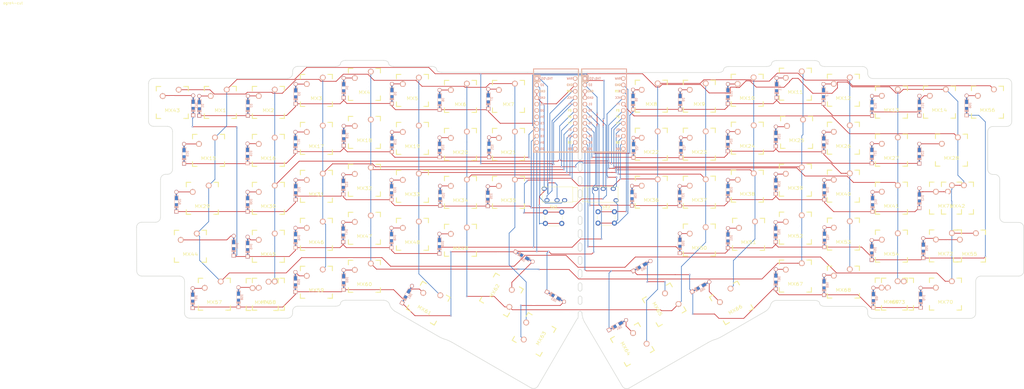
<source format=kicad_pcb>
(kicad_pcb (version 20171130) (host pcbnew "(5.1.0)-1")
  (title_block (title "ogre ergo") (date 2019-06-30) (rev 1.0) (company "by ctrlshiftba"))
  (layers (0 F.Cu signal) (31 B.Cu signal) (34 B.Paste user) (35 F.Paste user) (36 B.SilkS user) (37 F.SilkS user) (38 B.Mask user) (39 F.Mask user) (44 Edge.Cuts user))
  (net 0 "")
  (net 1 "Net-(D1-Pad2)")
  (net 2 Row0)
  (net 3 "Net-(D2-Pad2)")
  (net 4 "Net-(D3-Pad2)")
  (net 5 "Net-(D4-Pad2)")
  (net 6 "Net-(D5-Pad2)")
  (net 7 "Net-(D6-Pad2)")
  (net 8 "Net-(D7-Pad2)")
  (net 9 Row5)
  (net 10 "Net-(D8-Pad2)")
  (net 11 "Net-(D9-Pad2)")
  (net 12 "Net-(D10-Pad2)")
  (net 13 "Net-(D11-Pad2)")
  (net 14 "Net-(D12-Pad2)")
  (net 15 "Net-(D13-Pad2)")
  (net 16 "Net-(D14-Pad2)")
  (net 17 "Net-(D15-Pad2)")
  (net 18 Row1)
  (net 19 "Net-(D16-Pad2)")
  (net 20 "Net-(D17-Pad2)")
  (net 21 "Net-(D18-Pad2)")
  (net 22 "Net-(D19-Pad2)")
  (net 23 "Net-(D20-Pad2)")
  (net 24 "Net-(D21-Pad2)")
  (net 25 "Net-(D22-Pad2)")
  (net 26 Row6)
  (net 27 "Net-(D23-Pad2)")
  (net 28 "Net-(D24-Pad2)")
  (net 29 "Net-(D25-Pad2)")
  (net 30 "Net-(D26-Pad2)")
  (net 31 "Net-(D27-Pad2)")
  (net 32 "Net-(D28-Pad2)")
  (net 33 Row2)
  (net 34 "Net-(D29-Pad2)")
  (net 35 "Net-(D30-Pad2)")
  (net 36 "Net-(D31-Pad2)")
  (net 37 "Net-(D32-Pad2)")
  (net 38 "Net-(D33-Pad2)")
  (net 39 "Net-(D34-Pad2)")
  (net 40 "Net-(D35-Pad2)")
  (net 41 "Net-(D36-Pad2)")
  (net 42 Row7)
  (net 43 "Net-(D37-Pad2)")
  (net 44 "Net-(D38-Pad2)")
  (net 45 "Net-(D39-Pad2)")
  (net 46 "Net-(D40-Pad2)")
  (net 47 "Net-(D41-Pad2)")
  (net 48 "Net-(D42-Pad2)")
  (net 49 "Net-(D43-Pad2)")
  (net 50 Row3)
  (net 51 "Net-(D44-Pad2)")
  (net 52 "Net-(D45-Pad2)")
  (net 53 "Net-(D46-Pad2)")
  (net 54 "Net-(D47-Pad2)")
  (net 55 "Net-(D48-Pad2)")
  (net 56 "Net-(D49-Pad2)")
  (net 57 Row8)
  (net 58 "Net-(D50-Pad2)")
  (net 59 "Net-(D51-Pad2)")
  (net 60 "Net-(D52-Pad2)")
  (net 61 "Net-(D53-Pad2)")
  (net 62 "Net-(D54-Pad2)")
  (net 63 "Net-(D55-Pad2)")
  (net 64 "Net-(D56-Pad2)")
  (net 65 "Net-(D57-Pad2)")
  (net 66 Row4)
  (net 67 "Net-(D58-Pad2)")
  (net 68 "Net-(D59-Pad2)")
  (net 69 "Net-(D60-Pad2)")
  (net 70 "Net-(D61-Pad2)")
  (net 71 "Net-(D62-Pad2)")
  (net 72 "Net-(D63-Pad2)")
  (net 73 "Net-(D64-Pad2)")
  (net 74 Row9)
  (net 75 "Net-(D65-Pad2)")
  (net 76 "Net-(D66-Pad2)")
  (net 77 "Net-(D67-Pad2)")
  (net 78 "Net-(D68-Pad2)")
  (net 79 "Net-(D69-Pad2)")
  (net 80 "Net-(D70-Pad2)")
  (net 81 Col0)
  (net 82 Col1)
  (net 83 Col2)
  (net 84 Col3)
  (net 85 Col4)
  (net 86 Col5)
  (net 87 Col6)
  (net 88 GND)
  (net 89 VCC)
  (net 90 RSTL)
  (net 91 RSTR)
  (net 92 "Net-(U2-Pad24)")
  (net 93 "Net-(U2-Pad7)")
  (net 94 "Net-(U3-Pad24)")
  (net 95 "Net-(U2-Pad13)")
  (net 96 "Net-(U2-Pad6)")
  (net 97 "Net-(U2-Pad5)")
  (net 98 "Net-(U3-Pad13)")
  (net 99 SDA2)
  (net 100 SCL2)
  (module Keebio:MX_PCB_100H (layer F.Cu) (at 249.053 75.592)
    (fp_text reference MX37 (at 0 3.175) (layer F.SilkS) (effects (font (size 1.27 1.524) (thickness 0.2032))))
    (fp_text value MX-NoLED hide)
    (pad HOLE np_thru_hole circle (at 5.08 0) (size 1.8 1.8) (drill 1.8) (layers *.Cu))
    (pad HOLE np_thru_hole circle (at -5.08 0) (size 1.8 1.8) (drill 1.8) (layers *.Cu))
    (pad HOLE np_thru_hole circle (at 0 0) (size 3.9878 3.9878) (drill 3.9878) (layers *.Cu))
    (pad 2 thru_hole circle (at -3.81 -2.54) (size 2.286 2.286) (drill 1.4986) (layers *.Cu *.SilkS *.Mask) (net 43 "Net-(D37-Pad2)"))
    (pad 1 thru_hole circle (at 2.54 -5.08) (size 2.286 2.286) (drill 1.4986) (layers *.Cu *.SilkS *.Mask) (net 86 Col5))
  )
  (module Keebio:MX_PCB_150H (layer F.Cu) (at 54.38 59.01)
    (fp_text reference MX15 (at 0 3.175) (layer F.SilkS) (effects (font (size 1.27 1.524) (thickness 0.2032))))
    (fp_text value MX-NoLED hide)
    (pad HOLE np_thru_hole circle (at 5.08 0) (size 1.8 1.8) (drill 1.8) (layers *.Cu))
    (pad HOLE np_thru_hole circle (at -5.08 0) (size 1.8 1.8) (drill 1.8) (layers *.Cu))
    (pad HOLE np_thru_hole circle (at 0 0) (size 3.9878 3.9878) (drill 3.9878) (layers *.Cu))
    (pad 2 thru_hole circle (at -3.81 -2.54) (size 2.286 2.286) (drill 1.4986) (layers *.Cu *.SilkS *.Mask) (net 17 "Net-(D15-Pad2)"))
    (pad 1 thru_hole circle (at 2.54 -5.08) (size 2.286 2.286) (drill 1.4986) (layers *.Cu *.SilkS *.Mask) (net 81 Col0))
  )
  (module Keebio:TRRS-PJ-320A (layer F.Cu) (at 204.73 76.59 90)
    (fp_text reference U31)
    (fp_text value TRRS)
    (pad 3 thru_hole oval (at 2.3 6.2 90) (size 1.6 2) (drill oval 0.9 1.3) (layers *.Cu *.Mask) (net 2 Row0))
    (pad "" np_thru_hole circle (at 0 1.6 90) (size 0.8 0.8) (drill 0.8) (layers *.Cu *.Mask))
    (pad "" np_thru_hole circle (at 0 8.6 90) (size 0.8 0.8) (drill 0.8) (layers *.Cu *.Mask))
    (pad 4 thru_hole oval (at 2.3 3.2 90) (size 1.6 2) (drill oval 0.9 1.3) (layers *.Cu *.Mask) (net 18 Row1))
    (pad 2 thru_hole oval (at 2.3 10.2 90) (size 1.6 2) (drill oval 0.9 1.3) (layers *.Cu *.Mask) (net 89 VCC))
    (pad 1 thru_hole oval (at -2.3 11.3 90) (size 1.6 2) (drill oval 0.9 1.3) (layers *.Cu *.Mask) (net 88 GND))
  )
  (module Keebio:TRRS-PJ-320A (layer F.Cu) (at 198.83 76.54 270)
    (fp_text reference U21)
    (fp_text value TRRS)
    (pad 3 thru_hole oval (at 2.3 6.2 270) (size 1.6 2) (drill oval 0.9 1.3) (layers *.Cu *.Mask) (net 100 SCL2))
    (pad "" np_thru_hole circle (at 0 1.6 270) (size 0.8 0.8) (drill 0.8) (layers *.Cu *.Mask))
    (pad "" np_thru_hole circle (at 0 8.6 270) (size 0.8 0.8) (drill 0.8) (layers *.Cu *.Mask))
    (pad 4 thru_hole oval (at 2.3 3.2 270) (size 1.6 2) (drill oval 0.9 1.3) (layers *.Cu *.Mask) (net 99 SDA2))
    (pad 2 thru_hole oval (at 2.3 10.2 270) (size 1.6 2) (drill oval 0.9 1.3) (layers *.Cu *.Mask) (net 89 VCC))
    (pad 1 thru_hole oval (at -2.3 11.3 270) (size 1.6 2) (drill oval 0.9 1.3) (layers *.Cu *.Mask) (net 88 GND))
  )
  (module Keebio:MX_PCB_125H (layer F.Cu) (at 346.71 77.97)
    (fp_text reference MX71 (at 0 3.175) (layer F.SilkS) (effects (font (size 1.27 1.524) (thickness 0.2032))))
    (fp_text value MX-NoLED hide)
    (pad HOLE np_thru_hole circle (at 5.08 0) (size 1.8 1.8) (drill 1.8) (layers *.Cu))
    (pad HOLE np_thru_hole circle (at -5.08 0) (size 1.8 1.8) (drill 1.8) (layers *.Cu))
    (pad HOLE np_thru_hole circle (at 0 0) (size 3.9878 3.9878) (drill 3.9878) (layers *.Cu))
    (pad 2 thru_hole circle (at -3.81 -2.54) (size 2.286 2.286) (drill 1.4986) (layers *.Cu *.SilkS *.Mask) (net 48 "Net-(D42-Pad2)"))
    (pad 1 thru_hole circle (at 2.54 -5.08) (size 2.286 2.286) (drill 1.4986) (layers *.Cu *.SilkS *.Mask) (net 81 Col0))
  )
  (module Keebio-Parts:MX_PCB_100H (layer F.Cu) (at 173.35 56.635)
    (fp_text reference MX21 (at 0 3.175) (layer F.SilkS) (effects (font (size 1.27 1.524) (thickness 0.2032))))
    (fp_text value MX-NoLED hide)
    (pad HOLE np_thru_hole circle (at 5.08 0) (size 1.8 1.8) (drill 1.8) (layers *.Cu))
    (pad HOLE np_thru_hole circle (at -5.08 0) (size 1.8 1.8) (drill 1.8) (layers *.Cu))
    (pad HOLE np_thru_hole circle (at 0 0) (size 3.9878 3.9878) (drill 3.9878) (layers *.Cu))
    (pad 2 thru_hole circle (at -3.81 -2.54) (size 2.286 2.286) (drill 1.4986) (layers *.Cu *.SilkS *.Mask) (net 24 "Net-(D21-Pad2)"))
    (pad 1 thru_hole circle (at 2.54 -5.08) (size 2.286 2.286) (drill 1.4986) (layers *.Cu *.SilkS *.Mask) (net 87 Col6))
  )
  (module Keebio:ArduinoProMicro (layer F.Cu) (at 192.2 44.45 270)
    (fp_text reference U2 hide)
    (fp_text value ProMicro hide)
    (fp_text user ST (at -8.92 -5.73312) (layer F.SilkS) (effects (font (size 0.8 0.8))))
    (fp_text user TX0/D3 (at -13.97 3.571872) (layer B.SilkS) (effects (font (size 0.8 0.8)) (justify mirror)))
    (fp_text user TX0/D3 (at -13.97 3.571872) (layer B.SilkS) (effects (font (size 0.8 0.8)) (justify mirror)))
    (fp_text user D2 (at -11.43 5.461) (layer B.SilkS) (effects (font (size 0.8 0.8)) (justify mirror)))
    (fp_text user D0 (at -1.27 5.461) (layer B.SilkS) (effects (font (size 0.8 0.8)) (justify mirror)))
    (fp_text user D1 (at -3.81 5.461) (layer B.SilkS) (effects (font (size 0.8 0.8)) (justify mirror)))
    (fp_text user GND (at -6.35 5.461) (layer B.SilkS) (effects (font (size 0.8 0.8)) (justify mirror)))
    (fp_text user GND (at -8.89 5.461) (layer F.SilkS) (effects (font (size 0.8 0.8))))
    (fp_text user D4 (at 1.27 5.461) (layer B.SilkS) (effects (font (size 0.8 0.8)) (justify mirror)))
    (fp_text user C6 (at 3.81 5.461) (layer B.SilkS) (effects (font (size 0.8 0.8)) (justify mirror)))
    (fp_text user D7 (at 6.35 5.461) (layer B.SilkS) (effects (font (size 0.8 0.8)) (justify mirror)))
    (fp_text user E6 (at 8.89 5.461) (layer B.SilkS) (effects (font (size 0.8 0.8)) (justify mirror)))
    (fp_text user B4 (at 11.43 5.461) (layer B.SilkS) (effects (font (size 0.8 0.8)) (justify mirror)))
    (fp_text user B5 (at 13.97 5.461) (layer B.SilkS) (effects (font (size 0.8 0.8)) (justify mirror)))
    (fp_text user B6 (at 13.97 -5.461) (layer B.SilkS) (effects (font (size 0.8 0.8)) (justify mirror)))
    (fp_text user B2 (at 11.43 -5.461) (layer F.SilkS) (effects (font (size 0.8 0.8))))
    (fp_text user B3 (at 8.89 -5.461) (layer B.SilkS) (effects (font (size 0.8 0.8)) (justify mirror)))
    (fp_text user B1 (at 6.35 -5.461) (layer B.SilkS) (effects (font (size 0.8 0.8)) (justify mirror)))
    (fp_text user F7 (at 3.81 -5.461) (layer F.SilkS) (effects (font (size 0.8 0.8))))
    (fp_text user F6 (at 1.27 -5.461) (layer F.SilkS) (effects (font (size 0.8 0.8))))
    (fp_text user F5 (at -1.27 -5.461) (layer F.SilkS) (effects (font (size 0.8 0.8))))
    (fp_text user F4 (at -3.81 -5.461) (layer B.SilkS) (effects (font (size 0.8 0.8)) (justify mirror)))
    (fp_text user VCC (at -6.35 -5.461) (layer B.SilkS) (effects (font (size 0.8 0.8)) (justify mirror)))
    (fp_text user ST (at -8.92 -5.73312) (layer F.SilkS) (effects (font (size 0.8 0.8))))
    (fp_text user GND (at -11.43 -5.461) (layer F.SilkS) (effects (font (size 0.8 0.8))))
    (fp_text user RAW (at -13.97 -5.461) (layer B.SilkS) (effects (font (size 0.8 0.8)) (justify mirror)))
    (fp_text user RAW (at -13.97 -5.461) (layer B.SilkS) (effects (font (size 0.8 0.8)) (justify mirror)))
    (fp_text user GND (at -11.43 -5.461) (layer B.SilkS) (effects (font (size 0.8 0.8)) (justify mirror)))
    (fp_text user VCC (at -6.35 -5.461) (layer B.SilkS) (effects (font (size 0.8 0.8)) (justify mirror)))
    (fp_text user F4 (at -3.81 -5.461) (layer B.SilkS) (effects (font (size 0.8 0.8)) (justify mirror)))
    (fp_text user F5 (at -1.27 -5.461) (layer F.SilkS) (effects (font (size 0.8 0.8))))
    (fp_text user F6 (at 1.27 -5.461) (layer F.SilkS) (effects (font (size 0.8 0.8))))
    (fp_text user F7 (at 3.81 -5.461) (layer F.SilkS) (effects (font (size 0.8 0.8))))
    (fp_text user B1 (at 6.35 -5.461) (layer B.SilkS) (effects (font (size 0.8 0.8)) (justify mirror)))
    (fp_text user B3 (at 8.89 -5.461) (layer B.SilkS) (effects (font (size 0.8 0.8)) (justify mirror)))
    (fp_text user B2 (at 11.43 -5.461) (layer F.SilkS) (effects (font (size 0.8 0.8))))
    (fp_text user B6 (at 13.97 -5.461) (layer B.SilkS) (effects (font (size 0.8 0.8)) (justify mirror)))
    (fp_text user B5 (at 13.97 5.461) (layer B.SilkS) (effects (font (size 0.8 0.8)) (justify mirror)))
    (fp_text user B4 (at 11.43 5.461) (layer B.SilkS) (effects (font (size 0.8 0.8)) (justify mirror)))
    (fp_text user E6 (at 8.89 5.461) (layer B.SilkS) (effects (font (size 0.8 0.8)) (justify mirror)))
    (fp_text user D7 (at 6.35 5.461) (layer B.SilkS) (effects (font (size 0.8 0.8)) (justify mirror)))
    (fp_text user C6 (at 3.81 5.461) (layer B.SilkS) (effects (font (size 0.8 0.8)) (justify mirror)))
    (fp_text user D4 (at 1.27 5.461) (layer B.SilkS) (effects (font (size 0.8 0.8)) (justify mirror)))
    (fp_text user GND (at -8.89 5.461) (layer B.SilkS) (effects (font (size 0.8 0.8)) (justify mirror)))
    (fp_text user GND (at -6.35 5.461) (layer B.SilkS) (effects (font (size 0.8 0.8)) (justify mirror)))
    (fp_text user D1 (at -3.81 5.461) (layer B.SilkS) (effects (font (size 0.8 0.8)) (justify mirror)))
    (fp_text user D0 (at -1.27 5.461) (layer B.SilkS) (effects (font (size 0.8 0.8)) (justify mirror)))
    (fp_text user D2 (at -11.43 5.461) (layer B.SilkS) (effects (font (size 0.8 0.8)) (justify mirror)))
    (pad 24 thru_hole circle (at -13.97 -7.62 270) (size 1.7526 1.7526) (drill 1.0922) (layers *.Cu *.SilkS *.Mask) (net 92 "Net-(U2-Pad24)"))
    (pad 12 thru_hole circle (at 13.97 7.62 270) (size 1.7526 1.7526) (drill 1.0922) (layers *.Cu *.SilkS *.Mask) (net 66 Row4))
    (pad 23 thru_hole circle (at -11.43 -7.62 270) (size 1.7526 1.7526) (drill 1.0922) (layers *.Cu *.SilkS *.Mask) (net 88 GND))
    (pad 22 thru_hole circle (at -8.89 -7.62 270) (size 1.7526 1.7526) (drill 1.0922) (layers *.Cu *.SilkS *.Mask) (net 90 RSTL))
    (pad 21 thru_hole circle (at -6.35 -7.62 270) (size 1.7526 1.7526) (drill 1.0922) (layers *.Cu *.SilkS *.Mask) (net 89 VCC))
    (pad 20 thru_hole circle (at -3.81 -7.62 270) (size 1.7526 1.7526) (drill 1.0922) (layers *.Cu *.SilkS *.Mask) (net 81 Col0))
    (pad 19 thru_hole circle (at -1.27 -7.62 270) (size 1.7526 1.7526) (drill 1.0922) (layers *.Cu *.SilkS *.Mask) (net 82 Col1))
    (pad 18 thru_hole circle (at 1.27 -7.62 270) (size 1.7526 1.7526) (drill 1.0922) (layers *.Cu *.SilkS *.Mask) (net 83 Col2))
    (pad 17 thru_hole circle (at 3.81 -7.62 270) (size 1.7526 1.7526) (drill 1.0922) (layers *.Cu *.SilkS *.Mask) (net 84 Col3))
    (pad 16 thru_hole circle (at 6.35 -7.62 270) (size 1.7526 1.7526) (drill 1.0922) (layers *.Cu *.SilkS *.Mask) (net 85 Col4))
    (pad 15 thru_hole circle (at 8.89 -7.62 270) (size 1.7526 1.7526) (drill 1.0922) (layers *.Cu *.SilkS *.Mask) (net 86 Col5))
    (pad 14 thru_hole circle (at 11.43 -7.62 270) (size 1.7526 1.7526) (drill 1.0922) (layers *.Cu *.SilkS *.Mask) (net 87 Col6))
    (pad 13 thru_hole circle (at 13.97 -7.62 270) (size 1.7526 1.7526) (drill 1.0922) (layers *.Cu *.SilkS *.Mask) (net 95 "Net-(U2-Pad13)"))
    (pad 11 thru_hole circle (at 11.43 7.62 270) (size 1.7526 1.7526) (drill 1.0922) (layers *.Cu *.SilkS *.Mask) (net 50 Row3))
    (pad 10 thru_hole circle (at 8.89 7.62 270) (size 1.7526 1.7526) (drill 1.0922) (layers *.Cu *.SilkS *.Mask) (net 33 Row2))
    (pad 9 thru_hole circle (at 6.35 7.62 270) (size 1.7526 1.7526) (drill 1.0922) (layers *.Cu *.SilkS *.Mask) (net 18 Row1))
    (pad 8 thru_hole circle (at 3.81 7.62 270) (size 1.7526 1.7526) (drill 1.0922) (layers *.Cu *.SilkS *.Mask) (net 2 Row0))
    (pad 7 thru_hole circle (at 1.27 7.62 270) (size 1.7526 1.7526) (drill 1.0922) (layers *.Cu *.SilkS *.Mask) (net 93 "Net-(U2-Pad7)"))
    (pad 6 thru_hole circle (at -1.27 7.62 270) (size 1.7526 1.7526) (drill 1.0922) (layers *.Cu *.SilkS *.Mask) (net 96 "Net-(U2-Pad6)"))
    (pad 5 thru_hole circle (at -3.81 7.62 270) (size 1.7526 1.7526) (drill 1.0922) (layers *.Cu *.SilkS *.Mask) (net 97 "Net-(U2-Pad5)"))
    (pad 4 thru_hole circle (at -6.35 7.62 270) (size 1.7526 1.7526) (drill 1.0922) (layers *.Cu *.SilkS *.Mask) (net 88 GND))
    (pad 3 thru_hole circle (at -8.89 7.62 270) (size 1.7526 1.7526) (drill 1.0922) (layers *.Cu *.SilkS *.Mask) (net 88 GND))
    (pad 2 thru_hole circle (at -11.43 7.62 270) (size 1.7526 1.7526) (drill 1.0922) (layers *.Cu *.SilkS *.Mask) (net 99 SDA2))
    (pad 1 thru_hole rect (at -13.97 7.62 270) (size 1.7526 1.7526) (drill 1.0922) (layers *.Cu *.SilkS *.Mask) (net 100 SCL2))
  )
  (module ogre:ogre4-cut-2 (layer F.Cu) (at -23.2 0)
    (fp_text reference ogre4-cut (at 0 0.5) (layer F.SilkS))
    (fp_text value ogre4-cut-2)
    (fp_curve (pts (xy 224.207594 114.179896) (xy 224.207594 114.179896) (xy 224.207594 112.355951) (xy 224.207594 112.355951)) (layer Edge.Cuts) (width 0.2))
    (fp_curve (pts (xy 224.957594 114.929896) (xy 224.54338 114.929896) (xy 224.207594 114.59411) (xy 224.207594 114.179896)) (layer Edge.Cuts) (width 0.2))
    (fp_curve (pts (xy 225.707594 114.179896) (xy 225.707594 114.59411) (xy 225.371807 114.929896) (xy 224.957594 114.929896)) (layer Edge.Cuts) (width 0.2))
    (fp_curve (pts (xy 225.707594 112.355951) (xy 225.707594 112.355951) (xy 225.707594 114.179896) (xy 225.707594 114.179896)) (layer Edge.Cuts) (width 0.2))
    (fp_curve (pts (xy 224.957594 111.605951) (xy 225.371807 111.605951) (xy 225.707594 111.941737) (xy 225.707594 112.355951)) (layer Edge.Cuts) (width 0.2))
    (fp_curve (pts (xy 224.207594 112.355951) (xy 224.207594 111.941737) (xy 224.54338 111.605951) (xy 224.957594 111.605951)) (layer Edge.Cuts) (width 0.2))
    (fp_curve (pts (xy 224.207594 108.89413) (xy 224.207594 108.89413) (xy 224.207594 107.070185) (xy 224.207594 107.070185)) (layer Edge.Cuts) (width 0.2))
    (fp_curve (pts (xy 224.957594 109.64413) (xy 224.54338 109.64413) (xy 224.207594 109.308344) (xy 224.207594 108.89413)) (layer Edge.Cuts) (width 0.2))
    (fp_curve (pts (xy 225.707594 108.89413) (xy 225.707594 109.308344) (xy 225.371807 109.64413) (xy 224.957594 109.64413)) (layer Edge.Cuts) (width 0.2))
    (fp_curve (pts (xy 225.707594 107.070185) (xy 225.707594 107.070185) (xy 225.707594 108.89413) (xy 225.707594 108.89413)) (layer Edge.Cuts) (width 0.2))
    (fp_curve (pts (xy 224.957594 106.320185) (xy 225.371807 106.320185) (xy 225.707594 106.655971) (xy 225.707594 107.070185)) (layer Edge.Cuts) (width 0.2))
    (fp_curve (pts (xy 224.207594 107.070185) (xy 224.207594 106.655971) (xy 224.54338 106.320185) (xy 224.957594 106.320185)) (layer Edge.Cuts) (width 0.2))
    (fp_curve (pts (xy 224.207594 103.608364) (xy 224.207594 103.608364) (xy 224.207594 101.784419) (xy 224.207594 101.784419)) (layer Edge.Cuts) (width 0.2))
    (fp_curve (pts (xy 224.957594 104.358364) (xy 224.54338 104.358364) (xy 224.207594 104.022578) (xy 224.207594 103.608364)) (layer Edge.Cuts) (width 0.2))
    (fp_curve (pts (xy 225.707594 103.608364) (xy 225.707594 104.022578) (xy 225.371807 104.358364) (xy 224.957594 104.358364)) (layer Edge.Cuts) (width 0.2))
    (fp_curve (pts (xy 225.707594 101.784419) (xy 225.707594 101.784419) (xy 225.707594 103.608364) (xy 225.707594 103.608364)) (layer Edge.Cuts) (width 0.2))
    (fp_curve (pts (xy 224.957594 101.034419) (xy 225.371807 101.034419) (xy 225.707594 101.370205) (xy 225.707594 101.784419)) (layer Edge.Cuts) (width 0.2))
    (fp_curve (pts (xy 224.207594 101.784419) (xy 224.207594 101.370205) (xy 224.54338 101.034419) (xy 224.957594 101.034419)) (layer Edge.Cuts) (width 0.2))
    (fp_curve (pts (xy 224.207594 98.322598) (xy 224.207594 98.322598) (xy 224.207594 96.498653) (xy 224.207594 96.498653)) (layer Edge.Cuts) (width 0.2))
    (fp_curve (pts (xy 224.957594 99.072598) (xy 224.54338 99.072598) (xy 224.207594 98.736812) (xy 224.207594 98.322598)) (layer Edge.Cuts) (width 0.2))
    (fp_curve (pts (xy 225.707594 98.322598) (xy 225.707594 98.736812) (xy 225.371807 99.072598) (xy 224.957594 99.072598)) (layer Edge.Cuts) (width 0.2))
    (fp_curve (pts (xy 225.707594 96.498653) (xy 225.707594 96.498653) (xy 225.707594 98.322598) (xy 225.707594 98.322598)) (layer Edge.Cuts) (width 0.2))
    (fp_curve (pts (xy 224.957594 95.748653) (xy 225.371807 95.748653) (xy 225.707594 96.084439) (xy 225.707594 96.498653)) (layer Edge.Cuts) (width 0.2))
    (fp_curve (pts (xy 224.207594 96.498653) (xy 224.207594 96.084439) (xy 224.54338 95.748653) (xy 224.957594 95.748653)) (layer Edge.Cuts) (width 0.2))
    (fp_curve (pts (xy 224.207594 93.036832) (xy 224.207594 93.036832) (xy 224.207594 91.212886) (xy 224.207594 91.212886)) (layer Edge.Cuts) (width 0.2))
    (fp_curve (pts (xy 224.957594 93.786832) (xy 224.54338 93.786832) (xy 224.207594 93.451045) (xy 224.207594 93.036832)) (layer Edge.Cuts) (width 0.2))
    (fp_curve (pts (xy 225.707594 93.036832) (xy 225.707594 93.451045) (xy 225.371807 93.786832) (xy 224.957594 93.786832)) (layer Edge.Cuts) (width 0.2))
    (fp_curve (pts (xy 225.707594 91.212886) (xy 225.707594 91.212886) (xy 225.707594 93.036832) (xy 225.707594 93.036832)) (layer Edge.Cuts) (width 0.2))
    (fp_curve (pts (xy 224.957594 90.462886) (xy 225.371807 90.462886) (xy 225.707594 90.798673) (xy 225.707594 91.212886)) (layer Edge.Cuts) (width 0.2))
    (fp_curve (pts (xy 224.207594 91.212886) (xy 224.207594 90.798673) (xy 224.54338 90.462886) (xy 224.957594 90.462886)) (layer Edge.Cuts) (width 0.2))
    (fp_curve (pts (xy 224.207594 87.751066) (xy 224.207594 87.751066) (xy 224.207594 85.92712) (xy 224.207594 85.92712)) (layer Edge.Cuts) (width 0.2))
    (fp_curve (pts (xy 224.957594 88.501066) (xy 224.54338 88.501066) (xy 224.207594 88.165279) (xy 224.207594 87.751066)) (layer Edge.Cuts) (width 0.2))
    (fp_curve (pts (xy 225.707594 87.751066) (xy 225.707594 88.165279) (xy 225.371807 88.501066) (xy 224.957594 88.501066)) (layer Edge.Cuts) (width 0.2))
    (fp_curve (pts (xy 225.707594 85.92712) (xy 225.707594 85.92712) (xy 225.707594 87.751066) (xy 225.707594 87.751066)) (layer Edge.Cuts) (width 0.2))
    (fp_curve (pts (xy 224.957594 85.17712) (xy 225.371807 85.17712) (xy 225.707594 85.512907) (xy 225.707594 85.92712)) (layer Edge.Cuts) (width 0.2))
    (fp_curve (pts (xy 224.207594 85.92712) (xy 224.207594 85.512907) (xy 224.54338 85.17712) (xy 224.957594 85.17712)) (layer Edge.Cuts) (width 0.2))
    (fp_curve (pts (xy 224.207594 82.4653) (xy 224.207594 82.4653) (xy 224.207594 80.641354) (xy 224.207594 80.641354)) (layer Edge.Cuts) (width 0.2))
    (fp_curve (pts (xy 224.957594 83.2153) (xy 224.54338 83.2153) (xy 224.207594 82.879513) (xy 224.207594 82.4653)) (layer Edge.Cuts) (width 0.2))
    (fp_curve (pts (xy 225.707594 82.4653) (xy 225.707594 82.879513) (xy 225.371807 83.2153) (xy 224.957594 83.2153)) (layer Edge.Cuts) (width 0.2))
    (fp_curve (pts (xy 225.707594 80.641354) (xy 225.707594 80.641354) (xy 225.707594 82.4653) (xy 225.707594 82.4653)) (layer Edge.Cuts) (width 0.2))
    (fp_curve (pts (xy 224.957594 79.891354) (xy 225.371807 79.891354) (xy 225.707594 80.227141) (xy 225.707594 80.641354)) (layer Edge.Cuts) (width 0.2))
    (fp_curve (pts (xy 224.207594 80.641354) (xy 224.207594 80.227141) (xy 224.54338 79.891354) (xy 224.957594 79.891354)) (layer Edge.Cuts) (width 0.2))
    (fp_curve (pts (xy 224.207594 77.179533) (xy 224.207594 77.179533) (xy 224.207594 75.355588) (xy 224.207594 75.355588)) (layer Edge.Cuts) (width 0.2))
    (fp_curve (pts (xy 224.957594 77.929533) (xy 224.54338 77.929533) (xy 224.207594 77.593747) (xy 224.207594 77.179533)) (layer Edge.Cuts) (width 0.2))
    (fp_curve (pts (xy 225.707594 77.179533) (xy 225.707594 77.593747) (xy 225.371807 77.929533) (xy 224.957594 77.929533)) (layer Edge.Cuts) (width 0.2))
    (fp_curve (pts (xy 225.707594 75.355588) (xy 225.707594 75.355588) (xy 225.707594 77.179533) (xy 225.707594 77.179533)) (layer Edge.Cuts) (width 0.2))
    (fp_curve (pts (xy 224.957594 74.605588) (xy 225.371807 74.605588) (xy 225.707594 74.941375) (xy 225.707594 75.355588)) (layer Edge.Cuts) (width 0.2))
    (fp_curve (pts (xy 224.207594 75.355588) (xy 224.207594 74.941375) (xy 224.54338 74.605588) (xy 224.957594 74.605588)) (layer Edge.Cuts) (width 0.2))
    (fp_curve (pts (xy 224.207594 71.893767) (xy 224.207594 71.893767) (xy 224.207594 70.069822) (xy 224.207594 70.069822)) (layer Edge.Cuts) (width 0.2))
    (fp_curve (pts (xy 224.957594 72.643767) (xy 224.54338 72.643767) (xy 224.207594 72.307981) (xy 224.207594 71.893767)) (layer Edge.Cuts) (width 0.2))
    (fp_curve (pts (xy 225.707594 71.893767) (xy 225.707594 72.307981) (xy 225.371807 72.643767) (xy 224.957594 72.643767)) (layer Edge.Cuts) (width 0.2))
    (fp_curve (pts (xy 225.707594 70.069822) (xy 225.707594 70.069822) (xy 225.707594 71.893767) (xy 225.707594 71.893767)) (layer Edge.Cuts) (width 0.2))
    (fp_curve (pts (xy 224.957594 69.319822) (xy 225.371807 69.319822) (xy 225.707594 69.655608) (xy 225.707594 70.069822)) (layer Edge.Cuts) (width 0.2))
    (fp_curve (pts (xy 224.207594 70.069822) (xy 224.207594 69.655608) (xy 224.54338 69.319822) (xy 224.957594 69.319822)) (layer Edge.Cuts) (width 0.2))
    (fp_curve (pts (xy 224.207594 119.465662) (xy 224.207594 119.465662) (xy 224.207594 117.641717) (xy 224.207594 117.641717)) (layer Edge.Cuts) (width 0.2))
    (fp_curve (pts (xy 224.957594 120.215662) (xy 224.54338 120.215662) (xy 224.207594 119.879876) (xy 224.207594 119.465662)) (layer Edge.Cuts) (width 0.2))
    (fp_curve (pts (xy 225.707594 119.465662) (xy 225.707594 119.879876) (xy 225.371807 120.215662) (xy 224.957594 120.215662)) (layer Edge.Cuts) (width 0.2))
    (fp_curve (pts (xy 225.707594 117.641717) (xy 225.707594 117.641717) (xy 225.707594 119.465662) (xy 225.707594 119.465662)) (layer Edge.Cuts) (width 0.2))
    (fp_curve (pts (xy 224.957594 116.891717) (xy 225.371807 116.891717) (xy 225.707594 117.227504) (xy 225.707594 117.641717)) (layer Edge.Cuts) (width 0.2))
    (fp_curve (pts (xy 224.207594 117.641717) (xy 224.207594 117.227504) (xy 224.54338 116.891717) (xy 224.957594 116.891717)) (layer Edge.Cuts) (width 0.2))
    (fp_curve (pts (xy 224.207594 66.608001) (xy 224.207594 66.608001) (xy 224.207594 64.784056) (xy 224.207594 64.784056)) (layer Edge.Cuts) (width 0.2))
    (fp_curve (pts (xy 224.957594 67.358001) (xy 224.54338 67.358001) (xy 224.207594 67.022215) (xy 224.207594 66.608001)) (layer Edge.Cuts) (width 0.2))
    (fp_curve (pts (xy 225.707594 66.608001) (xy 225.707594 67.022215) (xy 225.371807 67.358001) (xy 224.957594 67.358001)) (layer Edge.Cuts) (width 0.2))
    (fp_curve (pts (xy 225.707594 64.784056) (xy 225.707594 64.784056) (xy 225.707594 66.608001) (xy 225.707594 66.608001)) (layer Edge.Cuts) (width 0.2))
    (fp_curve (pts (xy 224.957594 64.034056) (xy 225.371807 64.034056) (xy 225.707594 64.369842) (xy 225.707594 64.784056)) (layer Edge.Cuts) (width 0.2))
    (fp_curve (pts (xy 224.207594 64.784056) (xy 224.207594 64.369842) (xy 224.54338 64.034056) (xy 224.957594 64.034056)) (layer Edge.Cuts) (width 0.2))
    (fp_line (start 224.207594 38.396334) (end 224.207594 30.282445) (layer Edge.Cuts) (width 0.2))
    (fp_line (start 224.207594 54.271334) (end 224.207594 38.396334) (layer Edge.Cuts) (width 0.2))
    (fp_line (start 224.207594 40.865779) (end 224.207594 40.865779) (layer Edge.Cuts) (width 0.2))
    (fp_line (start 224.207594 30.282445) (end 224.207594 30.282445) (layer Edge.Cuts) (width 0.2))
    (fp_line (start 224.207594 54.271334) (end 224.207594 54.271334) (layer Edge.Cuts) (width 0.2))
    (fp_line (start 224.207594 54.271334) (end 224.207594 54.271334) (layer Edge.Cuts) (width 0.2))
    (fp_curve (pts (xy 224.957594 29.532445) (xy 224.54338 29.532445) (xy 224.207594 29.868232) (xy 224.207594 30.282445)) (layer Edge.Cuts) (width 0.2))
    (fp_curve (pts (xy 225.707594 30.282445) (xy 225.707594 29.868232) (xy 225.371807 29.532445) (xy 224.957594 29.532445)) (layer Edge.Cuts) (width 0.2))
    (fp_curve (pts (xy 225.707594 38.396334) (xy 225.707594 38.396334) (xy 225.707594 30.282445) (xy 225.707594 30.282445)) (layer Edge.Cuts) (width 0.2))
    (fp_curve (pts (xy 225.707594 54.271334) (xy 225.707594 54.271334) (xy 225.707594 38.396334) (xy 225.707594 38.396334)) (layer Edge.Cuts) (width 0.2))
    (fp_curve (pts (xy 225.707594 62.032445) (xy 225.707594 62.032445) (xy 225.707594 54.271334) (xy 225.707594 54.271334)) (layer Edge.Cuts) (width 0.2))
    (fp_curve (pts (xy 224.957594 62.782445) (xy 225.371807 62.782445) (xy 225.707594 62.446659) (xy 225.707594 62.032445)) (layer Edge.Cuts) (width 0.2))
    (fp_curve (pts (xy 224.207594 62.032445) (xy 224.207594 62.446659) (xy 224.54338 62.782445) (xy 224.957594 62.782445)) (layer Edge.Cuts) (width 0.2))
    (fp_curve (pts (xy 224.207594 54.271334) (xy 224.207594 54.271334) (xy 224.207594 62.032445) (xy 224.207594 62.032445)) (layer Edge.Cuts) (width 0.2))
    (fp_line (start 225.692913 125.674004) (end 225.692913 125.674004) (layer Edge.Cuts) (width 0.2))
    (fp_line (start 224.241446 125.674004) (end 224.241446 125.674004) (layer Edge.Cuts) (width 0.2))
    (fp_line (start 224.207594 28.013226) (end 224.207594 28.013226) (layer Edge.Cuts) (width 0.2))
    (fp_line (start 225.758128 28.019944) (end 225.758128 28.019944) (layer Edge.Cuts) (width 0.2))
    (fp_line (start 224.207594 28.013226) (end 224.207594 28.013226) (layer Edge.Cuts) (width 0.2))
    (fp_line (start 225.758128 27.960311) (end 225.758128 27.960311) (layer Edge.Cuts) (width 0.2))
    (fp_line (start 224.207594 27.96703) (end 224.207594 27.96703) (layer Edge.Cuts) (width 0.2))
    (fp_line (start 225.758128 27.960311) (end 225.758128 27.960311) (layer Edge.Cuts) (width 0.2))
    (fp_curve (pts (xy 227.75811 28.02861) (xy 226.65812 28.023844) (xy 225.409258 28.008038) (xy 224.982861 27.993487)) (layer Edge.Cuts) (width 0.2))
    (fp_curve (pts (xy 241.796429 28.089436) (xy 241.796429 28.089436) (xy 227.75811 28.02861) (xy 227.75811 28.02861)) (layer Edge.Cuts) (width 0.2))
    (fp_curve (pts (xy 245.79641 28.098102) (xy 244.69641 28.098102) (xy 242.896419 28.094202) (xy 241.796429 28.089436)) (layer Edge.Cuts) (width 0.2))
    (fp_curve (pts (xy 279.896414 28.098102) (xy 279.896414 28.098102) (xy 245.79641 28.098102) (xy 245.79641 28.098102)) (layer Edge.Cuts) (width 0.2))
    (fp_curve (pts (xy 281.896414 26.907602) (xy 281.896414 27.562377) (xy 280.996414 28.098102) (xy 279.896414 28.098102)) (layer Edge.Cuts) (width 0.2))
    (fp_curve (pts (xy 283.896414 25.717102) (xy 282.796414 25.717102) (xy 281.896414 26.252827) (xy 281.896414 26.907602)) (layer Edge.Cuts) (width 0.2))
    (fp_curve (pts (xy 298.946408 25.717102) (xy 298.946408 25.717102) (xy 283.896414 25.717102) (xy 283.896414 25.717102)) (layer Edge.Cuts) (width 0.2))
    (fp_curve (pts (xy 300.946408 24.526102) (xy 300.946408 25.181152) (xy 300.046408 25.717102) (xy 298.946408 25.717102)) (layer Edge.Cuts) (width 0.2))
    (fp_curve (pts (xy 302.946408 23.335102) (xy 301.846408 23.335102) (xy 300.946408 23.871052) (xy 300.946408 24.526102)) (layer Edge.Cuts) (width 0.2))
    (fp_curve (pts (xy 317.998409 23.335102) (xy 317.998409 23.335102) (xy 302.946408 23.335102) (xy 302.946408 23.335102)) (layer Edge.Cuts) (width 0.2))
    (fp_curve (pts (xy 319.998409 24.526102) (xy 319.998409 23.871052) (xy 319.098409 23.335102) (xy 317.998409 23.335102)) (layer Edge.Cuts) (width 0.2))
    (fp_curve (pts (xy 321.998409 25.717102) (xy 320.898409 25.717102) (xy 319.998409 25.181152) (xy 319.998409 24.526102)) (layer Edge.Cuts) (width 0.2))
    (fp_curve (pts (xy 337.048411 25.717102) (xy 337.048411 25.717102) (xy 321.998409 25.717102) (xy 321.998409 25.717102)) (layer Edge.Cuts) (width 0.2))
    (fp_curve (pts (xy 339.048411 27.717102) (xy 339.048411 26.617102) (xy 338.148411 25.717102) (xy 337.048411 25.717102)) (layer Edge.Cuts) (width 0.2))
    (fp_curve (pts (xy 339.048411 28.479102) (xy 339.048411 28.479102) (xy 339.048411 27.717102) (xy 339.048411 27.717102)) (layer Edge.Cuts) (width 0.2))
    (fp_curve (pts (xy 341.048411 30.479102) (xy 339.948411 30.479102) (xy 339.048411 29.579102) (xy 339.048411 28.479102)) (layer Edge.Cuts) (width 0.2))
    (fp_curve (pts (xy 394.198406 30.479102) (xy 394.198406 30.479102) (xy 341.048411 30.479102) (xy 341.048411 30.479102)) (layer Edge.Cuts) (width 0.2))
    (fp_curve (pts (xy 396.198406 32.479102) (xy 396.198406 31.379102) (xy 395.298406 30.479102) (xy 394.198406 30.479102)) (layer Edge.Cuts) (width 0.2))
    (fp_curve (pts (xy 396.198406 47.531101) (xy 396.198406 47.531101) (xy 396.198406 32.479102) (xy 396.198406 32.479102)) (layer Edge.Cuts) (width 0.2))
    (fp_curve (pts (xy 394.198406 49.531101) (xy 395.298406 49.531101) (xy 396.198406 48.631101) (xy 396.198406 47.531101)) (layer Edge.Cuts) (width 0.2))
    (fp_curve (pts (xy 388.673405 49.531101) (xy 388.673405 49.531101) (xy 394.198406 49.531101) (xy 394.198406 49.531101)) (layer Edge.Cuts) (width 0.2))
    (fp_curve (pts (xy 386.673405 51.531101) (xy 386.673405 50.431101) (xy 387.573405 49.531101) (xy 388.673405 49.531101)) (layer Edge.Cuts) (width 0.2))
    (fp_curve (pts (xy 386.673405 66.5791) (xy 386.673405 66.5791) (xy 386.673405 51.531101) (xy 386.673405 51.531101)) (layer Edge.Cuts) (width 0.2))
    (fp_curve (pts (xy 388.673405 68.5791) (xy 387.573405 68.5791) (xy 386.673405 67.6791) (xy 386.673405 66.5791)) (layer Edge.Cuts) (width 0.2))
    (fp_curve (pts (xy 389.436405 68.5791) (xy 389.436405 68.5791) (xy 388.673405 68.5791) (xy 388.673405 68.5791)) (layer Edge.Cuts) (width 0.2))
    (fp_curve (pts (xy 391.436405 70.5791) (xy 391.436405 69.4791) (xy 390.536405 68.5791) (xy 389.436405 68.5791)) (layer Edge.Cuts) (width 0.2))
    (fp_curve (pts (xy 391.436405 85.629098) (xy 391.436405 85.629098) (xy 391.436405 70.5791) (xy 391.436405 70.5791)) (layer Edge.Cuts) (width 0.2))
    (fp_curve (pts (xy 393.436405 87.629098) (xy 392.336405 87.629098) (xy 391.436405 86.729098) (xy 391.436405 85.629098)) (layer Edge.Cuts) (width 0.2))
    (fp_curve (pts (xy 398.961406 87.629098) (xy 398.961406 87.629098) (xy 393.436405 87.629098) (xy 393.436405 87.629098)) (layer Edge.Cuts) (width 0.2))
    (fp_curve (pts (xy 400.961406 89.629098) (xy 400.961406 88.529098) (xy 400.061406 87.629098) (xy 398.961406 87.629098)) (layer Edge.Cuts) (width 0.2))
    (fp_curve (pts (xy 400.961406 106.945444) (xy 400.961406 106.945444) (xy 400.961406 89.629098) (xy 400.961406 89.629098)) (layer Edge.Cuts) (width 0.2))
    (fp_curve (pts (xy 398.961406 108.945444) (xy 400.061406 108.945444) (xy 400.961406 108.045444) (xy 400.961406 106.945444)) (layer Edge.Cuts) (width 0.2))
    (fp_curve (pts (xy 383.911408 108.945444) (xy 383.911408 108.945444) (xy 398.961406 108.945444) (xy 398.961406 108.945444)) (layer Edge.Cuts) (width 0.2))
    (fp_curve (pts (xy 381.911408 110.945444) (xy 381.911408 109.845444) (xy 382.811408 108.945444) (xy 383.911408 108.945444)) (layer Edge.Cuts) (width 0.2))
    (fp_curve (pts (xy 381.911408 123.731094) (xy 381.911408 123.731094) (xy 381.911408 110.945444) (xy 381.911408 110.945444)) (layer Edge.Cuts) (width 0.2))
    (fp_curve (pts (xy 379.911408 125.731094) (xy 381.011408 125.731094) (xy 381.911408 124.831094) (xy 381.911408 123.731094)) (layer Edge.Cuts) (width 0.2))
    (fp_curve (pts (xy 341.046412 125.731094) (xy 341.046412 125.731094) (xy 379.911408 125.731094) (xy 379.911408 125.731094)) (layer Edge.Cuts) (width 0.2))
    (fp_curve (pts (xy 339.046412 123.731094) (xy 339.046412 124.831094) (xy 339.946412 125.731094) (xy 341.046412 125.731094)) (layer Edge.Cuts) (width 0.2))
    (fp_curve (pts (xy 339.046412 122.9691) (xy 339.046412 122.9691) (xy 339.046412 123.731094) (xy 339.046412 123.731094)) (layer Edge.Cuts) (width 0.2))
    (fp_curve (pts (xy 337.046412 120.9691) (xy 338.146412 120.9691) (xy 339.046412 121.8691) (xy 339.046412 122.9691)) (layer Edge.Cuts) (width 0.2))
    (fp_curve (pts (xy 321.99641 120.9691) (xy 321.99641 120.9691) (xy 337.046412 120.9691) (xy 337.046412 120.9691)) (layer Edge.Cuts) (width 0.2))
    (fp_curve (pts (xy 319.99641 119.778099) (xy 319.99641 120.43315) (xy 320.89641 120.9691) (xy 321.99641 120.9691)) (layer Edge.Cuts) (width 0.2))
    (fp_curve (pts (xy 317.99641 118.587097) (xy 319.09641 118.587097) (xy 319.99641 119.123048) (xy 319.99641 119.778099)) (layer Edge.Cuts) (width 0.2))
    (fp_curve (pts (xy 302.946408 118.587097) (xy 302.946408 118.587097) (xy 317.99641 118.587097) (xy 317.99641 118.587097)) (layer Edge.Cuts) (width 0.2))
    (fp_curve (pts (xy 300.55491 120.287597) (xy 300.770234 119.352322) (xy 301.846408 118.587097) (xy 302.946408 118.587097)) (layer Edge.Cuts) (width 0.2))
    (fp_curve (pts (xy 298.431351 122.988081) (xy 299.383984 122.43809) (xy 300.339586 121.222872) (xy 300.55491 120.287597)) (layer Edge.Cuts) (width 0.2))
    (fp_curve (pts (xy 281.27148 132.895112) (xy 281.27148 132.895112) (xy 298.431351 122.988081) (xy 298.431351 122.988081)) (layer Edge.Cuts) (width 0.2))
    (fp_curve (pts (xy 278.497412 134.128096) (xy 279.070516 133.999945) (xy 280.318847 133.445102) (xy 281.27148 132.895112)) (layer Edge.Cuts) (width 0.2))
    (fp_curve (pts (xy 275.723358 135.361105) (xy 276.675984 134.811101) (xy 277.924308 134.256247) (xy 278.497412 134.128096)) (layer Edge.Cuts) (width 0.2))
    (fp_curve (pts (xy 244.458384 153.412108) (xy 244.458384 153.412108) (xy 275.723358 135.361105) (xy 275.723358 135.361105)) (layer Edge.Cuts) (width 0.2))
    (fp_curve (pts (xy 241.712749 152.68798) (xy 242.270223 153.636254) (xy 243.505759 153.962112) (xy 244.458384 153.412108)) (layer Edge.Cuts) (width 0.2))
    (fp_curve (pts (xy 226.721182 127.187019) (xy 226.721182 127.187019) (xy 241.712749 152.68798) (xy 241.712749 152.68798)) (layer Edge.Cuts) (width 0.2))
    (fp_curve (pts (xy 225.707594 123.638939) (xy 225.707594 124.642109) (xy 226.163709 126.238745) (xy 226.721182 127.187019)) (layer Edge.Cuts) (width 0.2))
    (fp_curve (pts (xy 225.707594 123.638939) (xy 225.707594 123.638939) (xy 225.707594 123.638939) (xy 225.707594 123.638939)) (layer Edge.Cuts) (width 0.2))
    (fp_curve (pts (xy 224.957594 122.888939) (xy 225.371807 122.888939) (xy 225.707594 123.224726) (xy 225.707594 123.638939)) (layer Edge.Cuts) (width 0.2))
    (fp_curve (pts (xy 224.207594 123.638939) (xy 224.207594 123.224726) (xy 224.54338 122.888939) (xy 224.957594 122.888939)) (layer Edge.Cuts) (width 0.2))
    (fp_curve (pts (xy 224.207594 123.638939) (xy 224.207594 123.638939) (xy 224.207594 123.638939) (xy 224.207594 123.638939)) (layer Edge.Cuts) (width 0.2))
    (fp_curve (pts (xy 224.207594 125.344146) (xy 224.207594 125.409452) (xy 224.207594 124.642109) (xy 224.207594 123.638939)) (layer Edge.Cuts) (width 0.2))
    (fp_curve (pts (xy 223.201025 126.953649) (xy 223.754638 126.003116) (xy 224.207594 125.27884) (xy 224.207594 125.344146)) (layer Edge.Cuts) (width 0.2))
    (fp_curve (pts (xy 208.245954 152.630959) (xy 208.245954 152.630959) (xy 223.201025 126.953649) (xy 223.201025 126.953649)) (layer Edge.Cuts) (width 0.2))
    (fp_curve (pts (xy 205.507338 153.359193) (xy 206.459964 153.909197) (xy 207.692341 153.581491) (xy 208.245954 152.630959)) (layer Edge.Cuts) (width 0.2))
    (fp_curve (pts (xy 174.242364 135.30819) (xy 174.242364 135.30819) (xy 205.507338 153.359193) (xy 205.507338 153.359193)) (layer Edge.Cuts) (width 0.2))
    (fp_curve (pts (xy 171.46831 134.075182) (xy 172.041414 134.203333) (xy 173.289739 134.758187) (xy 174.242364 135.30819)) (layer Edge.Cuts) (width 0.2))
    (fp_curve (pts (xy 168.694242 132.842197) (xy 169.646875 133.392188) (xy 170.895206 133.947031) (xy 171.46831 134.075182)) (layer Edge.Cuts) (width 0.2))
    (fp_curve (pts (xy 151.534372 122.935166) (xy 151.534372 122.935166) (xy 168.694242 132.842197) (xy 168.694242 132.842197)) (layer Edge.Cuts) (width 0.2))
    (fp_curve (pts (xy 149.410812 120.234683) (xy 149.626137 121.169958) (xy 150.581738 122.385175) (xy 151.534372 122.935166)) (layer Edge.Cuts) (width 0.2))
    (fp_curve (pts (xy 147.019314 118.534182) (xy 148.119314 118.534182) (xy 149.195488 119.299407) (xy 149.410812 120.234683)) (layer Edge.Cuts) (width 0.2))
    (fp_curve (pts (xy 131.969312 118.534182) (xy 131.969312 118.534182) (xy 147.019314 118.534182) (xy 147.019314 118.534182)) (layer Edge.Cuts) (width 0.2))
    (fp_curve (pts (xy 129.969312 119.725184) (xy 129.969312 119.070133) (xy 130.869312 118.534182) (xy 131.969312 118.534182)) (layer Edge.Cuts) (width 0.2))
    (fp_curve (pts (xy 127.969312 120.916186) (xy 129.069312 120.916186) (xy 129.969312 120.380235) (xy 129.969312 119.725184)) (layer Edge.Cuts) (width 0.2))
    (fp_curve (pts (xy 112.91931 120.916186) (xy 112.91931 120.916186) (xy 127.969312 120.916186) (xy 127.969312 120.916186)) (layer Edge.Cuts) (width 0.2))
    (fp_curve (pts (xy 110.91931 122.916186) (xy 110.91931 121.816186) (xy 111.81931 120.916186) (xy 112.91931 120.916186)) (layer Edge.Cuts) (width 0.2))
    (fp_curve (pts (xy 110.91931 123.678179) (xy 110.91931 123.678179) (xy 110.91931 122.916186) (xy 110.91931 122.916186)) (layer Edge.Cuts) (width 0.2))
    (fp_curve (pts (xy 108.91931 125.678179) (xy 110.01931 125.678179) (xy 110.91931 124.778179) (xy 110.91931 123.678179)) (layer Edge.Cuts) (width 0.2))
    (fp_curve (pts (xy 70.054314 125.678179) (xy 70.054314 125.678179) (xy 108.91931 125.678179) (xy 108.91931 125.678179)) (layer Edge.Cuts) (width 0.2))
    (fp_curve (pts (xy 68.054314 123.678179) (xy 68.054314 124.778179) (xy 68.954314 125.678179) (xy 70.054314 125.678179)) (layer Edge.Cuts) (width 0.2))
    (fp_curve (pts (xy 68.054314 110.945444) (xy 68.054314 110.945444) (xy 68.054314 123.678179) (xy 68.054314 123.678179)) (layer Edge.Cuts) (width 0.2))
    (fp_curve (pts (xy 66.054314 108.945444) (xy 67.154314 108.945444) (xy 68.054314 109.845444) (xy 68.054314 110.945444)) (layer Edge.Cuts) (width 0.2))
    (fp_curve (pts (xy 51.110624 108.945444) (xy 51.110624 108.945444) (xy 66.054314 108.945444) (xy 66.054314 108.945444)) (layer Edge.Cuts) (width 0.2))
    (fp_curve (pts (xy 49.100675 106.945469) (xy 49.106147 108.045455) (xy 50.010624 108.945444) (xy 51.110624 108.945444)) (layer Edge.Cuts) (width 0.2))
    (fp_curve (pts (xy 49.014266 89.576159) (xy 49.014266 89.576159) (xy 49.100675 106.945469) (xy 49.100675 106.945469)) (layer Edge.Cuts) (width 0.2))
    (fp_curve (pts (xy 51.004316 87.576184) (xy 49.904316 87.576184) (xy 49.008794 88.476173) (xy 49.014266 89.576159)) (layer Edge.Cuts) (width 0.2))
    (fp_curve (pts (xy 56.529317 87.576184) (xy 56.529317 87.576184) (xy 51.004316 87.576184) (xy 51.004316 87.576184)) (layer Edge.Cuts) (width 0.2))
    (fp_curve (pts (xy 58.529317 85.576184) (xy 58.529317 86.676184) (xy 57.629317 87.576184) (xy 56.529317 87.576184)) (layer Edge.Cuts) (width 0.2))
    (fp_curve (pts (xy 58.529317 70.526186) (xy 58.529317 70.526186) (xy 58.529317 85.576184) (xy 58.529317 85.576184)) (layer Edge.Cuts) (width 0.2))
    (fp_curve (pts (xy 60.529317 68.526186) (xy 59.429317 68.526186) (xy 58.529317 69.426186) (xy 58.529317 70.526186)) (layer Edge.Cuts) (width 0.2))
    (fp_curve (pts (xy 61.292318 68.526186) (xy 61.292318 68.526186) (xy 60.529317 68.526186) (xy 60.529317 68.526186)) (layer Edge.Cuts) (width 0.2))
    (fp_curve (pts (xy 63.292318 66.526186) (xy 63.292318 67.626186) (xy 62.392318 68.526186) (xy 61.292318 68.526186)) (layer Edge.Cuts) (width 0.2))
    (fp_curve (pts (xy 63.292318 51.478186) (xy 63.292318 51.478186) (xy 63.292318 66.526186) (xy 63.292318 66.526186)) (layer Edge.Cuts) (width 0.2))
    (fp_curve (pts (xy 61.292318 49.478186) (xy 62.392318 49.478186) (xy 63.292318 50.378186) (xy 63.292318 51.478186)) (layer Edge.Cuts) (width 0.2))
    (fp_curve (pts (xy 55.767317 49.478186) (xy 55.767317 49.478186) (xy 61.292318 49.478186) (xy 61.292318 49.478186)) (layer Edge.Cuts) (width 0.2))
    (fp_curve (pts (xy 53.767317 47.478186) (xy 53.767317 48.578186) (xy 54.667317 49.478186) (xy 55.767317 49.478186)) (layer Edge.Cuts) (width 0.2))
    (fp_curve (pts (xy 53.767317 32.426187) (xy 53.767317 32.426187) (xy 53.767317 47.478186) (xy 53.767317 47.478186)) (layer Edge.Cuts) (width 0.2))
    (fp_curve (pts (xy 55.767317 30.426187) (xy 54.667317 30.426187) (xy 53.767317 31.326187) (xy 53.767317 32.426187)) (layer Edge.Cuts) (width 0.2))
    (fp_curve (pts (xy 108.917311 30.426187) (xy 108.917311 30.426187) (xy 55.767317 30.426187) (xy 55.767317 30.426187)) (layer Edge.Cuts) (width 0.2))
    (fp_curve (pts (xy 110.917311 28.426187) (xy 110.917311 29.526187) (xy 110.017311 30.426187) (xy 108.917311 30.426187)) (layer Edge.Cuts) (width 0.2))
    (fp_curve (pts (xy 110.917311 27.664188) (xy 110.917311 27.664188) (xy 110.917311 28.426187) (xy 110.917311 28.426187)) (layer Edge.Cuts) (width 0.2))
    (fp_curve (pts (xy 112.917311 25.664188) (xy 111.817311 25.664188) (xy 110.917311 26.564188) (xy 110.917311 27.664188)) (layer Edge.Cuts) (width 0.2))
    (fp_curve (pts (xy 127.967313 25.664188) (xy 127.967313 25.664188) (xy 112.917311 25.664188) (xy 112.917311 25.664188)) (layer Edge.Cuts) (width 0.2))
    (fp_curve (pts (xy 129.967313 24.473188) (xy 129.967313 25.128238) (xy 129.067313 25.664188) (xy 127.967313 25.664188)) (layer Edge.Cuts) (width 0.2))
    (fp_curve (pts (xy 131.967313 23.282188) (xy 130.867313 23.282188) (xy 129.967313 23.818138) (xy 129.967313 24.473188)) (layer Edge.Cuts) (width 0.2))
    (fp_curve (pts (xy 147.019314 23.282188) (xy 147.019314 23.282188) (xy 131.967313 23.282188) (xy 131.967313 23.282188)) (layer Edge.Cuts) (width 0.2))
    (fp_curve (pts (xy 149.019314 24.473188) (xy 149.019314 23.818138) (xy 148.119314 23.282188) (xy 147.019314 23.282188)) (layer Edge.Cuts) (width 0.2))
    (fp_curve (pts (xy 151.019314 25.664188) (xy 149.919314 25.664188) (xy 149.019314 25.128238) (xy 149.019314 24.473188)) (layer Edge.Cuts) (width 0.2))
    (fp_curve (pts (xy 166.069308 25.664188) (xy 166.069308 25.664188) (xy 151.019314 25.664188) (xy 151.019314 25.664188)) (layer Edge.Cuts) (width 0.2))
    (fp_curve (pts (xy 168.069308 26.854687) (xy 168.069308 26.199913) (xy 167.169308 25.664188) (xy 166.069308 25.664188)) (layer Edge.Cuts) (width 0.2))
    (fp_curve (pts (xy 170.069308 28.045187) (xy 168.969308 28.045187) (xy 168.069308 27.509462) (xy 168.069308 26.854687)) (layer Edge.Cuts) (width 0.2))
    (fp_curve (pts (xy 204.169312 28.045187) (xy 204.169312 28.045187) (xy 170.069308 28.045187) (xy 170.069308 28.045187)) (layer Edge.Cuts) (width 0.2))
    (fp_curve (pts (xy 208.169293 28.036521) (xy 207.069304 28.041288) (xy 205.269312 28.045187) (xy 204.169312 28.045187)) (layer Edge.Cuts) (width 0.2))
    (fp_curve (pts (xy 222.207613 27.975695) (xy 222.207613 27.975695) (xy 208.169293 28.036521) (xy 208.169293 28.036521)) (layer Edge.Cuts) (width 0.2))
    (fp_curve (pts (xy 224.982861 27.993487) (xy 224.556464 27.978935) (xy 223.307602 27.970929) (xy 222.207613 27.975695)) (layer Edge.Cuts) (width 0.2))
  )
  (module Keebio:MX_PCB_175H (layer F.Cu) (at 51.906 78.066)
    (fp_text reference MX29 (at 0 3.175) (layer F.SilkS) (effects (font (size 1.27 1.524) (thickness 0.2032))))
    (fp_text value MX-NoLED hide)
    (pad HOLE np_thru_hole circle (at 5.08 0) (size 1.8 1.8) (drill 1.8) (layers *.Cu))
    (pad HOLE np_thru_hole circle (at -5.08 0) (size 1.8 1.8) (drill 1.8) (layers *.Cu))
    (pad HOLE np_thru_hole circle (at 0 0) (size 3.9878 3.9878) (drill 3.9878) (layers *.Cu))
    (pad 2 thru_hole circle (at -3.81 -2.54) (size 2.286 2.286) (drill 1.4986) (layers *.Cu *.SilkS *.Mask) (net 34 "Net-(D29-Pad2)"))
    (pad 1 thru_hole circle (at 2.54 -5.08) (size 2.286 2.286) (drill 1.4986) (layers *.Cu *.SilkS *.Mask) (net 81 Col0))
  )
  (module Keebio:MX_PCB_200H (layer F.Cu) (at 183.52 132.12 60)
    (fp_text reference MX63 (at 0 3.175 60) (layer F.SilkS) (effects (font (size 1.27 1.524) (thickness 0.2032))))
    (fp_text value MX-NoLED hide)
    (pad HOLE np_thru_hole circle (at 11.938 8.255 60) (size 3.9878 3.9878) (drill 3.9878) (layers *.Cu))
    (pad HOLE np_thru_hole circle (at -11.938 8.255 60) (size 3.9878 3.9878) (drill 3.9878) (layers *.Cu))
    (pad HOLE np_thru_hole circle (at 11.938 -6.985 60) (size 3.048 3.048) (drill 3.048) (layers *.Cu))
    (pad HOLE np_thru_hole circle (at -11.938 -6.985 60) (size 3.048 3.048) (drill 3.048) (layers *.Cu))
    (pad HOLE np_thru_hole circle (at 5.08 0 60) (size 1.8 1.8) (drill 1.8) (layers *.Cu))
    (pad HOLE np_thru_hole circle (at -5.08 0 60) (size 1.8 1.8) (drill 1.8) (layers *.Cu))
    (pad HOLE np_thru_hole circle (at 0 0 60) (size 3.9878 3.9878) (drill 3.9878) (layers *.Cu))
    (pad 2 thru_hole circle (at -3.81 -2.54 60) (size 2.286 2.286) (drill 1.4986) (layers *.Cu *.SilkS *.Mask) (net 72 "Net-(D63-Pad2)"))
    (pad 1 thru_hole circle (at 2.54 -5.08 60) (size 2.286 2.286) (drill 1.4986) (layers *.Cu *.SilkS *.Mask) (net 87 Col6))
  )
  (module Keebio:MX_PCB_275H (layer F.Cu) (at 170.57 116.45 240)
    (fp_text reference MX62 (at 0 3.175 240) (layer F.SilkS) (effects (font (size 1.27 1.524) (thickness 0.2032))))
    (fp_text value MX-NoLED hide)
    (pad HOLE np_thru_hole circle (at 11.938 8.255 240) (size 3.9878 3.9878) (drill 3.9878) (layers *.Cu))
    (pad HOLE np_thru_hole circle (at -11.938 8.255 240) (size 3.9878 3.9878) (drill 3.9878) (layers *.Cu))
    (pad HOLE np_thru_hole circle (at 11.938 -6.985 240) (size 3.048 3.048) (drill 3.048) (layers *.Cu))
    (pad HOLE np_thru_hole circle (at -11.938 -6.985 240) (size 3.048 3.048) (drill 3.048) (layers *.Cu))
    (pad HOLE np_thru_hole circle (at 5.08 0 240) (size 1.8 1.8) (drill 1.8) (layers *.Cu))
    (pad HOLE np_thru_hole circle (at -5.08 0 240) (size 1.8 1.8) (drill 1.8) (layers *.Cu))
    (pad HOLE np_thru_hole circle (at 0 0 240) (size 3.9878 3.9878) (drill 3.9878) (layers *.Cu))
    (pad 2 thru_hole circle (at -3.81 -2.54 240) (size 2.286 2.286) (drill 1.4986) (layers *.Cu *.SilkS *.Mask) (net 71 "Net-(D62-Pad2)"))
    (pad 1 thru_hole circle (at 2.54 -5.08 240) (size 2.286 2.286) (drill 1.4986) (layers *.Cu *.SilkS *.Mask) (net 86 Col5))
  )
  (module Keebio:MX_PCB_100H (layer F.Cu) (at 97.15 35.205)
    (fp_text reference MX3 (at 0 3.175) (layer F.SilkS) (effects (font (size 1.27 1.524) (thickness 0.2032))))
    (fp_text value MX-NoLED hide)
    (pad HOLE np_thru_hole circle (at 5.08 0) (size 1.8 1.8) (drill 1.8) (layers *.Cu))
    (pad HOLE np_thru_hole circle (at -5.08 0) (size 1.8 1.8) (drill 1.8) (layers *.Cu))
    (pad HOLE np_thru_hole circle (at 0 0) (size 3.9878 3.9878) (drill 3.9878) (layers *.Cu))
    (pad 2 thru_hole circle (at -3.81 -2.54) (size 2.286 2.286) (drill 1.4986) (layers *.Cu *.SilkS *.Mask) (net 4 "Net-(D3-Pad2)"))
    (pad 1 thru_hole circle (at 2.54 -5.08) (size 2.286 2.286) (drill 1.4986) (layers *.Cu *.SilkS *.Mask) (net 83 Col2))
  )
  (module Keebio:MX_PCB_100H (layer F.Cu) (at 78.1 39.966)
    (fp_text reference MX2 (at 0 3.175) (layer F.SilkS) (effects (font (size 1.27 1.524) (thickness 0.2032))))
    (fp_text value MX-NoLED hide)
    (pad HOLE np_thru_hole circle (at 5.08 0) (size 1.8 1.8) (drill 1.8) (layers *.Cu))
    (pad HOLE np_thru_hole circle (at -5.08 0) (size 1.8 1.8) (drill 1.8) (layers *.Cu))
    (pad HOLE np_thru_hole circle (at 0 0) (size 3.9878 3.9878) (drill 3.9878) (layers *.Cu))
    (pad 2 thru_hole circle (at -3.81 -2.54) (size 2.286 2.286) (drill 1.4986) (layers *.Cu *.SilkS *.Mask) (net 3 "Net-(D2-Pad2)"))
    (pad 1 thru_hole circle (at 2.54 -5.08) (size 2.286 2.286) (drill 1.4986) (layers *.Cu *.SilkS *.Mask) (net 82 Col1))
  )
  (module Keebio:MX_PCB_100H (layer F.Cu) (at 59.05 39.966)
    (fp_text reference MX1 (at 0 3.175) (layer F.SilkS) (effects (font (size 1.27 1.524) (thickness 0.2032))))
    (fp_text value MX-NoLED hide)
    (pad HOLE np_thru_hole circle (at 5.08 0) (size 1.8 1.8) (drill 1.8) (layers *.Cu))
    (pad HOLE np_thru_hole circle (at -5.08 0) (size 1.8 1.8) (drill 1.8) (layers *.Cu))
    (pad HOLE np_thru_hole circle (at 0 0) (size 3.9878 3.9878) (drill 3.9878) (layers *.Cu))
    (pad 2 thru_hole circle (at -3.81 -2.54) (size 2.286 2.286) (drill 1.4986) (layers *.Cu *.SilkS *.Mask) (net 1 "Net-(D1-Pad2)"))
    (pad 1 thru_hole circle (at 2.54 -5.08) (size 2.286 2.286) (drill 1.4986) (layers *.Cu *.SilkS *.Mask) (net 81 Col0))
  )
  (module Keebio:MX_PCB_100H (layer F.Cu) (at 40 39.996)
    (fp_text reference MX43 (at 0 3.175) (layer F.SilkS) (effects (font (size 1.27 1.524) (thickness 0.2032))))
    (fp_text value MX-NoLED hide)
    (pad HOLE np_thru_hole circle (at 5.08 0) (size 1.8 1.8) (drill 1.8) (layers *.Cu))
    (pad HOLE np_thru_hole circle (at -5.08 0) (size 1.8 1.8) (drill 1.8) (layers *.Cu))
    (pad HOLE np_thru_hole circle (at 0 0) (size 3.9878 3.9878) (drill 3.9878) (layers *.Cu))
    (pad 2 thru_hole circle (at -3.81 -2.54) (size 2.286 2.286) (drill 1.4986) (layers *.Cu *.SilkS *.Mask) (net 49 "Net-(D43-Pad2)"))
    (pad 1 thru_hole circle (at 2.54 -5.08) (size 2.286 2.286) (drill 1.4986) (layers *.Cu *.SilkS *.Mask) (net 87 Col6))
  )
  (module Keebio:ArduinoProMicro (layer F.Cu) (at 211.29 44.45 270)
    (fp_text reference U3 hide)
    (fp_text value ProMicro hide)
    (fp_text user ST (at -8.92 -5.73312) (layer F.SilkS) (effects (font (size 0.8 0.8))))
    (fp_text user TX0/D3 (at -13.97 3.571872) (layer B.SilkS) (effects (font (size 0.8 0.8)) (justify mirror)))
    (fp_text user TX0/D3 (at -13.97 3.571872) (layer B.SilkS) (effects (font (size 0.8 0.8)) (justify mirror)))
    (fp_text user D2 (at -11.43 5.461) (layer B.SilkS) (effects (font (size 0.8 0.8)) (justify mirror)))
    (fp_text user D0 (at -1.27 5.461) (layer B.SilkS) (effects (font (size 0.8 0.8)) (justify mirror)))
    (fp_text user D1 (at -3.81 5.461) (layer B.SilkS) (effects (font (size 0.8 0.8)) (justify mirror)))
    (fp_text user GND (at -6.35 5.461) (layer B.SilkS) (effects (font (size 0.8 0.8)) (justify mirror)))
    (fp_text user GND (at -8.89 5.461) (layer F.SilkS) (effects (font (size 0.8 0.8))))
    (fp_text user D4 (at 1.27 5.461) (layer B.SilkS) (effects (font (size 0.8 0.8)) (justify mirror)))
    (fp_text user C6 (at 3.81 5.461) (layer B.SilkS) (effects (font (size 0.8 0.8)) (justify mirror)))
    (fp_text user D7 (at 6.35 5.461) (layer B.SilkS) (effects (font (size 0.8 0.8)) (justify mirror)))
    (fp_text user E6 (at 8.89 5.461) (layer B.SilkS) (effects (font (size 0.8 0.8)) (justify mirror)))
    (fp_text user B4 (at 11.43 5.461) (layer B.SilkS) (effects (font (size 0.8 0.8)) (justify mirror)))
    (fp_text user B5 (at 13.97 5.461) (layer B.SilkS) (effects (font (size 0.8 0.8)) (justify mirror)))
    (fp_text user B6 (at 13.97 -5.461) (layer B.SilkS) (effects (font (size 0.8 0.8)) (justify mirror)))
    (fp_text user B2 (at 11.43 -5.461) (layer F.SilkS) (effects (font (size 0.8 0.8))))
    (fp_text user B3 (at 8.89 -5.461) (layer B.SilkS) (effects (font (size 0.8 0.8)) (justify mirror)))
    (fp_text user B1 (at 6.35 -5.461) (layer B.SilkS) (effects (font (size 0.8 0.8)) (justify mirror)))
    (fp_text user F7 (at 3.81 -5.461) (layer F.SilkS) (effects (font (size 0.8 0.8))))
    (fp_text user F6 (at 1.27 -5.461) (layer F.SilkS) (effects (font (size 0.8 0.8))))
    (fp_text user F5 (at -1.27 -5.461) (layer F.SilkS) (effects (font (size 0.8 0.8))))
    (fp_text user F4 (at -3.81 -5.461) (layer B.SilkS) (effects (font (size 0.8 0.8)) (justify mirror)))
    (fp_text user VCC (at -6.35 -5.461) (layer B.SilkS) (effects (font (size 0.8 0.8)) (justify mirror)))
    (fp_text user ST (at -8.92 -5.73312) (layer F.SilkS) (effects (font (size 0.8 0.8))))
    (fp_text user GND (at -11.43 -5.461) (layer F.SilkS) (effects (font (size 0.8 0.8))))
    (fp_text user RAW (at -13.97 -5.461) (layer B.SilkS) (effects (font (size 0.8 0.8)) (justify mirror)))
    (fp_text user RAW (at -13.97 -5.461) (layer B.SilkS) (effects (font (size 0.8 0.8)) (justify mirror)))
    (fp_text user GND (at -11.43 -5.461) (layer B.SilkS) (effects (font (size 0.8 0.8)) (justify mirror)))
    (fp_text user VCC (at -6.35 -5.461) (layer B.SilkS) (effects (font (size 0.8 0.8)) (justify mirror)))
    (fp_text user F4 (at -3.81 -5.461) (layer B.SilkS) (effects (font (size 0.8 0.8)) (justify mirror)))
    (fp_text user F5 (at -1.27 -5.461) (layer F.SilkS) (effects (font (size 0.8 0.8))))
    (fp_text user F6 (at 1.27 -5.461) (layer F.SilkS) (effects (font (size 0.8 0.8))))
    (fp_text user F7 (at 3.81 -5.461) (layer F.SilkS) (effects (font (size 0.8 0.8))))
    (fp_text user B1 (at 6.35 -5.461) (layer B.SilkS) (effects (font (size 0.8 0.8)) (justify mirror)))
    (fp_text user B3 (at 8.89 -5.461) (layer B.SilkS) (effects (font (size 0.8 0.8)) (justify mirror)))
    (fp_text user B2 (at 11.43 -5.461) (layer F.SilkS) (effects (font (size 0.8 0.8))))
    (fp_text user B6 (at 13.97 -5.461) (layer B.SilkS) (effects (font (size 0.8 0.8)) (justify mirror)))
    (fp_text user B5 (at 13.97 5.461) (layer B.SilkS) (effects (font (size 0.8 0.8)) (justify mirror)))
    (fp_text user B4 (at 11.43 5.461) (layer B.SilkS) (effects (font (size 0.8 0.8)) (justify mirror)))
    (fp_text user E6 (at 8.89 5.461) (layer B.SilkS) (effects (font (size 0.8 0.8)) (justify mirror)))
    (fp_text user D7 (at 6.35 5.461) (layer B.SilkS) (effects (font (size 0.8 0.8)) (justify mirror)))
    (fp_text user C6 (at 3.81 5.461) (layer B.SilkS) (effects (font (size 0.8 0.8)) (justify mirror)))
    (fp_text user D4 (at 1.27 5.461) (layer B.SilkS) (effects (font (size 0.8 0.8)) (justify mirror)))
    (fp_text user GND (at -8.89 5.461) (layer B.SilkS) (effects (font (size 0.8 0.8)) (justify mirror)))
    (fp_text user GND (at -6.35 5.461) (layer B.SilkS) (effects (font (size 0.8 0.8)) (justify mirror)))
    (fp_text user D1 (at -3.81 5.461) (layer B.SilkS) (effects (font (size 0.8 0.8)) (justify mirror)))
    (fp_text user D0 (at -1.27 5.461) (layer B.SilkS) (effects (font (size 0.8 0.8)) (justify mirror)))
    (fp_text user D2 (at -11.43 5.461) (layer B.SilkS) (effects (font (size 0.8 0.8)) (justify mirror)))
    (pad 24 thru_hole circle (at -13.97 -7.62 270) (size 1.7526 1.7526) (drill 1.0922) (layers *.Cu *.SilkS *.Mask) (net 94 "Net-(U3-Pad24)"))
    (pad 12 thru_hole circle (at 13.97 7.62 270) (size 1.7526 1.7526) (drill 1.0922) (layers *.Cu *.SilkS *.Mask) (net 74 Row9))
    (pad 23 thru_hole circle (at -11.43 -7.62 270) (size 1.7526 1.7526) (drill 1.0922) (layers *.Cu *.SilkS *.Mask) (net 88 GND))
    (pad 22 thru_hole circle (at -8.89 -7.62 270) (size 1.7526 1.7526) (drill 1.0922) (layers *.Cu *.SilkS *.Mask) (net 91 RSTR))
    (pad 21 thru_hole circle (at -6.35 -7.62 270) (size 1.7526 1.7526) (drill 1.0922) (layers *.Cu *.SilkS *.Mask) (net 89 VCC))
    (pad 20 thru_hole circle (at -3.81 -7.62 270) (size 1.7526 1.7526) (drill 1.0922) (layers *.Cu *.SilkS *.Mask) (net 81 Col0))
    (pad 19 thru_hole circle (at -1.27 -7.62 270) (size 1.7526 1.7526) (drill 1.0922) (layers *.Cu *.SilkS *.Mask) (net 82 Col1))
    (pad 18 thru_hole circle (at 1.27 -7.62 270) (size 1.7526 1.7526) (drill 1.0922) (layers *.Cu *.SilkS *.Mask) (net 83 Col2))
    (pad 17 thru_hole circle (at 3.81 -7.62 270) (size 1.7526 1.7526) (drill 1.0922) (layers *.Cu *.SilkS *.Mask) (net 84 Col3))
    (pad 16 thru_hole circle (at 6.35 -7.62 270) (size 1.7526 1.7526) (drill 1.0922) (layers *.Cu *.SilkS *.Mask) (net 85 Col4))
    (pad 15 thru_hole circle (at 8.89 -7.62 270) (size 1.7526 1.7526) (drill 1.0922) (layers *.Cu *.SilkS *.Mask) (net 86 Col5))
    (pad 14 thru_hole circle (at 11.43 -7.62 270) (size 1.7526 1.7526) (drill 1.0922) (layers *.Cu *.SilkS *.Mask) (net 87 Col6))
    (pad 13 thru_hole circle (at 13.97 -7.62 270) (size 1.7526 1.7526) (drill 1.0922) (layers *.Cu *.SilkS *.Mask) (net 98 "Net-(U3-Pad13)"))
    (pad 11 thru_hole circle (at 11.43 7.62 270) (size 1.7526 1.7526) (drill 1.0922) (layers *.Cu *.SilkS *.Mask) (net 57 Row8))
    (pad 10 thru_hole circle (at 8.89 7.62 270) (size 1.7526 1.7526) (drill 1.0922) (layers *.Cu *.SilkS *.Mask) (net 42 Row7))
    (pad 9 thru_hole circle (at 6.35 7.62 270) (size 1.7526 1.7526) (drill 1.0922) (layers *.Cu *.SilkS *.Mask) (net 26 Row6))
    (pad 8 thru_hole circle (at 3.81 7.62 270) (size 1.7526 1.7526) (drill 1.0922) (layers *.Cu *.SilkS *.Mask) (net 9 Row5))
    (pad 7 thru_hole circle (at 1.27 7.62 270) (size 1.7526 1.7526) (drill 1.0922) (layers *.Cu *.SilkS *.Mask) (net 66 Row4))
    (pad 6 thru_hole circle (at -1.27 7.62 270) (size 1.7526 1.7526) (drill 1.0922) (layers *.Cu *.SilkS *.Mask) (net 50 Row3))
    (pad 5 thru_hole circle (at -3.81 7.62 270) (size 1.7526 1.7526) (drill 1.0922) (layers *.Cu *.SilkS *.Mask) (net 33 Row2))
    (pad 4 thru_hole circle (at -6.35 7.62 270) (size 1.7526 1.7526) (drill 1.0922) (layers *.Cu *.SilkS *.Mask) (net 88 GND))
    (pad 3 thru_hole circle (at -8.89 7.62 270) (size 1.7526 1.7526) (drill 1.0922) (layers *.Cu *.SilkS *.Mask) (net 88 GND))
    (pad 2 thru_hole circle (at -11.43 7.62 270) (size 1.7526 1.7526) (drill 1.0922) (layers *.Cu *.SilkS *.Mask) (net 18 Row1))
    (pad 1 thru_hole rect (at -13.97 7.62 270) (size 1.7526 1.7526) (drill 1.0922) (layers *.Cu *.SilkS *.Mask) (net 2 Row0))
  )
  (module Button_Switch_THT:SW_PUSH_6mm (layer F.Cu) (at 208.88 83.4)
    (fp_text reference SW3 (at 3.25 -2) (layer F.SilkS))
    (fp_text value SW_Push)
    (pad 1 thru_hole circle (at 6.5 0 90) (size 2 2) (drill 1.1) (layers *.Cu *.Mask) (net 91 RSTR))
    (pad 2 thru_hole circle (at 6.5 4.5 90) (size 2 2) (drill 1.1) (layers *.Cu *.Mask) (net 88 GND))
    (pad 1 thru_hole circle (at 0 0 90) (size 2 2) (drill 1.1) (layers *.Cu *.Mask) (net 91 RSTR))
    (pad 2 thru_hole circle (at 0 4.5 90) (size 2 2) (drill 1.1) (layers *.Cu *.Mask) (net 88 GND))
  )
  (module Button_Switch_THT:SW_PUSH_6mm (layer F.Cu) (at 187.99 83.54)
    (fp_text reference SW2 (at 3.25 -2) (layer F.SilkS))
    (fp_text value SW_Push)
    (pad 1 thru_hole circle (at 6.5 0 90) (size 2 2) (drill 1.1) (layers *.Cu *.Mask) (net 90 RSTL))
    (pad 2 thru_hole circle (at 6.5 4.5 90) (size 2 2) (drill 1.1) (layers *.Cu *.Mask) (net 88 GND))
    (pad 1 thru_hole circle (at 0 0 90) (size 2 2) (drill 1.1) (layers *.Cu *.Mask) (net 90 RSTL))
    (pad 2 thru_hole circle (at 0 4.5 90) (size 2 2) (drill 1.1) (layers *.Cu *.Mask) (net 88 GND))
  )
  (module Keebio:MX_PCB_125H (layer F.Cu) (at 75.67 116.26)
    (fp_text reference MX74 (at 0 3.175) (layer F.SilkS) (effects (font (size 1.27 1.524) (thickness 0.2032))))
    (fp_text value MX-NoLED hide)
    (pad HOLE np_thru_hole circle (at 5.08 0) (size 1.8 1.8) (drill 1.8) (layers *.Cu))
    (pad HOLE np_thru_hole circle (at -5.08 0) (size 1.8 1.8) (drill 1.8) (layers *.Cu))
    (pad HOLE np_thru_hole circle (at 0 0) (size 3.9878 3.9878) (drill 3.9878) (layers *.Cu))
    (pad 2 thru_hole circle (at -3.81 -2.54) (size 2.286 2.286) (drill 1.4986) (layers *.Cu *.SilkS *.Mask) (net 67 "Net-(D58-Pad2)"))
    (pad 1 thru_hole circle (at 2.54 -5.08) (size 2.286 2.286) (drill 1.4986) (layers *.Cu *.SilkS *.Mask) (net 82 Col1))
  )
  (module Keebio:MX_PCB_125H (layer F.Cu) (at 327.66 116.12)
    (fp_text reference MX73 (at 0 3.175) (layer F.SilkS) (effects (font (size 1.27 1.524) (thickness 0.2032))))
    (fp_text value MX-NoLED hide)
    (pad HOLE np_thru_hole circle (at 5.08 0) (size 1.8 1.8) (drill 1.8) (layers *.Cu))
    (pad HOLE np_thru_hole circle (at -5.08 0) (size 1.8 1.8) (drill 1.8) (layers *.Cu))
    (pad HOLE np_thru_hole circle (at 0 0) (size 3.9878 3.9878) (drill 3.9878) (layers *.Cu))
    (pad 2 thru_hole circle (at -3.81 -2.54) (size 2.286 2.286) (drill 1.4986) (layers *.Cu *.SilkS *.Mask) (net 79 "Net-(D69-Pad2)"))
    (pad 1 thru_hole circle (at 2.54 -5.08) (size 2.286 2.286) (drill 1.4986) (layers *.Cu *.SilkS *.Mask) (net 82 Col1))
  )
  (module Keebio:MX_PCB_125H (layer F.Cu) (at 346.69 96.96)
    (fp_text reference MX72 (at 0 3.175) (layer F.SilkS) (effects (font (size 1.27 1.524) (thickness 0.2032))))
    (fp_text value MX-NoLED hide)
    (pad HOLE np_thru_hole circle (at 5.08 0) (size 1.8 1.8) (drill 1.8) (layers *.Cu))
    (pad HOLE np_thru_hole circle (at -5.08 0) (size 1.8 1.8) (drill 1.8) (layers *.Cu))
    (pad HOLE np_thru_hole circle (at 0 0) (size 3.9878 3.9878) (drill 3.9878) (layers *.Cu))
    (pad 2 thru_hole circle (at -3.81 -2.54) (size 2.286 2.286) (drill 1.4986) (layers *.Cu *.SilkS *.Mask) (net 63 "Net-(D55-Pad2)"))
    (pad 1 thru_hole circle (at 2.54 -5.08) (size 2.286 2.286) (drill 1.4986) (layers *.Cu *.SilkS *.Mask) (net 81 Col0))
  )
  (module Keebio:MX_PCB_100H (layer F.Cu) (at 363.353 39.878)
    (fp_text reference MX56 (at 0 3.175) (layer F.SilkS) (effects (font (size 1.27 1.524) (thickness 0.2032))))
    (fp_text value MX-NoLED hide)
    (pad HOLE np_thru_hole circle (at 5.08 0) (size 1.8 1.8) (drill 1.8) (layers *.Cu))
    (pad HOLE np_thru_hole circle (at -5.08 0) (size 1.8 1.8) (drill 1.8) (layers *.Cu))
    (pad HOLE np_thru_hole circle (at 0 0) (size 3.9878 3.9878) (drill 3.9878) (layers *.Cu))
    (pad 2 thru_hole circle (at -3.81 -2.54) (size 2.286 2.286) (drill 1.4986) (layers *.Cu *.SilkS *.Mask) (net 64 "Net-(D56-Pad2)"))
    (pad 1 thru_hole circle (at 2.54 -5.08) (size 2.286 2.286) (drill 1.4986) (layers *.Cu *.SilkS *.Mask) (net 87 Col6))
  )
  (module Keebio:MX_PCB_225H (layer F.Cu) (at 356.214 97.012)
    (fp_text reference MX55 (at 0 3.175) (layer F.SilkS) (effects (font (size 1.27 1.524) (thickness 0.2032))))
    (fp_text value MX-NoLED hide)
    (pad HOLE np_thru_hole circle (at 11.938 8.255) (size 3.9878 3.9878) (drill 3.9878) (layers *.Cu))
    (pad HOLE np_thru_hole circle (at -11.938 8.255) (size 3.9878 3.9878) (drill 3.9878) (layers *.Cu))
    (pad HOLE np_thru_hole circle (at 11.938 -6.985) (size 3.048 3.048) (drill 3.048) (layers *.Cu))
    (pad HOLE np_thru_hole circle (at -11.938 -6.985) (size 3.048 3.048) (drill 3.048) (layers *.Cu))
    (pad HOLE np_thru_hole circle (at 5.08 0) (size 1.8 1.8) (drill 1.8) (layers *.Cu))
    (pad HOLE np_thru_hole circle (at -5.08 0) (size 1.8 1.8) (drill 1.8) (layers *.Cu))
    (pad HOLE np_thru_hole circle (at 0 0) (size 3.9878 3.9878) (drill 3.9878) (layers *.Cu))
    (pad 2 thru_hole circle (at -3.81 -2.54) (size 2.286 2.286) (drill 1.4986) (layers *.Cu *.SilkS *.Mask) (net 63 "Net-(D55-Pad2)"))
    (pad 1 thru_hole circle (at 2.54 -5.08) (size 2.286 2.286) (drill 1.4986) (layers *.Cu *.SilkS *.Mask) (net 81 Col0))
  )
  (module Keebio:MX_PCB_100H (layer F.Cu) (at 325.253 97.034)
    (fp_text reference MX54 (at 0 3.175) (layer F.SilkS) (effects (font (size 1.27 1.524) (thickness 0.2032))))
    (fp_text value MX-NoLED hide)
    (pad HOLE np_thru_hole circle (at 5.08 0) (size 1.8 1.8) (drill 1.8) (layers *.Cu))
    (pad HOLE np_thru_hole circle (at -5.08 0) (size 1.8 1.8) (drill 1.8) (layers *.Cu))
    (pad HOLE np_thru_hole circle (at 0 0) (size 3.9878 3.9878) (drill 3.9878) (layers *.Cu))
    (pad 2 thru_hole circle (at -3.81 -2.54) (size 2.286 2.286) (drill 1.4986) (layers *.Cu *.SilkS *.Mask) (net 62 "Net-(D54-Pad2)"))
    (pad 1 thru_hole circle (at 2.54 -5.08) (size 2.286 2.286) (drill 1.4986) (layers *.Cu *.SilkS *.Mask) (net 82 Col1))
  )
  (module Keebio:MX_PCB_100H (layer F.Cu) (at 78.1 97.116)
    (fp_text reference MX45 (at 0 3.175) (layer F.SilkS) (effects (font (size 1.27 1.524) (thickness 0.2032))))
    (fp_text value MX-NoLED hide)
    (pad HOLE np_thru_hole circle (at 5.08 0) (size 1.8 1.8) (drill 1.8) (layers *.Cu))
    (pad HOLE np_thru_hole circle (at -5.08 0) (size 1.8 1.8) (drill 1.8) (layers *.Cu))
    (pad HOLE np_thru_hole circle (at 0 0) (size 3.9878 3.9878) (drill 3.9878) (layers *.Cu))
    (pad 2 thru_hole circle (at -3.81 -2.54) (size 2.286 2.286) (drill 1.4986) (layers *.Cu *.SilkS *.Mask) (net 52 "Net-(D45-Pad2)"))
    (pad 1 thru_hole circle (at 2.54 -5.08) (size 2.286 2.286) (drill 1.4986) (layers *.Cu *.SilkS *.Mask) (net 82 Col1))
  )
  (module Keebio:MX_PCB_225H (layer F.Cu) (at 47.17 97.116)
    (fp_text reference MX44 (at 0 3.175) (layer F.SilkS) (effects (font (size 1.27 1.524) (thickness 0.2032))))
    (fp_text value MX-NoLED hide)
    (pad HOLE np_thru_hole circle (at 11.938 8.255) (size 3.9878 3.9878) (drill 3.9878) (layers *.Cu))
    (pad HOLE np_thru_hole circle (at -11.938 8.255) (size 3.9878 3.9878) (drill 3.9878) (layers *.Cu))
    (pad HOLE np_thru_hole circle (at 11.938 -6.985) (size 3.048 3.048) (drill 3.048) (layers *.Cu))
    (pad HOLE np_thru_hole circle (at -11.938 -6.985) (size 3.048 3.048) (drill 3.048) (layers *.Cu))
    (pad HOLE np_thru_hole circle (at 5.08 0) (size 1.8 1.8) (drill 1.8) (layers *.Cu))
    (pad HOLE np_thru_hole circle (at -5.08 0) (size 1.8 1.8) (drill 1.8) (layers *.Cu))
    (pad HOLE np_thru_hole circle (at 0 0) (size 3.9878 3.9878) (drill 3.9878) (layers *.Cu))
    (pad 2 thru_hole circle (at -3.81 -2.54) (size 2.286 2.286) (drill 1.4986) (layers *.Cu *.SilkS *.Mask) (net 51 "Net-(D44-Pad2)"))
    (pad 1 thru_hole circle (at 2.54 -5.08) (size 2.286 2.286) (drill 1.4986) (layers *.Cu *.SilkS *.Mask) (net 81 Col0))
  )
  (module Keebio:MX_PCB_100H (layer F.Cu) (at 116.2 32.823)
    (fp_text reference MX4 (at 0 3.175) (layer F.SilkS) (effects (font (size 1.27 1.524) (thickness 0.2032))))
    (fp_text value MX-NoLED hide)
    (pad HOLE np_thru_hole circle (at 5.08 0) (size 1.8 1.8) (drill 1.8) (layers *.Cu))
    (pad HOLE np_thru_hole circle (at -5.08 0) (size 1.8 1.8) (drill 1.8) (layers *.Cu))
    (pad HOLE np_thru_hole circle (at 0 0) (size 3.9878 3.9878) (drill 3.9878) (layers *.Cu))
    (pad 2 thru_hole circle (at -3.81 -2.54) (size 2.286 2.286) (drill 1.4986) (layers *.Cu *.SilkS *.Mask) (net 5 "Net-(D4-Pad2)"))
    (pad 1 thru_hole circle (at 2.54 -5.08) (size 2.286 2.286) (drill 1.4986) (layers *.Cu *.SilkS *.Mask) (net 84 Col3))
  )
  (module Keebio:MX_PCB_100H (layer F.Cu) (at 135.25 35.204)
    (fp_text reference MX5 (at 0 3.175) (layer F.SilkS) (effects (font (size 1.27 1.524) (thickness 0.2032))))
    (fp_text value MX-NoLED hide)
    (pad HOLE np_thru_hole circle (at 5.08 0) (size 1.8 1.8) (drill 1.8) (layers *.Cu))
    (pad HOLE np_thru_hole circle (at -5.08 0) (size 1.8 1.8) (drill 1.8) (layers *.Cu))
    (pad HOLE np_thru_hole circle (at 0 0) (size 3.9878 3.9878) (drill 3.9878) (layers *.Cu))
    (pad 2 thru_hole circle (at -3.81 -2.54) (size 2.286 2.286) (drill 1.4986) (layers *.Cu *.SilkS *.Mask) (net 6 "Net-(D5-Pad2)"))
    (pad 1 thru_hole circle (at 2.54 -5.08) (size 2.286 2.286) (drill 1.4986) (layers *.Cu *.SilkS *.Mask) (net 85 Col4))
  )
  (module Keebio:MX_PCB_100H (layer F.Cu) (at 154.3 37.585)
    (fp_text reference MX6 (at 0 3.175) (layer F.SilkS) (effects (font (size 1.27 1.524) (thickness 0.2032))))
    (fp_text value MX-NoLED hide)
    (pad HOLE np_thru_hole circle (at 5.08 0) (size 1.8 1.8) (drill 1.8) (layers *.Cu))
    (pad HOLE np_thru_hole circle (at -5.08 0) (size 1.8 1.8) (drill 1.8) (layers *.Cu))
    (pad HOLE np_thru_hole circle (at 0 0) (size 3.9878 3.9878) (drill 3.9878) (layers *.Cu))
    (pad 2 thru_hole circle (at -3.81 -2.54) (size 2.286 2.286) (drill 1.4986) (layers *.Cu *.SilkS *.Mask) (net 7 "Net-(D6-Pad2)"))
    (pad 1 thru_hole circle (at 2.54 -5.08) (size 2.286 2.286) (drill 1.4986) (layers *.Cu *.SilkS *.Mask) (net 86 Col5))
  )
  (module Keebio:MX_PCB_100H (layer F.Cu) (at 173.35 37.585)
    (fp_text reference MX7 (at 0 3.175) (layer F.SilkS) (effects (font (size 1.27 1.524) (thickness 0.2032))))
    (fp_text value MX-NoLED hide)
    (pad HOLE np_thru_hole circle (at 5.08 0) (size 1.8 1.8) (drill 1.8) (layers *.Cu))
    (pad HOLE np_thru_hole circle (at -5.08 0) (size 1.8 1.8) (drill 1.8) (layers *.Cu))
    (pad HOLE np_thru_hole circle (at 0 0) (size 3.9878 3.9878) (drill 3.9878) (layers *.Cu))
    (pad 2 thru_hole circle (at -3.81 -2.54) (size 2.286 2.286) (drill 1.4986) (layers *.Cu *.SilkS *.Mask) (net 8 "Net-(D7-Pad2)"))
    (pad 1 thru_hole circle (at 2.54 -5.08) (size 2.286 2.286) (drill 1.4986) (layers *.Cu *.SilkS *.Mask) (net 87 Col6))
  )
  (module Keebio:MX_PCB_100H (layer F.Cu) (at 230.003 37.497)
    (fp_text reference MX8 (at 0 3.175) (layer F.SilkS) (effects (font (size 1.27 1.524) (thickness 0.2032))))
    (fp_text value MX-NoLED hide)
    (pad HOLE np_thru_hole circle (at 5.08 0) (size 1.8 1.8) (drill 1.8) (layers *.Cu))
    (pad HOLE np_thru_hole circle (at -5.08 0) (size 1.8 1.8) (drill 1.8) (layers *.Cu))
    (pad HOLE np_thru_hole circle (at 0 0) (size 3.9878 3.9878) (drill 3.9878) (layers *.Cu))
    (pad 2 thru_hole circle (at -3.81 -2.54) (size 2.286 2.286) (drill 1.4986) (layers *.Cu *.SilkS *.Mask) (net 10 "Net-(D8-Pad2)"))
    (pad 1 thru_hole circle (at 2.54 -5.08) (size 2.286 2.286) (drill 1.4986) (layers *.Cu *.SilkS *.Mask) (net 87 Col6))
  )
  (module Keebio:MX_PCB_100H (layer F.Cu) (at 249.053 37.497)
    (fp_text reference MX9 (at 0 3.175) (layer F.SilkS) (effects (font (size 1.27 1.524) (thickness 0.2032))))
    (fp_text value MX-NoLED hide)
    (pad HOLE np_thru_hole circle (at 5.08 0) (size 1.8 1.8) (drill 1.8) (layers *.Cu))
    (pad HOLE np_thru_hole circle (at -5.08 0) (size 1.8 1.8) (drill 1.8) (layers *.Cu))
    (pad HOLE np_thru_hole circle (at 0 0) (size 3.9878 3.9878) (drill 3.9878) (layers *.Cu))
    (pad 2 thru_hole circle (at -3.81 -2.54) (size 2.286 2.286) (drill 1.4986) (layers *.Cu *.SilkS *.Mask) (net 11 "Net-(D9-Pad2)"))
    (pad 1 thru_hole circle (at 2.54 -5.08) (size 2.286 2.286) (drill 1.4986) (layers *.Cu *.SilkS *.Mask) (net 86 Col5))
  )
  (module Keebio:MX_PCB_100H (layer F.Cu) (at 268.05 35.128)
    (fp_text reference MX10 (at 0 3.175) (layer F.SilkS) (effects (font (size 1.27 1.524) (thickness 0.2032))))
    (fp_text value MX-NoLED hide)
    (pad HOLE np_thru_hole circle (at 5.08 0) (size 1.8 1.8) (drill 1.8) (layers *.Cu))
    (pad HOLE np_thru_hole circle (at -5.08 0) (size 1.8 1.8) (drill 1.8) (layers *.Cu))
    (pad HOLE np_thru_hole circle (at 0 0) (size 3.9878 3.9878) (drill 3.9878) (layers *.Cu))
    (pad 2 thru_hole circle (at -3.81 -2.54) (size 2.286 2.286) (drill 1.4986) (layers *.Cu *.SilkS *.Mask) (net 12 "Net-(D10-Pad2)"))
    (pad 1 thru_hole circle (at 2.54 -5.08) (size 2.286 2.286) (drill 1.4986) (layers *.Cu *.SilkS *.Mask) (net 85 Col4))
  )
  (module Keebio:MX_PCB_100H (layer F.Cu) (at 287.153 32.724)
    (fp_text reference MX11 (at 0 3.175) (layer F.SilkS) (effects (font (size 1.27 1.524) (thickness 0.2032))))
    (fp_text value MX-NoLED hide)
    (pad HOLE np_thru_hole circle (at 5.08 0) (size 1.8 1.8) (drill 1.8) (layers *.Cu))
    (pad HOLE np_thru_hole circle (at -5.08 0) (size 1.8 1.8) (drill 1.8) (layers *.Cu))
    (pad HOLE np_thru_hole circle (at 0 0) (size 3.9878 3.9878) (drill 3.9878) (layers *.Cu))
    (pad 2 thru_hole circle (at -3.81 -2.54) (size 2.286 2.286) (drill 1.4986) (layers *.Cu *.SilkS *.Mask) (net 13 "Net-(D11-Pad2)"))
    (pad 1 thru_hole circle (at 2.54 -5.08) (size 2.286 2.286) (drill 1.4986) (layers *.Cu *.SilkS *.Mask) (net 84 Col3))
  )
  (module Keebio:MX_PCB_100H (layer F.Cu) (at 306.203 35.128)
    (fp_text reference MX12 (at 0 3.175) (layer F.SilkS) (effects (font (size 1.27 1.524) (thickness 0.2032))))
    (fp_text value MX-NoLED hide)
    (pad HOLE np_thru_hole circle (at 5.08 0) (size 1.8 1.8) (drill 1.8) (layers *.Cu))
    (pad HOLE np_thru_hole circle (at -5.08 0) (size 1.8 1.8) (drill 1.8) (layers *.Cu))
    (pad HOLE np_thru_hole circle (at 0 0) (size 3.9878 3.9878) (drill 3.9878) (layers *.Cu))
    (pad 2 thru_hole circle (at -3.81 -2.54) (size 2.286 2.286) (drill 1.4986) (layers *.Cu *.SilkS *.Mask) (net 14 "Net-(D12-Pad2)"))
    (pad 1 thru_hole circle (at 2.54 -5.08) (size 2.286 2.286) (drill 1.4986) (layers *.Cu *.SilkS *.Mask) (net 83 Col2))
  )
  (module Keebio:MX_PCB_100H (layer F.Cu) (at 325.253 39.878)
    (fp_text reference MX13 (at 0 3.175) (layer F.SilkS) (effects (font (size 1.27 1.524) (thickness 0.2032))))
    (fp_text value MX-NoLED hide)
    (pad HOLE np_thru_hole circle (at 5.08 0) (size 1.8 1.8) (drill 1.8) (layers *.Cu))
    (pad HOLE np_thru_hole circle (at -5.08 0) (size 1.8 1.8) (drill 1.8) (layers *.Cu))
    (pad HOLE np_thru_hole circle (at 0 0) (size 3.9878 3.9878) (drill 3.9878) (layers *.Cu))
    (pad 2 thru_hole circle (at -3.81 -2.54) (size 2.286 2.286) (drill 1.4986) (layers *.Cu *.SilkS *.Mask) (net 15 "Net-(D13-Pad2)"))
    (pad 1 thru_hole circle (at 2.54 -5.08) (size 2.286 2.286) (drill 1.4986) (layers *.Cu *.SilkS *.Mask) (net 82 Col1))
  )
  (module Keebio:MX_PCB_100H (layer F.Cu) (at 344.303 39.878)
    (fp_text reference MX14 (at 0 3.175) (layer F.SilkS) (effects (font (size 1.27 1.524) (thickness 0.2032))))
    (fp_text value MX-NoLED hide)
    (pad HOLE np_thru_hole circle (at 5.08 0) (size 1.8 1.8) (drill 1.8) (layers *.Cu))
    (pad HOLE np_thru_hole circle (at -5.08 0) (size 1.8 1.8) (drill 1.8) (layers *.Cu))
    (pad HOLE np_thru_hole circle (at 0 0) (size 3.9878 3.9878) (drill 3.9878) (layers *.Cu))
    (pad 2 thru_hole circle (at -3.81 -2.54) (size 2.286 2.286) (drill 1.4986) (layers *.Cu *.SilkS *.Mask) (net 16 "Net-(D14-Pad2)"))
    (pad 1 thru_hole circle (at 2.54 -5.08) (size 2.286 2.286) (drill 1.4986) (layers *.Cu *.SilkS *.Mask) (net 81 Col0))
  )
  (module Keebio:MX_PCB_100H (layer F.Cu) (at 78.1 59.016)
    (fp_text reference MX16 (at 0 3.175) (layer F.SilkS) (effects (font (size 1.27 1.524) (thickness 0.2032))))
    (fp_text value MX-NoLED hide)
    (pad HOLE np_thru_hole circle (at 5.08 0) (size 1.8 1.8) (drill 1.8) (layers *.Cu))
    (pad HOLE np_thru_hole circle (at -5.08 0) (size 1.8 1.8) (drill 1.8) (layers *.Cu))
    (pad HOLE np_thru_hole circle (at 0 0) (size 3.9878 3.9878) (drill 3.9878) (layers *.Cu))
    (pad 2 thru_hole circle (at -3.81 -2.54) (size 2.286 2.286) (drill 1.4986) (layers *.Cu *.SilkS *.Mask) (net 19 "Net-(D16-Pad2)"))
    (pad 1 thru_hole circle (at 2.54 -5.08) (size 2.286 2.286) (drill 1.4986) (layers *.Cu *.SilkS *.Mask) (net 82 Col1))
  )
  (module Keebio:MX_PCB_100H (layer F.Cu) (at 97.15 54.254)
    (fp_text reference MX17 (at 0 3.175) (layer F.SilkS) (effects (font (size 1.27 1.524) (thickness 0.2032))))
    (fp_text value MX-NoLED hide)
    (pad HOLE np_thru_hole circle (at 5.08 0) (size 1.8 1.8) (drill 1.8) (layers *.Cu))
    (pad HOLE np_thru_hole circle (at -5.08 0) (size 1.8 1.8) (drill 1.8) (layers *.Cu))
    (pad HOLE np_thru_hole circle (at 0 0) (size 3.9878 3.9878) (drill 3.9878) (layers *.Cu))
    (pad 2 thru_hole circle (at -3.81 -2.54) (size 2.286 2.286) (drill 1.4986) (layers *.Cu *.SilkS *.Mask) (net 20 "Net-(D17-Pad2)"))
    (pad 1 thru_hole circle (at 2.54 -5.08) (size 2.286 2.286) (drill 1.4986) (layers *.Cu *.SilkS *.Mask) (net 83 Col2))
  )
  (module Keebio:MX_PCB_100H (layer F.Cu) (at 116.2 51.873)
    (fp_text reference MX18 (at 0 3.175) (layer F.SilkS) (effects (font (size 1.27 1.524) (thickness 0.2032))))
    (fp_text value MX-NoLED hide)
    (pad HOLE np_thru_hole circle (at 5.08 0) (size 1.8 1.8) (drill 1.8) (layers *.Cu))
    (pad HOLE np_thru_hole circle (at -5.08 0) (size 1.8 1.8) (drill 1.8) (layers *.Cu))
    (pad HOLE np_thru_hole circle (at 0 0) (size 3.9878 3.9878) (drill 3.9878) (layers *.Cu))
    (pad 2 thru_hole circle (at -3.81 -2.54) (size 2.286 2.286) (drill 1.4986) (layers *.Cu *.SilkS *.Mask) (net 21 "Net-(D18-Pad2)"))
    (pad 1 thru_hole circle (at 2.54 -5.08) (size 2.286 2.286) (drill 1.4986) (layers *.Cu *.SilkS *.Mask) (net 84 Col3))
  )
  (module Keebio:MX_PCB_100H (layer F.Cu) (at 135.25 54.254)
    (fp_text reference MX19 (at 0 3.175) (layer F.SilkS) (effects (font (size 1.27 1.524) (thickness 0.2032))))
    (fp_text value MX-NoLED hide)
    (pad HOLE np_thru_hole circle (at 5.08 0) (size 1.8 1.8) (drill 1.8) (layers *.Cu))
    (pad HOLE np_thru_hole circle (at -5.08 0) (size 1.8 1.8) (drill 1.8) (layers *.Cu))
    (pad HOLE np_thru_hole circle (at 0 0) (size 3.9878 3.9878) (drill 3.9878) (layers *.Cu))
    (pad 2 thru_hole circle (at -3.81 -2.54) (size 2.286 2.286) (drill 1.4986) (layers *.Cu *.SilkS *.Mask) (net 22 "Net-(D19-Pad2)"))
    (pad 1 thru_hole circle (at 2.54 -5.08) (size 2.286 2.286) (drill 1.4986) (layers *.Cu *.SilkS *.Mask) (net 85 Col4))
  )
  (module Keebio:MX_PCB_100H (layer F.Cu) (at 154.3 56.635)
    (fp_text reference MX20 (at 0 3.175) (layer F.SilkS) (effects (font (size 1.27 1.524) (thickness 0.2032))))
    (fp_text value MX-NoLED hide)
    (pad HOLE np_thru_hole circle (at 5.08 0) (size 1.8 1.8) (drill 1.8) (layers *.Cu))
    (pad HOLE np_thru_hole circle (at -5.08 0) (size 1.8 1.8) (drill 1.8) (layers *.Cu))
    (pad HOLE np_thru_hole circle (at 0 0) (size 3.9878 3.9878) (drill 3.9878) (layers *.Cu))
    (pad 2 thru_hole circle (at -3.81 -2.54) (size 2.286 2.286) (drill 1.4986) (layers *.Cu *.SilkS *.Mask) (net 23 "Net-(D20-Pad2)"))
    (pad 1 thru_hole circle (at 2.54 -5.08) (size 2.286 2.286) (drill 1.4986) (layers *.Cu *.SilkS *.Mask) (net 86 Col5))
  )
  (module Keebio:MX_PCB_100H (layer F.Cu) (at 230.003 56.555)
    (fp_text reference MX22 (at 0 3.175) (layer F.SilkS) (effects (font (size 1.27 1.524) (thickness 0.2032))))
    (fp_text value MX-NoLED hide)
    (pad HOLE np_thru_hole circle (at 5.08 0) (size 1.8 1.8) (drill 1.8) (layers *.Cu))
    (pad HOLE np_thru_hole circle (at -5.08 0) (size 1.8 1.8) (drill 1.8) (layers *.Cu))
    (pad HOLE np_thru_hole circle (at 0 0) (size 3.9878 3.9878) (drill 3.9878) (layers *.Cu))
    (pad 2 thru_hole circle (at -3.81 -2.54) (size 2.286 2.286) (drill 1.4986) (layers *.Cu *.SilkS *.Mask) (net 25 "Net-(D22-Pad2)"))
    (pad 1 thru_hole circle (at 2.54 -5.08) (size 2.286 2.286) (drill 1.4986) (layers *.Cu *.SilkS *.Mask) (net 87 Col6))
  )
  (module Keebio:MX_PCB_100H (layer F.Cu) (at 249.053 56.544)
    (fp_text reference MX23 (at 0 3.175) (layer F.SilkS) (effects (font (size 1.27 1.524) (thickness 0.2032))))
    (fp_text value MX-NoLED hide)
    (pad HOLE np_thru_hole circle (at 5.08 0) (size 1.8 1.8) (drill 1.8) (layers *.Cu))
    (pad HOLE np_thru_hole circle (at -5.08 0) (size 1.8 1.8) (drill 1.8) (layers *.Cu))
    (pad HOLE np_thru_hole circle (at 0 0) (size 3.9878 3.9878) (drill 3.9878) (layers *.Cu))
    (pad 2 thru_hole circle (at -3.81 -2.54) (size 2.286 2.286) (drill 1.4986) (layers *.Cu *.SilkS *.Mask) (net 27 "Net-(D23-Pad2)"))
    (pad 1 thru_hole circle (at 2.54 -5.08) (size 2.286 2.286) (drill 1.4986) (layers *.Cu *.SilkS *.Mask) (net 86 Col5))
  )
  (module Keebio:MX_PCB_100H (layer F.Cu) (at 268.103 54.163)
    (fp_text reference MX24 (at 0 3.175) (layer F.SilkS) (effects (font (size 1.27 1.524) (thickness 0.2032))))
    (fp_text value MX-NoLED hide)
    (pad HOLE np_thru_hole circle (at 5.08 0) (size 1.8 1.8) (drill 1.8) (layers *.Cu))
    (pad HOLE np_thru_hole circle (at -5.08 0) (size 1.8 1.8) (drill 1.8) (layers *.Cu))
    (pad HOLE np_thru_hole circle (at 0 0) (size 3.9878 3.9878) (drill 3.9878) (layers *.Cu))
    (pad 2 thru_hole circle (at -3.81 -2.54) (size 2.286 2.286) (drill 1.4986) (layers *.Cu *.SilkS *.Mask) (net 28 "Net-(D24-Pad2)"))
    (pad 1 thru_hole circle (at 2.54 -5.08) (size 2.286 2.286) (drill 1.4986) (layers *.Cu *.SilkS *.Mask) (net 85 Col4))
  )
  (module Keebio:MX_PCB_100H (layer F.Cu) (at 287.65 51.873)
    (fp_text reference MX25 (at 0 3.175) (layer F.SilkS) (effects (font (size 1.27 1.524) (thickness 0.2032))))
    (fp_text value MX-NoLED hide)
    (pad HOLE np_thru_hole circle (at 5.08 0) (size 1.8 1.8) (drill 1.8) (layers *.Cu))
    (pad HOLE np_thru_hole circle (at -5.08 0) (size 1.8 1.8) (drill 1.8) (layers *.Cu))
    (pad HOLE np_thru_hole circle (at 0 0) (size 3.9878 3.9878) (drill 3.9878) (layers *.Cu))
    (pad 2 thru_hole circle (at -3.81 -2.54) (size 2.286 2.286) (drill 1.4986) (layers *.Cu *.SilkS *.Mask) (net 29 "Net-(D25-Pad2)"))
    (pad 1 thru_hole circle (at 2.54 -5.08) (size 2.286 2.286) (drill 1.4986) (layers *.Cu *.SilkS *.Mask) (net 84 Col3))
  )
  (module Keebio:MX_PCB_100H (layer F.Cu) (at 306.203 54.174)
    (fp_text reference MX26 (at 0 3.175) (layer F.SilkS) (effects (font (size 1.27 1.524) (thickness 0.2032))))
    (fp_text value MX-NoLED hide)
    (pad HOLE np_thru_hole circle (at 5.08 0) (size 1.8 1.8) (drill 1.8) (layers *.Cu))
    (pad HOLE np_thru_hole circle (at -5.08 0) (size 1.8 1.8) (drill 1.8) (layers *.Cu))
    (pad HOLE np_thru_hole circle (at 0 0) (size 3.9878 3.9878) (drill 3.9878) (layers *.Cu))
    (pad 2 thru_hole circle (at -3.81 -2.54) (size 2.286 2.286) (drill 1.4986) (layers *.Cu *.SilkS *.Mask) (net 30 "Net-(D26-Pad2)"))
    (pad 1 thru_hole circle (at 2.54 -5.08) (size 2.286 2.286) (drill 1.4986) (layers *.Cu *.SilkS *.Mask) (net 83 Col2))
  )
  (module Keebio:MX_PCB_100H (layer F.Cu) (at 325.253 58.94)
    (fp_text reference MX27 (at 0 3.175) (layer F.SilkS) (effects (font (size 1.27 1.524) (thickness 0.2032))))
    (fp_text value MX-NoLED hide)
    (pad HOLE np_thru_hole circle (at 5.08 0) (size 1.8 1.8) (drill 1.8) (layers *.Cu))
    (pad HOLE np_thru_hole circle (at -5.08 0) (size 1.8 1.8) (drill 1.8) (layers *.Cu))
    (pad HOLE np_thru_hole circle (at 0 0) (size 3.9878 3.9878) (drill 3.9878) (layers *.Cu))
    (pad 2 thru_hole circle (at -3.81 -2.54) (size 2.286 2.286) (drill 1.4986) (layers *.Cu *.SilkS *.Mask) (net 31 "Net-(D27-Pad2)"))
    (pad 1 thru_hole circle (at 2.54 -5.08) (size 2.286 2.286) (drill 1.4986) (layers *.Cu *.SilkS *.Mask) (net 82 Col1))
  )
  (module Keebio:MX_PCB_150H (layer F.Cu) (at 349.066 58.925)
    (fp_text reference MX28 (at 0 3.175) (layer F.SilkS) (effects (font (size 1.27 1.524) (thickness 0.2032))))
    (fp_text value MX-NoLED hide)
    (pad HOLE np_thru_hole circle (at 5.08 0) (size 1.8 1.8) (drill 1.8) (layers *.Cu))
    (pad HOLE np_thru_hole circle (at -5.08 0) (size 1.8 1.8) (drill 1.8) (layers *.Cu))
    (pad HOLE np_thru_hole circle (at 0 0) (size 3.9878 3.9878) (drill 3.9878) (layers *.Cu))
    (pad 2 thru_hole circle (at -3.81 -2.54) (size 2.286 2.286) (drill 1.4986) (layers *.Cu *.SilkS *.Mask) (net 32 "Net-(D28-Pad2)"))
    (pad 1 thru_hole circle (at 2.54 -5.08) (size 2.286 2.286) (drill 1.4986) (layers *.Cu *.SilkS *.Mask) (net 81 Col0))
  )
  (module Keebio:MX_PCB_100H (layer F.Cu) (at 78.1 78.066)
    (fp_text reference MX30 (at 0 3.175) (layer F.SilkS) (effects (font (size 1.27 1.524) (thickness 0.2032))))
    (fp_text value MX-NoLED hide)
    (pad HOLE np_thru_hole circle (at 5.08 0) (size 1.8 1.8) (drill 1.8) (layers *.Cu))
    (pad HOLE np_thru_hole circle (at -5.08 0) (size 1.8 1.8) (drill 1.8) (layers *.Cu))
    (pad HOLE np_thru_hole circle (at 0 0) (size 3.9878 3.9878) (drill 3.9878) (layers *.Cu))
    (pad 2 thru_hole circle (at -3.81 -2.54) (size 2.286 2.286) (drill 1.4986) (layers *.Cu *.SilkS *.Mask) (net 35 "Net-(D30-Pad2)"))
    (pad 1 thru_hole circle (at 2.54 -5.08) (size 2.286 2.286) (drill 1.4986) (layers *.Cu *.SilkS *.Mask) (net 82 Col1))
  )
  (module Keebio:MX_PCB_100H (layer F.Cu) (at 97.15 73.304)
    (fp_text reference MX31 (at 0 3.175) (layer F.SilkS) (effects (font (size 1.27 1.524) (thickness 0.2032))))
    (fp_text value MX-NoLED hide)
    (pad HOLE np_thru_hole circle (at 5.08 0) (size 1.8 1.8) (drill 1.8) (layers *.Cu))
    (pad HOLE np_thru_hole circle (at -5.08 0) (size 1.8 1.8) (drill 1.8) (layers *.Cu))
    (pad HOLE np_thru_hole circle (at 0 0) (size 3.9878 3.9878) (drill 3.9878) (layers *.Cu))
    (pad 2 thru_hole circle (at -3.81 -2.54) (size 2.286 2.286) (drill 1.4986) (layers *.Cu *.SilkS *.Mask) (net 36 "Net-(D31-Pad2)"))
    (pad 1 thru_hole circle (at 2.54 -5.08) (size 2.286 2.286) (drill 1.4986) (layers *.Cu *.SilkS *.Mask) (net 83 Col2))
  )
  (module Keebio:MX_PCB_100H (layer F.Cu) (at 116.2 70.923)
    (fp_text reference MX32 (at 0 3.175) (layer F.SilkS) (effects (font (size 1.27 1.524) (thickness 0.2032))))
    (fp_text value MX-NoLED hide)
    (pad HOLE np_thru_hole circle (at 5.08 0) (size 1.8 1.8) (drill 1.8) (layers *.Cu))
    (pad HOLE np_thru_hole circle (at -5.08 0) (size 1.8 1.8) (drill 1.8) (layers *.Cu))
    (pad HOLE np_thru_hole circle (at 0 0) (size 3.9878 3.9878) (drill 3.9878) (layers *.Cu))
    (pad 2 thru_hole circle (at -3.81 -2.54) (size 2.286 2.286) (drill 1.4986) (layers *.Cu *.SilkS *.Mask) (net 37 "Net-(D32-Pad2)"))
    (pad 1 thru_hole circle (at 2.54 -5.08) (size 2.286 2.286) (drill 1.4986) (layers *.Cu *.SilkS *.Mask) (net 84 Col3))
  )
  (module Keebio:MX_PCB_100H (layer F.Cu) (at 135.25 73.304)
    (fp_text reference MX33 (at 0 3.175) (layer F.SilkS) (effects (font (size 1.27 1.524) (thickness 0.2032))))
    (fp_text value MX-NoLED hide)
    (pad HOLE np_thru_hole circle (at 5.08 0) (size 1.8 1.8) (drill 1.8) (layers *.Cu))
    (pad HOLE np_thru_hole circle (at -5.08 0) (size 1.8 1.8) (drill 1.8) (layers *.Cu))
    (pad HOLE np_thru_hole circle (at 0 0) (size 3.9878 3.9878) (drill 3.9878) (layers *.Cu))
    (pad 2 thru_hole circle (at -3.81 -2.54) (size 2.286 2.286) (drill 1.4986) (layers *.Cu *.SilkS *.Mask) (net 38 "Net-(D33-Pad2)"))
    (pad 1 thru_hole circle (at 2.54 -5.08) (size 2.286 2.286) (drill 1.4986) (layers *.Cu *.SilkS *.Mask) (net 85 Col4))
  )
  (module Keebio:MX_PCB_100H (layer F.Cu) (at 154.3 75.685)
    (fp_text reference MX34 (at 0 3.175) (layer F.SilkS) (effects (font (size 1.27 1.524) (thickness 0.2032))))
    (fp_text value MX-NoLED hide)
    (pad HOLE np_thru_hole circle (at 5.08 0) (size 1.8 1.8) (drill 1.8) (layers *.Cu))
    (pad HOLE np_thru_hole circle (at -5.08 0) (size 1.8 1.8) (drill 1.8) (layers *.Cu))
    (pad HOLE np_thru_hole circle (at 0 0) (size 3.9878 3.9878) (drill 3.9878) (layers *.Cu))
    (pad 2 thru_hole circle (at -3.81 -2.54) (size 2.286 2.286) (drill 1.4986) (layers *.Cu *.SilkS *.Mask) (net 39 "Net-(D34-Pad2)"))
    (pad 1 thru_hole circle (at 2.54 -5.08) (size 2.286 2.286) (drill 1.4986) (layers *.Cu *.SilkS *.Mask) (net 86 Col5))
  )
  (module Keebio:MX_PCB_100H (layer F.Cu) (at 173.35 75.685)
    (fp_text reference MX35 (at 0 3.175) (layer F.SilkS) (effects (font (size 1.27 1.524) (thickness 0.2032))))
    (fp_text value MX-NoLED hide)
    (pad HOLE np_thru_hole circle (at 5.08 0) (size 1.8 1.8) (drill 1.8) (layers *.Cu))
    (pad HOLE np_thru_hole circle (at -5.08 0) (size 1.8 1.8) (drill 1.8) (layers *.Cu))
    (pad HOLE np_thru_hole circle (at 0 0) (size 3.9878 3.9878) (drill 3.9878) (layers *.Cu))
    (pad 2 thru_hole circle (at -3.81 -2.54) (size 2.286 2.286) (drill 1.4986) (layers *.Cu *.SilkS *.Mask) (net 40 "Net-(D35-Pad2)"))
    (pad 1 thru_hole circle (at 2.54 -5.08) (size 2.286 2.286) (drill 1.4986) (layers *.Cu *.SilkS *.Mask) (net 87 Col6))
  )
  (module Keebio:MX_PCB_100H (layer F.Cu) (at 230.003 75.6)
    (fp_text reference MX36 (at 0 3.175) (layer F.SilkS) (effects (font (size 1.27 1.524) (thickness 0.2032))))
    (fp_text value MX-NoLED hide)
    (pad HOLE np_thru_hole circle (at 5.08 0) (size 1.8 1.8) (drill 1.8) (layers *.Cu))
    (pad HOLE np_thru_hole circle (at -5.08 0) (size 1.8 1.8) (drill 1.8) (layers *.Cu))
    (pad HOLE np_thru_hole circle (at 0 0) (size 3.9878 3.9878) (drill 3.9878) (layers *.Cu))
    (pad 2 thru_hole circle (at -3.81 -2.54) (size 2.286 2.286) (drill 1.4986) (layers *.Cu *.SilkS *.Mask) (net 41 "Net-(D36-Pad2)"))
    (pad 1 thru_hole circle (at 2.54 -5.08) (size 2.286 2.286) (drill 1.4986) (layers *.Cu *.SilkS *.Mask) (net 87 Col6))
  )
  (module Keebio:MX_PCB_100H (layer F.Cu) (at 268.103 73.211)
    (fp_text reference MX38 (at 0 3.175) (layer F.SilkS) (effects (font (size 1.27 1.524) (thickness 0.2032))))
    (fp_text value MX-NoLED hide)
    (pad HOLE np_thru_hole circle (at 5.08 0) (size 1.8 1.8) (drill 1.8) (layers *.Cu))
    (pad HOLE np_thru_hole circle (at -5.08 0) (size 1.8 1.8) (drill 1.8) (layers *.Cu))
    (pad HOLE np_thru_hole circle (at 0 0) (size 3.9878 3.9878) (drill 3.9878) (layers *.Cu))
    (pad 2 thru_hole circle (at -3.81 -2.54) (size 2.286 2.286) (drill 1.4986) (layers *.Cu *.SilkS *.Mask) (net 44 "Net-(D38-Pad2)"))
    (pad 1 thru_hole circle (at 2.54 -5.08) (size 2.286 2.286) (drill 1.4986) (layers *.Cu *.SilkS *.Mask) (net 85 Col4))
  )
  (module Keebio:MX_PCB_100H (layer F.Cu) (at 287.153 70.849)
    (fp_text reference MX39 (at 0 3.175) (layer F.SilkS) (effects (font (size 1.27 1.524) (thickness 0.2032))))
    (fp_text value MX-NoLED hide)
    (pad HOLE np_thru_hole circle (at 5.08 0) (size 1.8 1.8) (drill 1.8) (layers *.Cu))
    (pad HOLE np_thru_hole circle (at -5.08 0) (size 1.8 1.8) (drill 1.8) (layers *.Cu))
    (pad HOLE np_thru_hole circle (at 0 0) (size 3.9878 3.9878) (drill 3.9878) (layers *.Cu))
    (pad 2 thru_hole circle (at -3.81 -2.54) (size 2.286 2.286) (drill 1.4986) (layers *.Cu *.SilkS *.Mask) (net 45 "Net-(D39-Pad2)"))
    (pad 1 thru_hole circle (at 2.54 -5.08) (size 2.286 2.286) (drill 1.4986) (layers *.Cu *.SilkS *.Mask) (net 84 Col3))
  )
  (module Keebio:MX_PCB_100H (layer F.Cu) (at 306.203 73.217)
    (fp_text reference MX40 (at 0 3.175) (layer F.SilkS) (effects (font (size 1.27 1.524) (thickness 0.2032))))
    (fp_text value MX-NoLED hide)
    (pad HOLE np_thru_hole circle (at 5.08 0) (size 1.8 1.8) (drill 1.8) (layers *.Cu))
    (pad HOLE np_thru_hole circle (at -5.08 0) (size 1.8 1.8) (drill 1.8) (layers *.Cu))
    (pad HOLE np_thru_hole circle (at 0 0) (size 3.9878 3.9878) (drill 3.9878) (layers *.Cu))
    (pad 2 thru_hole circle (at -3.81 -2.54) (size 2.286 2.286) (drill 1.4986) (layers *.Cu *.SilkS *.Mask) (net 46 "Net-(D40-Pad2)"))
    (pad 1 thru_hole circle (at 2.54 -5.08) (size 2.286 2.286) (drill 1.4986) (layers *.Cu *.SilkS *.Mask) (net 83 Col2))
  )
  (module Keebio:MX_PCB_100H (layer F.Cu) (at 325.253 77.978)
    (fp_text reference MX41 (at 0 3.175) (layer F.SilkS) (effects (font (size 1.27 1.524) (thickness 0.2032))))
    (fp_text value MX-NoLED hide)
    (pad HOLE np_thru_hole circle (at 5.08 0) (size 1.8 1.8) (drill 1.8) (layers *.Cu))
    (pad HOLE np_thru_hole circle (at -5.08 0) (size 1.8 1.8) (drill 1.8) (layers *.Cu))
    (pad HOLE np_thru_hole circle (at 0 0) (size 3.9878 3.9878) (drill 3.9878) (layers *.Cu))
    (pad 2 thru_hole circle (at -3.81 -2.54) (size 2.286 2.286) (drill 1.4986) (layers *.Cu *.SilkS *.Mask) (net 47 "Net-(D41-Pad2)"))
    (pad 1 thru_hole circle (at 2.54 -5.08) (size 2.286 2.286) (drill 1.4986) (layers *.Cu *.SilkS *.Mask) (net 82 Col1))
  )
  (module Keebio:MX_PCB_175H (layer F.Cu) (at 351.447 77.97)
    (fp_text reference MX42 (at 0 3.175) (layer F.SilkS) (effects (font (size 1.27 1.524) (thickness 0.2032))))
    (fp_text value MX-NoLED hide)
    (pad HOLE np_thru_hole circle (at 5.08 0) (size 1.8 1.8) (drill 1.8) (layers *.Cu))
    (pad HOLE np_thru_hole circle (at -5.08 0) (size 1.8 1.8) (drill 1.8) (layers *.Cu))
    (pad HOLE np_thru_hole circle (at 0 0) (size 3.9878 3.9878) (drill 3.9878) (layers *.Cu))
    (pad 2 thru_hole circle (at -3.81 -2.54) (size 2.286 2.286) (drill 1.4986) (layers *.Cu *.SilkS *.Mask) (net 48 "Net-(D42-Pad2)"))
    (pad 1 thru_hole circle (at 2.54 -5.08) (size 2.286 2.286) (drill 1.4986) (layers *.Cu *.SilkS *.Mask) (net 81 Col0))
  )
  (module Keebio:MX_PCB_100H (layer F.Cu) (at 97.15 92.354)
    (fp_text reference MX46 (at 0 3.175) (layer F.SilkS) (effects (font (size 1.27 1.524) (thickness 0.2032))))
    (fp_text value MX-NoLED hide)
    (pad HOLE np_thru_hole circle (at 5.08 0) (size 1.8 1.8) (drill 1.8) (layers *.Cu))
    (pad HOLE np_thru_hole circle (at -5.08 0) (size 1.8 1.8) (drill 1.8) (layers *.Cu))
    (pad HOLE np_thru_hole circle (at 0 0) (size 3.9878 3.9878) (drill 3.9878) (layers *.Cu))
    (pad 2 thru_hole circle (at -3.81 -2.54) (size 2.286 2.286) (drill 1.4986) (layers *.Cu *.SilkS *.Mask) (net 53 "Net-(D46-Pad2)"))
    (pad 1 thru_hole circle (at 2.54 -5.08) (size 2.286 2.286) (drill 1.4986) (layers *.Cu *.SilkS *.Mask) (net 83 Col2))
  )
  (module Keebio:MX_PCB_100H (layer F.Cu) (at 116.2 89.973)
    (fp_text reference MX47 (at 0 3.175) (layer F.SilkS) (effects (font (size 1.27 1.524) (thickness 0.2032))))
    (fp_text value MX-NoLED hide)
    (pad HOLE np_thru_hole circle (at 5.08 0) (size 1.8 1.8) (drill 1.8) (layers *.Cu))
    (pad HOLE np_thru_hole circle (at -5.08 0) (size 1.8 1.8) (drill 1.8) (layers *.Cu))
    (pad HOLE np_thru_hole circle (at 0 0) (size 3.9878 3.9878) (drill 3.9878) (layers *.Cu))
    (pad 2 thru_hole circle (at -3.81 -2.54) (size 2.286 2.286) (drill 1.4986) (layers *.Cu *.SilkS *.Mask) (net 54 "Net-(D47-Pad2)"))
    (pad 1 thru_hole circle (at 2.54 -5.08) (size 2.286 2.286) (drill 1.4986) (layers *.Cu *.SilkS *.Mask) (net 84 Col3))
  )
  (module Keebio:MX_PCB_100H (layer F.Cu) (at 135.25 92.354)
    (fp_text reference MX48 (at 0 3.175) (layer F.SilkS) (effects (font (size 1.27 1.524) (thickness 0.2032))))
    (fp_text value MX-NoLED hide)
    (pad HOLE np_thru_hole circle (at 5.08 0) (size 1.8 1.8) (drill 1.8) (layers *.Cu))
    (pad HOLE np_thru_hole circle (at -5.08 0) (size 1.8 1.8) (drill 1.8) (layers *.Cu))
    (pad HOLE np_thru_hole circle (at 0 0) (size 3.9878 3.9878) (drill 3.9878) (layers *.Cu))
    (pad 2 thru_hole circle (at -3.81 -2.54) (size 2.286 2.286) (drill 1.4986) (layers *.Cu *.SilkS *.Mask) (net 55 "Net-(D48-Pad2)"))
    (pad 1 thru_hole circle (at 2.54 -5.08) (size 2.286 2.286) (drill 1.4986) (layers *.Cu *.SilkS *.Mask) (net 85 Col4))
  )
  (module Keebio:MX_PCB_100H (layer F.Cu) (at 154.3 94.735)
    (fp_text reference MX49 (at 0 3.175) (layer F.SilkS) (effects (font (size 1.27 1.524) (thickness 0.2032))))
    (fp_text value MX-NoLED hide)
    (pad HOLE np_thru_hole circle (at 5.08 0) (size 1.8 1.8) (drill 1.8) (layers *.Cu))
    (pad HOLE np_thru_hole circle (at -5.08 0) (size 1.8 1.8) (drill 1.8) (layers *.Cu))
    (pad HOLE np_thru_hole circle (at 0 0) (size 3.9878 3.9878) (drill 3.9878) (layers *.Cu))
    (pad 2 thru_hole circle (at -3.81 -2.54) (size 2.286 2.286) (drill 1.4986) (layers *.Cu *.SilkS *.Mask) (net 56 "Net-(D49-Pad2)"))
    (pad 1 thru_hole circle (at 2.54 -5.08) (size 2.286 2.286) (drill 1.4986) (layers *.Cu *.SilkS *.Mask) (net 86 Col5))
  )
  (module Keebio:MX_PCB_100H (layer F.Cu) (at 249.053 94.616)
    (fp_text reference MX50 (at 0 3.175) (layer F.SilkS) (effects (font (size 1.27 1.524) (thickness 0.2032))))
    (fp_text value MX-NoLED hide)
    (pad HOLE np_thru_hole circle (at 5.08 0) (size 1.8 1.8) (drill 1.8) (layers *.Cu))
    (pad HOLE np_thru_hole circle (at -5.08 0) (size 1.8 1.8) (drill 1.8) (layers *.Cu))
    (pad HOLE np_thru_hole circle (at 0 0) (size 3.9878 3.9878) (drill 3.9878) (layers *.Cu))
    (pad 2 thru_hole circle (at -3.81 -2.54) (size 2.286 2.286) (drill 1.4986) (layers *.Cu *.SilkS *.Mask) (net 58 "Net-(D50-Pad2)"))
    (pad 1 thru_hole circle (at 2.54 -5.08) (size 2.286 2.286) (drill 1.4986) (layers *.Cu *.SilkS *.Mask) (net 86 Col5))
  )
  (module Keebio:MX_PCB_100H (layer F.Cu) (at 268.6 92.354)
    (fp_text reference MX51 (at 0 3.175) (layer F.SilkS) (effects (font (size 1.27 1.524) (thickness 0.2032))))
    (fp_text value MX-NoLED hide)
    (pad HOLE np_thru_hole circle (at 5.08 0) (size 1.8 1.8) (drill 1.8) (layers *.Cu))
    (pad HOLE np_thru_hole circle (at -5.08 0) (size 1.8 1.8) (drill 1.8) (layers *.Cu))
    (pad HOLE np_thru_hole circle (at 0 0) (size 3.9878 3.9878) (drill 3.9878) (layers *.Cu))
    (pad 2 thru_hole circle (at -3.81 -2.54) (size 2.286 2.286) (drill 1.4986) (layers *.Cu *.SilkS *.Mask) (net 59 "Net-(D51-Pad2)"))
    (pad 1 thru_hole circle (at 2.54 -5.08) (size 2.286 2.286) (drill 1.4986) (layers *.Cu *.SilkS *.Mask) (net 85 Col4))
  )
  (module Keebio:MX_PCB_100H (layer F.Cu) (at 287.153 89.878)
    (fp_text reference MX52 (at 0 3.175) (layer F.SilkS) (effects (font (size 1.27 1.524) (thickness 0.2032))))
    (fp_text value MX-NoLED hide)
    (pad HOLE np_thru_hole circle (at 5.08 0) (size 1.8 1.8) (drill 1.8) (layers *.Cu))
    (pad HOLE np_thru_hole circle (at -5.08 0) (size 1.8 1.8) (drill 1.8) (layers *.Cu))
    (pad HOLE np_thru_hole circle (at 0 0) (size 3.9878 3.9878) (drill 3.9878) (layers *.Cu))
    (pad 2 thru_hole circle (at -3.81 -2.54) (size 2.286 2.286) (drill 1.4986) (layers *.Cu *.SilkS *.Mask) (net 60 "Net-(D52-Pad2)"))
    (pad 1 thru_hole circle (at 2.54 -5.08) (size 2.286 2.286) (drill 1.4986) (layers *.Cu *.SilkS *.Mask) (net 84 Col3))
  )
  (module Keebio:MX_PCB_100H (layer F.Cu) (at 306.203 92.26)
    (fp_text reference MX53 (at 0 3.175) (layer F.SilkS) (effects (font (size 1.27 1.524) (thickness 0.2032))))
    (fp_text value MX-NoLED hide)
    (pad HOLE np_thru_hole circle (at 5.08 0) (size 1.8 1.8) (drill 1.8) (layers *.Cu))
    (pad HOLE np_thru_hole circle (at -5.08 0) (size 1.8 1.8) (drill 1.8) (layers *.Cu))
    (pad HOLE np_thru_hole circle (at 0 0) (size 3.9878 3.9878) (drill 3.9878) (layers *.Cu))
    (pad 2 thru_hole circle (at -3.81 -2.54) (size 2.286 2.286) (drill 1.4986) (layers *.Cu *.SilkS *.Mask) (net 61 "Net-(D53-Pad2)"))
    (pad 1 thru_hole circle (at 2.54 -5.08) (size 2.286 2.286) (drill 1.4986) (layers *.Cu *.SilkS *.Mask) (net 83 Col2))
  )
  (module Keebio:MX_PCB_125H (layer F.Cu) (at 56.668 116.166)
    (fp_text reference MX57 (at 0 3.175) (layer F.SilkS) (effects (font (size 1.27 1.524) (thickness 0.2032))))
    (fp_text value MX-NoLED hide)
    (pad HOLE np_thru_hole circle (at 5.08 0) (size 1.8 1.8) (drill 1.8) (layers *.Cu))
    (pad HOLE np_thru_hole circle (at -5.08 0) (size 1.8 1.8) (drill 1.8) (layers *.Cu))
    (pad HOLE np_thru_hole circle (at 0 0) (size 3.9878 3.9878) (drill 3.9878) (layers *.Cu))
    (pad 2 thru_hole circle (at -3.81 -2.54) (size 2.286 2.286) (drill 1.4986) (layers *.Cu *.SilkS *.Mask) (net 65 "Net-(D57-Pad2)"))
    (pad 1 thru_hole circle (at 2.54 -5.08) (size 2.286 2.286) (drill 1.4986) (layers *.Cu *.SilkS *.Mask) (net 81 Col0))
  )
  (module Keebio:MX_PCB_100H (layer F.Cu) (at 78.1 116.166)
    (fp_text reference MX58 (at 0 3.175) (layer F.SilkS) (effects (font (size 1.27 1.524) (thickness 0.2032))))
    (fp_text value MX-NoLED hide)
    (pad HOLE np_thru_hole circle (at 5.08 0) (size 1.8 1.8) (drill 1.8) (layers *.Cu))
    (pad HOLE np_thru_hole circle (at -5.08 0) (size 1.8 1.8) (drill 1.8) (layers *.Cu))
    (pad HOLE np_thru_hole circle (at 0 0) (size 3.9878 3.9878) (drill 3.9878) (layers *.Cu))
    (pad 2 thru_hole circle (at -3.81 -2.54) (size 2.286 2.286) (drill 1.4986) (layers *.Cu *.SilkS *.Mask) (net 67 "Net-(D58-Pad2)"))
    (pad 1 thru_hole circle (at 2.54 -5.08) (size 2.286 2.286) (drill 1.4986) (layers *.Cu *.SilkS *.Mask) (net 82 Col1))
  )
  (module Keebio:MX_PCB_100H (layer F.Cu) (at 97.15 111.404)
    (fp_text reference MX59 (at 0 3.175) (layer F.SilkS) (effects (font (size 1.27 1.524) (thickness 0.2032))))
    (fp_text value MX-NoLED hide)
    (pad HOLE np_thru_hole circle (at 5.08 0) (size 1.8 1.8) (drill 1.8) (layers *.Cu))
    (pad HOLE np_thru_hole circle (at -5.08 0) (size 1.8 1.8) (drill 1.8) (layers *.Cu))
    (pad HOLE np_thru_hole circle (at 0 0) (size 3.9878 3.9878) (drill 3.9878) (layers *.Cu))
    (pad 2 thru_hole circle (at -3.81 -2.54) (size 2.286 2.286) (drill 1.4986) (layers *.Cu *.SilkS *.Mask) (net 68 "Net-(D59-Pad2)"))
    (pad 1 thru_hole circle (at 2.54 -5.08) (size 2.286 2.286) (drill 1.4986) (layers *.Cu *.SilkS *.Mask) (net 83 Col2))
  )
  (module Keebio:MX_PCB_100H (layer F.Cu) (at 116.2 109.023)
    (fp_text reference MX60 (at 0 3.175) (layer F.SilkS) (effects (font (size 1.27 1.524) (thickness 0.2032))))
    (fp_text value MX-NoLED hide)
    (pad HOLE np_thru_hole circle (at 5.08 0) (size 1.8 1.8) (drill 1.8) (layers *.Cu))
    (pad HOLE np_thru_hole circle (at -5.08 0) (size 1.8 1.8) (drill 1.8) (layers *.Cu))
    (pad HOLE np_thru_hole circle (at 0 0) (size 3.9878 3.9878) (drill 3.9878) (layers *.Cu))
    (pad 2 thru_hole circle (at -3.81 -2.54) (size 2.286 2.286) (drill 1.4986) (layers *.Cu *.SilkS *.Mask) (net 69 "Net-(D60-Pad2)"))
    (pad 1 thru_hole circle (at 2.54 -5.08) (size 2.286 2.286) (drill 1.4986) (layers *.Cu *.SilkS *.Mask) (net 84 Col3))
  )
  (module Keebio:MX_PCB_125H (layer F.Cu) (at 141.58 119.72 330)
    (fp_text reference MX61 (at 0 3.175 330) (layer F.SilkS) (effects (font (size 1.27 1.524) (thickness 0.2032))))
    (fp_text value MX-NoLED hide)
    (pad HOLE np_thru_hole circle (at 5.08 0 330) (size 1.8 1.8) (drill 1.8) (layers *.Cu))
    (pad HOLE np_thru_hole circle (at -5.08 0 330) (size 1.8 1.8) (drill 1.8) (layers *.Cu))
    (pad HOLE np_thru_hole circle (at 0 0 330) (size 3.9878 3.9878) (drill 3.9878) (layers *.Cu))
    (pad 2 thru_hole circle (at -3.81 -2.54 330) (size 2.286 2.286) (drill 1.4986) (layers *.Cu *.SilkS *.Mask) (net 70 "Net-(D61-Pad2)"))
    (pad 1 thru_hole circle (at 2.54 -5.08 330) (size 2.286 2.286) (drill 1.4986) (layers *.Cu *.SilkS *.Mask) (net 85 Col4))
  )
  (module Keebio:MX_PCB_125H (layer F.Cu) (at 222.49 136.15 300)
    (fp_text reference MX64 (at 0 3.175 300) (layer F.SilkS) (effects (font (size 1.27 1.524) (thickness 0.2032))))
    (fp_text value MX-NoLED hide)
    (pad HOLE np_thru_hole circle (at 5.08 0 300) (size 1.8 1.8) (drill 1.8) (layers *.Cu))
    (pad HOLE np_thru_hole circle (at -5.08 0 300) (size 1.8 1.8) (drill 1.8) (layers *.Cu))
    (pad HOLE np_thru_hole circle (at 0 0 300) (size 3.9878 3.9878) (drill 3.9878) (layers *.Cu))
    (pad 2 thru_hole circle (at -3.81 -2.54 300) (size 2.286 2.286) (drill 1.4986) (layers *.Cu *.SilkS *.Mask) (net 73 "Net-(D64-Pad2)"))
    (pad 1 thru_hole circle (at 2.54 -5.08 300) (size 2.286 2.286) (drill 1.4986) (layers *.Cu *.SilkS *.Mask) (net 87 Col6))
  )
  (module Keebio:MX_PCB_225H (layer F.Cu) (at 235.14 120.37 300)
    (fp_text reference MX65 (at 0 3.175 300) (layer F.SilkS) (effects (font (size 1.27 1.524) (thickness 0.2032))))
    (fp_text value MX-NoLED hide)
    (pad HOLE np_thru_hole circle (at 11.938 8.255 300) (size 3.9878 3.9878) (drill 3.9878) (layers *.Cu))
    (pad HOLE np_thru_hole circle (at -11.938 8.255 300) (size 3.9878 3.9878) (drill 3.9878) (layers *.Cu))
    (pad HOLE np_thru_hole circle (at 11.938 -6.985 300) (size 3.048 3.048) (drill 3.048) (layers *.Cu))
    (pad HOLE np_thru_hole circle (at -11.938 -6.985 300) (size 3.048 3.048) (drill 3.048) (layers *.Cu))
    (pad HOLE np_thru_hole circle (at 5.08 0 300) (size 1.8 1.8) (drill 1.8) (layers *.Cu))
    (pad HOLE np_thru_hole circle (at -5.08 0 300) (size 1.8 1.8) (drill 1.8) (layers *.Cu))
    (pad HOLE np_thru_hole circle (at 0 0 300) (size 3.9878 3.9878) (drill 3.9878) (layers *.Cu))
    (pad 2 thru_hole circle (at -3.81 -2.54 300) (size 2.286 2.286) (drill 1.4986) (layers *.Cu *.SilkS *.Mask) (net 75 "Net-(D65-Pad2)"))
    (pad 1 thru_hole circle (at 2.54 -5.08 300) (size 2.286 2.286) (drill 1.4986) (layers *.Cu *.SilkS *.Mask) (net 86 Col5))
  )
  (module Keebio:MX_PCB_125H (layer F.Cu) (at 261.78 119.58 30)
    (fp_text reference MX66 (at 0 3.175 30) (layer F.SilkS) (effects (font (size 1.27 1.524) (thickness 0.2032))))
    (fp_text value MX-NoLED hide)
    (pad HOLE np_thru_hole circle (at 5.08 0 30) (size 1.8 1.8) (drill 1.8) (layers *.Cu))
    (pad HOLE np_thru_hole circle (at -5.08 0 30) (size 1.8 1.8) (drill 1.8) (layers *.Cu))
    (pad HOLE np_thru_hole circle (at 0 0 30) (size 3.9878 3.9878) (drill 3.9878) (layers *.Cu))
    (pad 2 thru_hole circle (at -3.81 -2.54 30) (size 2.286 2.286) (drill 1.4986) (layers *.Cu *.SilkS *.Mask) (net 76 "Net-(D66-Pad2)"))
    (pad 1 thru_hole circle (at 2.54 -5.08 30) (size 2.286 2.286) (drill 1.4986) (layers *.Cu *.SilkS *.Mask) (net 85 Col4))
  )
  (module Keebio:MX_PCB_100H (layer F.Cu) (at 287.153 108.931)
    (fp_text reference MX67 (at 0 3.175) (layer F.SilkS) (effects (font (size 1.27 1.524) (thickness 0.2032))))
    (fp_text value MX-NoLED hide)
    (pad HOLE np_thru_hole circle (at 5.08 0) (size 1.8 1.8) (drill 1.8) (layers *.Cu))
    (pad HOLE np_thru_hole circle (at -5.08 0) (size 1.8 1.8) (drill 1.8) (layers *.Cu))
    (pad HOLE np_thru_hole circle (at 0 0) (size 3.9878 3.9878) (drill 3.9878) (layers *.Cu))
    (pad 2 thru_hole circle (at -3.81 -2.54) (size 2.286 2.286) (drill 1.4986) (layers *.Cu *.SilkS *.Mask) (net 77 "Net-(D67-Pad2)"))
    (pad 1 thru_hole circle (at 2.54 -5.08) (size 2.286 2.286) (drill 1.4986) (layers *.Cu *.SilkS *.Mask) (net 84 Col3))
  )
  (module Keebio:MX_PCB_100H (layer F.Cu) (at 306.203 111.324)
    (fp_text reference MX68 (at 0 3.175) (layer F.SilkS) (effects (font (size 1.27 1.524) (thickness 0.2032))))
    (fp_text value MX-NoLED hide)
    (pad HOLE np_thru_hole circle (at 5.08 0) (size 1.8 1.8) (drill 1.8) (layers *.Cu))
    (pad HOLE np_thru_hole circle (at -5.08 0) (size 1.8 1.8) (drill 1.8) (layers *.Cu))
    (pad HOLE np_thru_hole circle (at 0 0) (size 3.9878 3.9878) (drill 3.9878) (layers *.Cu))
    (pad 2 thru_hole circle (at -3.81 -2.54) (size 2.286 2.286) (drill 1.4986) (layers *.Cu *.SilkS *.Mask) (net 78 "Net-(D68-Pad2)"))
    (pad 1 thru_hole circle (at 2.54 -5.08) (size 2.286 2.286) (drill 1.4986) (layers *.Cu *.SilkS *.Mask) (net 83 Col2))
  )
  (module Keebio:MX_PCB_100H (layer F.Cu) (at 325.184 116.075)
    (fp_text reference MX69 (at 0 3.175) (layer F.SilkS) (effects (font (size 1.27 1.524) (thickness 0.2032))))
    (fp_text value MX-NoLED hide)
    (pad HOLE np_thru_hole circle (at 5.08 0) (size 1.8 1.8) (drill 1.8) (layers *.Cu))
    (pad HOLE np_thru_hole circle (at -5.08 0) (size 1.8 1.8) (drill 1.8) (layers *.Cu))
    (pad HOLE np_thru_hole circle (at 0 0) (size 3.9878 3.9878) (drill 3.9878) (layers *.Cu))
    (pad 2 thru_hole circle (at -3.81 -2.54) (size 2.286 2.286) (drill 1.4986) (layers *.Cu *.SilkS *.Mask) (net 79 "Net-(D69-Pad2)"))
    (pad 1 thru_hole circle (at 2.54 -5.08) (size 2.286 2.286) (drill 1.4986) (layers *.Cu *.SilkS *.Mask) (net 82 Col1))
  )
  (module Keebio:MX_PCB_125H (layer F.Cu) (at 346.685 116.09)
    (fp_text reference MX70 (at 0 3.175) (layer F.SilkS) (effects (font (size 1.27 1.524) (thickness 0.2032))))
    (fp_text value MX-NoLED hide)
    (pad HOLE np_thru_hole circle (at 5.08 0) (size 1.8 1.8) (drill 1.8) (layers *.Cu))
    (pad HOLE np_thru_hole circle (at -5.08 0) (size 1.8 1.8) (drill 1.8) (layers *.Cu))
    (pad HOLE np_thru_hole circle (at 0 0) (size 3.9878 3.9878) (drill 3.9878) (layers *.Cu))
    (pad 2 thru_hole circle (at -3.81 -2.54) (size 2.286 2.286) (drill 1.4986) (layers *.Cu *.SilkS *.Mask) (net 80 "Net-(D70-Pad2)"))
    (pad 1 thru_hole circle (at 2.54 -5.08) (size 2.286 2.286) (drill 1.4986) (layers *.Cu *.SilkS *.Mask) (net 81 Col0))
  )
  (module Keebio-Parts:Diode-dual (layer B.Cu) (at 64.36 96.9 270)
    (fp_text reference D44 (at -0.0254 -1.4 270) (layer B.SilkS) (effects (font (size 0.8 0.8)) (justify mirror)))
    (fp_text value D_Small hide)
    (pad 1 smd rect (at 2.5 0 270) (size 2.9 0.5) (layers B.Cu) (net 50 Row3))
    (pad 2 smd rect (at -2.5 0 270) (size 2.9 0.5) (layers B.Cu) (net 51 "Net-(D44-Pad2)"))
    (pad 1 thru_hole rect (at 3.9 0 270) (size 1.6 1.6) (drill 1) (layers *.Cu *.Mask B.SilkS) (net 50 Row3))
    (pad 2 thru_hole circle (at -3.9 0 270) (size 1.6 1.6) (drill 1) (layers *.Cu *.Mask B.SilkS) (net 51 "Net-(D44-Pad2)"))
    (pad 2 smd rect (at -1.4 0 270) (size 1.6 1.2) (layers B.Cu B.Paste B.Mask) (net 51 "Net-(D44-Pad2)"))
    (pad 1 smd rect (at 1.4 0 270) (size 1.6 1.2) (layers B.Cu B.Paste B.Mask) (net 50 Row3))
    (pad 1 smd rect (at 2.5 0 270) (size 2.9 0.5) (layers F.Cu) (net 50 Row3))
    (pad 1 smd rect (at 1.4 0 270) (size 1.6 1.2) (layers F.Cu F.Paste F.Mask) (net 50 Row3))
    (pad 2 smd rect (at -1.4 0 270) (size 1.6 1.2) (layers F.Cu F.Paste F.Mask) (net 51 "Net-(D44-Pad2)"))
    (pad 2 smd rect (at -2.5 0 270) (size 2.9 0.5) (layers F.Cu) (net 51 "Net-(D44-Pad2)"))
  )
  (module Keebio-Parts:Diode-dual (layer B.Cu) (at 192.01 117.19 150)
    (fp_text reference D63 (at -0.0254 -1.4 150) (layer B.SilkS) (effects (font (size 0.8 0.8)) (justify mirror)))
    (fp_text value D_Small hide)
    (pad 1 smd rect (at 2.5 0 150) (size 2.9 0.5) (layers B.Cu) (net 66 Row4))
    (pad 2 smd rect (at -2.5 0 150) (size 2.9 0.5) (layers B.Cu) (net 72 "Net-(D63-Pad2)"))
    (pad 1 thru_hole rect (at 3.9 0 150) (size 1.6 1.6) (drill 1) (layers *.Cu *.Mask B.SilkS) (net 66 Row4))
    (pad 2 thru_hole circle (at -3.9 0 150) (size 1.6 1.6) (drill 1) (layers *.Cu *.Mask B.SilkS) (net 72 "Net-(D63-Pad2)"))
    (pad 2 smd rect (at -1.4 0 150) (size 1.6 1.2) (layers B.Cu B.Paste B.Mask) (net 72 "Net-(D63-Pad2)"))
    (pad 1 smd rect (at 1.4 0 150) (size 1.6 1.2) (layers B.Cu B.Paste B.Mask) (net 66 Row4))
    (pad 1 smd rect (at 2.5 0 150) (size 2.9 0.5) (layers F.Cu) (net 66 Row4))
    (pad 1 smd rect (at 1.4 0 150) (size 1.6 1.2) (layers F.Cu F.Paste F.Mask) (net 66 Row4))
    (pad 2 smd rect (at -1.4 0 150) (size 1.6 1.2) (layers F.Cu F.Paste F.Mask) (net 72 "Net-(D63-Pad2)"))
    (pad 2 smd rect (at -2.5 0 150) (size 2.9 0.5) (layers F.Cu) (net 72 "Net-(D63-Pad2)"))
  )
  (module Keebio-Parts:Diode-dual (layer B.Cu) (at 133.12 116.25 240)
    (fp_text reference D61 (at -0.0254 -1.4 240) (layer B.SilkS) (effects (font (size 0.8 0.8)) (justify mirror)))
    (fp_text value D_Small hide)
    (pad 1 smd rect (at 2.5 0 240) (size 2.9 0.5) (layers B.Cu) (net 66 Row4))
    (pad 2 smd rect (at -2.5 0 240) (size 2.9 0.5) (layers B.Cu) (net 70 "Net-(D61-Pad2)"))
    (pad 1 thru_hole rect (at 3.9 0 240) (size 1.6 1.6) (drill 1) (layers *.Cu *.Mask B.SilkS) (net 66 Row4))
    (pad 2 thru_hole circle (at -3.9 0 240) (size 1.6 1.6) (drill 1) (layers *.Cu *.Mask B.SilkS) (net 70 "Net-(D61-Pad2)"))
    (pad 2 smd rect (at -1.4 0 240) (size 1.6 1.2) (layers B.Cu B.Paste B.Mask) (net 70 "Net-(D61-Pad2)"))
    (pad 1 smd rect (at 1.4 0 240) (size 1.6 1.2) (layers B.Cu B.Paste B.Mask) (net 66 Row4))
    (pad 1 smd rect (at 2.5 0 240) (size 2.9 0.5) (layers F.Cu) (net 66 Row4))
    (pad 1 smd rect (at 1.4 0 240) (size 1.6 1.2) (layers F.Cu F.Paste F.Mask) (net 66 Row4))
    (pad 2 smd rect (at -1.4 0 240) (size 1.6 1.2) (layers F.Cu F.Paste F.Mask) (net 70 "Net-(D61-Pad2)"))
    (pad 2 smd rect (at -2.5 0 240) (size 2.9 0.5) (layers F.Cu) (net 70 "Net-(D61-Pad2)"))
  )
  (module Keebio-Parts:Diode-dual (layer B.Cu) (at 50.71 41.32 270)
    (fp_text reference D1 (at -0.0254 -1.4 270) (layer B.SilkS) (effects (font (size 0.8 0.8)) (justify mirror)))
    (fp_text value D_Small hide)
    (pad 1 smd rect (at 2.5 0 270) (size 2.9 0.5) (layers B.Cu) (net 2 Row0))
    (pad 2 smd rect (at -2.5 0 270) (size 2.9 0.5) (layers B.Cu) (net 1 "Net-(D1-Pad2)"))
    (pad 1 thru_hole rect (at 3.9 0 270) (size 1.6 1.6) (drill 1) (layers *.Cu *.Mask B.SilkS) (net 2 Row0))
    (pad 2 thru_hole circle (at -3.9 0 270) (size 1.6 1.6) (drill 1) (layers *.Cu *.Mask B.SilkS) (net 1 "Net-(D1-Pad2)"))
    (pad 2 smd rect (at -1.4 0 270) (size 1.6 1.2) (layers B.Cu B.Paste B.Mask) (net 1 "Net-(D1-Pad2)"))
    (pad 1 smd rect (at 1.4 0 270) (size 1.6 1.2) (layers B.Cu B.Paste B.Mask) (net 2 Row0))
    (pad 1 smd rect (at 2.5 0 270) (size 2.9 0.5) (layers F.Cu) (net 2 Row0))
    (pad 1 smd rect (at 1.4 0 270) (size 1.6 1.2) (layers F.Cu F.Paste F.Mask) (net 2 Row0))
    (pad 2 smd rect (at -1.4 0 270) (size 1.6 1.2) (layers F.Cu F.Paste F.Mask) (net 1 "Net-(D1-Pad2)"))
    (pad 2 smd rect (at -2.5 0 270) (size 2.9 0.5) (layers F.Cu) (net 1 "Net-(D1-Pad2)"))
  )
  (module Keebio-Parts:Diode-dual (layer B.Cu) (at 69.99 41.28 270)
    (fp_text reference D2 (at -0.0254 -1.4 270) (layer B.SilkS) (effects (font (size 0.8 0.8)) (justify mirror)))
    (fp_text value D_Small hide)
    (pad 1 smd rect (at 2.5 0 270) (size 2.9 0.5) (layers B.Cu) (net 2 Row0))
    (pad 2 smd rect (at -2.5 0 270) (size 2.9 0.5) (layers B.Cu) (net 3 "Net-(D2-Pad2)"))
    (pad 1 thru_hole rect (at 3.9 0 270) (size 1.6 1.6) (drill 1) (layers *.Cu *.Mask B.SilkS) (net 2 Row0))
    (pad 2 thru_hole circle (at -3.9 0 270) (size 1.6 1.6) (drill 1) (layers *.Cu *.Mask B.SilkS) (net 3 "Net-(D2-Pad2)"))
    (pad 2 smd rect (at -1.4 0 270) (size 1.6 1.2) (layers B.Cu B.Paste B.Mask) (net 3 "Net-(D2-Pad2)"))
    (pad 1 smd rect (at 1.4 0 270) (size 1.6 1.2) (layers B.Cu B.Paste B.Mask) (net 2 Row0))
    (pad 1 smd rect (at 2.5 0 270) (size 2.9 0.5) (layers F.Cu) (net 2 Row0))
    (pad 1 smd rect (at 1.4 0 270) (size 1.6 1.2) (layers F.Cu F.Paste F.Mask) (net 2 Row0))
    (pad 2 smd rect (at -1.4 0 270) (size 1.6 1.2) (layers F.Cu F.Paste F.Mask) (net 3 "Net-(D2-Pad2)"))
    (pad 2 smd rect (at -2.5 0 270) (size 2.9 0.5) (layers F.Cu) (net 3 "Net-(D2-Pad2)"))
  )
  (module Keebio-Parts:Diode-dual (layer B.Cu) (at 88.95 36.6 270)
    (fp_text reference D3 (at -0.0254 -1.4 270) (layer B.SilkS) (effects (font (size 0.8 0.8)) (justify mirror)))
    (fp_text value D_Small hide)
    (pad 1 smd rect (at 2.5 0 270) (size 2.9 0.5) (layers B.Cu) (net 2 Row0))
    (pad 2 smd rect (at -2.5 0 270) (size 2.9 0.5) (layers B.Cu) (net 4 "Net-(D3-Pad2)"))
    (pad 1 thru_hole rect (at 3.9 0 270) (size 1.6 1.6) (drill 1) (layers *.Cu *.Mask B.SilkS) (net 2 Row0))
    (pad 2 thru_hole circle (at -3.9 0 270) (size 1.6 1.6) (drill 1) (layers *.Cu *.Mask B.SilkS) (net 4 "Net-(D3-Pad2)"))
    (pad 2 smd rect (at -1.4 0 270) (size 1.6 1.2) (layers B.Cu B.Paste B.Mask) (net 4 "Net-(D3-Pad2)"))
    (pad 1 smd rect (at 1.4 0 270) (size 1.6 1.2) (layers B.Cu B.Paste B.Mask) (net 2 Row0))
    (pad 1 smd rect (at 2.5 0 270) (size 2.9 0.5) (layers F.Cu) (net 2 Row0))
    (pad 1 smd rect (at 1.4 0 270) (size 1.6 1.2) (layers F.Cu F.Paste F.Mask) (net 2 Row0))
    (pad 2 smd rect (at -1.4 0 270) (size 1.6 1.2) (layers F.Cu F.Paste F.Mask) (net 4 "Net-(D3-Pad2)"))
    (pad 2 smd rect (at -2.5 0 270) (size 2.9 0.5) (layers F.Cu) (net 4 "Net-(D3-Pad2)"))
  )
  (module Keebio-Parts:Diode-dual (layer B.Cu) (at 107.98 34.18 270)
    (fp_text reference D4 (at -0.0254 -1.4 270) (layer B.SilkS) (effects (font (size 0.8 0.8)) (justify mirror)))
    (fp_text value D_Small hide)
    (pad 1 smd rect (at 2.5 0 270) (size 2.9 0.5) (layers B.Cu) (net 2 Row0))
    (pad 2 smd rect (at -2.5 0 270) (size 2.9 0.5) (layers B.Cu) (net 5 "Net-(D4-Pad2)"))
    (pad 1 thru_hole rect (at 3.9 0 270) (size 1.6 1.6) (drill 1) (layers *.Cu *.Mask B.SilkS) (net 2 Row0))
    (pad 2 thru_hole circle (at -3.9 0 270) (size 1.6 1.6) (drill 1) (layers *.Cu *.Mask B.SilkS) (net 5 "Net-(D4-Pad2)"))
    (pad 2 smd rect (at -1.4 0 270) (size 1.6 1.2) (layers B.Cu B.Paste B.Mask) (net 5 "Net-(D4-Pad2)"))
    (pad 1 smd rect (at 1.4 0 270) (size 1.6 1.2) (layers B.Cu B.Paste B.Mask) (net 2 Row0))
    (pad 1 smd rect (at 2.5 0 270) (size 2.9 0.5) (layers F.Cu) (net 2 Row0))
    (pad 1 smd rect (at 1.4 0 270) (size 1.6 1.2) (layers F.Cu F.Paste F.Mask) (net 2 Row0))
    (pad 2 smd rect (at -1.4 0 270) (size 1.6 1.2) (layers F.Cu F.Paste F.Mask) (net 5 "Net-(D4-Pad2)"))
    (pad 2 smd rect (at -2.5 0 270) (size 2.9 0.5) (layers F.Cu) (net 5 "Net-(D4-Pad2)"))
  )
  (module Keebio-Parts:Diode-dual (layer B.Cu) (at 127.13 36.51 270)
    (fp_text reference D5 (at -0.0254 -1.4 270) (layer B.SilkS) (effects (font (size 0.8 0.8)) (justify mirror)))
    (fp_text value D_Small hide)
    (pad 1 smd rect (at 2.5 0 270) (size 2.9 0.5) (layers B.Cu) (net 2 Row0))
    (pad 2 smd rect (at -2.5 0 270) (size 2.9 0.5) (layers B.Cu) (net 6 "Net-(D5-Pad2)"))
    (pad 1 thru_hole rect (at 3.9 0 270) (size 1.6 1.6) (drill 1) (layers *.Cu *.Mask B.SilkS) (net 2 Row0))
    (pad 2 thru_hole circle (at -3.9 0 270) (size 1.6 1.6) (drill 1) (layers *.Cu *.Mask B.SilkS) (net 6 "Net-(D5-Pad2)"))
    (pad 2 smd rect (at -1.4 0 270) (size 1.6 1.2) (layers B.Cu B.Paste B.Mask) (net 6 "Net-(D5-Pad2)"))
    (pad 1 smd rect (at 1.4 0 270) (size 1.6 1.2) (layers B.Cu B.Paste B.Mask) (net 2 Row0))
    (pad 1 smd rect (at 2.5 0 270) (size 2.9 0.5) (layers F.Cu) (net 2 Row0))
    (pad 1 smd rect (at 1.4 0 270) (size 1.6 1.2) (layers F.Cu F.Paste F.Mask) (net 2 Row0))
    (pad 2 smd rect (at -1.4 0 270) (size 1.6 1.2) (layers F.Cu F.Paste F.Mask) (net 6 "Net-(D5-Pad2)"))
    (pad 2 smd rect (at -2.5 0 270) (size 2.9 0.5) (layers F.Cu) (net 6 "Net-(D5-Pad2)"))
  )
  (module Keebio-Parts:Diode-dual (layer B.Cu) (at 146.03 38.95 270)
    (fp_text reference D6 (at -0.0254 -1.4 270) (layer B.SilkS) (effects (font (size 0.8 0.8)) (justify mirror)))
    (fp_text value D_Small hide)
    (pad 1 smd rect (at 2.5 0 270) (size 2.9 0.5) (layers B.Cu) (net 2 Row0))
    (pad 2 smd rect (at -2.5 0 270) (size 2.9 0.5) (layers B.Cu) (net 7 "Net-(D6-Pad2)"))
    (pad 1 thru_hole rect (at 3.9 0 270) (size 1.6 1.6) (drill 1) (layers *.Cu *.Mask B.SilkS) (net 2 Row0))
    (pad 2 thru_hole circle (at -3.9 0 270) (size 1.6 1.6) (drill 1) (layers *.Cu *.Mask B.SilkS) (net 7 "Net-(D6-Pad2)"))
    (pad 2 smd rect (at -1.4 0 270) (size 1.6 1.2) (layers B.Cu B.Paste B.Mask) (net 7 "Net-(D6-Pad2)"))
    (pad 1 smd rect (at 1.4 0 270) (size 1.6 1.2) (layers B.Cu B.Paste B.Mask) (net 2 Row0))
    (pad 1 smd rect (at 2.5 0 270) (size 2.9 0.5) (layers F.Cu) (net 2 Row0))
    (pad 1 smd rect (at 1.4 0 270) (size 1.6 1.2) (layers F.Cu F.Paste F.Mask) (net 2 Row0))
    (pad 2 smd rect (at -1.4 0 270) (size 1.6 1.2) (layers F.Cu F.Paste F.Mask) (net 7 "Net-(D6-Pad2)"))
    (pad 2 smd rect (at -2.5 0 270) (size 2.9 0.5) (layers F.Cu) (net 7 "Net-(D6-Pad2)"))
  )
  (module Keebio-Parts:Diode-dual (layer B.Cu) (at 165.34 38.59 270)
    (fp_text reference D7 (at -0.0254 -1.4 270) (layer B.SilkS) (effects (font (size 0.8 0.8)) (justify mirror)))
    (fp_text value D_Small hide)
    (pad 1 smd rect (at 2.5 0 270) (size 2.9 0.5) (layers B.Cu) (net 2 Row0))
    (pad 2 smd rect (at -2.5 0 270) (size 2.9 0.5) (layers B.Cu) (net 8 "Net-(D7-Pad2)"))
    (pad 1 thru_hole rect (at 3.9 0 270) (size 1.6 1.6) (drill 1) (layers *.Cu *.Mask B.SilkS) (net 2 Row0))
    (pad 2 thru_hole circle (at -3.9 0 270) (size 1.6 1.6) (drill 1) (layers *.Cu *.Mask B.SilkS) (net 8 "Net-(D7-Pad2)"))
    (pad 2 smd rect (at -1.4 0 270) (size 1.6 1.2) (layers B.Cu B.Paste B.Mask) (net 8 "Net-(D7-Pad2)"))
    (pad 1 smd rect (at 1.4 0 270) (size 1.6 1.2) (layers B.Cu B.Paste B.Mask) (net 2 Row0))
    (pad 1 smd rect (at 2.5 0 270) (size 2.9 0.5) (layers F.Cu) (net 2 Row0))
    (pad 1 smd rect (at 1.4 0 270) (size 1.6 1.2) (layers F.Cu F.Paste F.Mask) (net 2 Row0))
    (pad 2 smd rect (at -1.4 0 270) (size 1.6 1.2) (layers F.Cu F.Paste F.Mask) (net 8 "Net-(D7-Pad2)"))
    (pad 2 smd rect (at -2.5 0 270) (size 2.9 0.5) (layers F.Cu) (net 8 "Net-(D7-Pad2)"))
  )
  (module Keebio-Parts:Diode-dual (layer B.Cu) (at 222.76 38.85 270)
    (fp_text reference D8 (at -0.0254 -1.4 270) (layer B.SilkS) (effects (font (size 0.8 0.8)) (justify mirror)))
    (fp_text value D_Small hide)
    (pad 1 smd rect (at 2.5 0 270) (size 2.9 0.5) (layers B.Cu) (net 9 Row5))
    (pad 2 smd rect (at -2.5 0 270) (size 2.9 0.5) (layers B.Cu) (net 10 "Net-(D8-Pad2)"))
    (pad 1 thru_hole rect (at 3.9 0 270) (size 1.6 1.6) (drill 1) (layers *.Cu *.Mask B.SilkS) (net 9 Row5))
    (pad 2 thru_hole circle (at -3.9 0 270) (size 1.6 1.6) (drill 1) (layers *.Cu *.Mask B.SilkS) (net 10 "Net-(D8-Pad2)"))
    (pad 2 smd rect (at -1.4 0 270) (size 1.6 1.2) (layers B.Cu B.Paste B.Mask) (net 10 "Net-(D8-Pad2)"))
    (pad 1 smd rect (at 1.4 0 270) (size 1.6 1.2) (layers B.Cu B.Paste B.Mask) (net 9 Row5))
    (pad 1 smd rect (at 2.5 0 270) (size 2.9 0.5) (layers F.Cu) (net 9 Row5))
    (pad 1 smd rect (at 1.4 0 270) (size 1.6 1.2) (layers F.Cu F.Paste F.Mask) (net 9 Row5))
    (pad 2 smd rect (at -1.4 0 270) (size 1.6 1.2) (layers F.Cu F.Paste F.Mask) (net 10 "Net-(D8-Pad2)"))
    (pad 2 smd rect (at -2.5 0 270) (size 2.9 0.5) (layers F.Cu) (net 10 "Net-(D8-Pad2)"))
  )
  (module Keebio-Parts:Diode-dual (layer B.Cu) (at 241.46 38.85 270)
    (fp_text reference D9 (at -0.0254 -1.4 270) (layer B.SilkS) (effects (font (size 0.8 0.8)) (justify mirror)))
    (fp_text value D_Small hide)
    (pad 1 smd rect (at 2.5 0 270) (size 2.9 0.5) (layers B.Cu) (net 9 Row5))
    (pad 2 smd rect (at -2.5 0 270) (size 2.9 0.5) (layers B.Cu) (net 11 "Net-(D9-Pad2)"))
    (pad 1 thru_hole rect (at 3.9 0 270) (size 1.6 1.6) (drill 1) (layers *.Cu *.Mask B.SilkS) (net 9 Row5))
    (pad 2 thru_hole circle (at -3.9 0 270) (size 1.6 1.6) (drill 1) (layers *.Cu *.Mask B.SilkS) (net 11 "Net-(D9-Pad2)"))
    (pad 2 smd rect (at -1.4 0 270) (size 1.6 1.2) (layers B.Cu B.Paste B.Mask) (net 11 "Net-(D9-Pad2)"))
    (pad 1 smd rect (at 1.4 0 270) (size 1.6 1.2) (layers B.Cu B.Paste B.Mask) (net 9 Row5))
    (pad 1 smd rect (at 2.5 0 270) (size 2.9 0.5) (layers F.Cu) (net 9 Row5))
    (pad 1 smd rect (at 1.4 0 270) (size 1.6 1.2) (layers F.Cu F.Paste F.Mask) (net 9 Row5))
    (pad 2 smd rect (at -1.4 0 270) (size 1.6 1.2) (layers F.Cu F.Paste F.Mask) (net 11 "Net-(D9-Pad2)"))
    (pad 2 smd rect (at -2.5 0 270) (size 2.9 0.5) (layers F.Cu) (net 11 "Net-(D9-Pad2)"))
  )
  (module Keebio-Parts:Diode-dual (layer B.Cu) (at 260.4 36.56 270)
    (fp_text reference D10 (at -0.0254 -1.4 270) (layer B.SilkS) (effects (font (size 0.8 0.8)) (justify mirror)))
    (fp_text value D_Small hide)
    (pad 1 smd rect (at 2.5 0 270) (size 2.9 0.5) (layers B.Cu) (net 9 Row5))
    (pad 2 smd rect (at -2.5 0 270) (size 2.9 0.5) (layers B.Cu) (net 12 "Net-(D10-Pad2)"))
    (pad 1 thru_hole rect (at 3.9 0 270) (size 1.6 1.6) (drill 1) (layers *.Cu *.Mask B.SilkS) (net 9 Row5))
    (pad 2 thru_hole circle (at -3.9 0 270) (size 1.6 1.6) (drill 1) (layers *.Cu *.Mask B.SilkS) (net 12 "Net-(D10-Pad2)"))
    (pad 2 smd rect (at -1.4 0 270) (size 1.6 1.2) (layers B.Cu B.Paste B.Mask) (net 12 "Net-(D10-Pad2)"))
    (pad 1 smd rect (at 1.4 0 270) (size 1.6 1.2) (layers B.Cu B.Paste B.Mask) (net 9 Row5))
    (pad 1 smd rect (at 2.5 0 270) (size 2.9 0.5) (layers F.Cu) (net 9 Row5))
    (pad 1 smd rect (at 1.4 0 270) (size 1.6 1.2) (layers F.Cu F.Paste F.Mask) (net 9 Row5))
    (pad 2 smd rect (at -1.4 0 270) (size 1.6 1.2) (layers F.Cu F.Paste F.Mask) (net 12 "Net-(D10-Pad2)"))
    (pad 2 smd rect (at -2.5 0 270) (size 2.9 0.5) (layers F.Cu) (net 12 "Net-(D10-Pad2)"))
  )
  (module Keebio-Parts:Diode-dual (layer B.Cu) (at 279.73 34.17 270)
    (fp_text reference D11 (at -0.0254 -1.4 270) (layer B.SilkS) (effects (font (size 0.8 0.8)) (justify mirror)))
    (fp_text value D_Small hide)
    (pad 1 smd rect (at 2.5 0 270) (size 2.9 0.5) (layers B.Cu) (net 9 Row5))
    (pad 2 smd rect (at -2.5 0 270) (size 2.9 0.5) (layers B.Cu) (net 13 "Net-(D11-Pad2)"))
    (pad 1 thru_hole rect (at 3.9 0 270) (size 1.6 1.6) (drill 1) (layers *.Cu *.Mask B.SilkS) (net 9 Row5))
    (pad 2 thru_hole circle (at -3.9 0 270) (size 1.6 1.6) (drill 1) (layers *.Cu *.Mask B.SilkS) (net 13 "Net-(D11-Pad2)"))
    (pad 2 smd rect (at -1.4 0 270) (size 1.6 1.2) (layers B.Cu B.Paste B.Mask) (net 13 "Net-(D11-Pad2)"))
    (pad 1 smd rect (at 1.4 0 270) (size 1.6 1.2) (layers B.Cu B.Paste B.Mask) (net 9 Row5))
    (pad 1 smd rect (at 2.5 0 270) (size 2.9 0.5) (layers F.Cu) (net 9 Row5))
    (pad 1 smd rect (at 1.4 0 270) (size 1.6 1.2) (layers F.Cu F.Paste F.Mask) (net 9 Row5))
    (pad 2 smd rect (at -1.4 0 270) (size 1.6 1.2) (layers F.Cu F.Paste F.Mask) (net 13 "Net-(D11-Pad2)"))
    (pad 2 smd rect (at -2.5 0 270) (size 2.9 0.5) (layers F.Cu) (net 13 "Net-(D11-Pad2)"))
  )
  (module Keebio-Parts:Diode-dual (layer B.Cu) (at 317.56 41.33 270)
    (fp_text reference D13 (at -0.0254 -1.4 270) (layer B.SilkS) (effects (font (size 0.8 0.8)) (justify mirror)))
    (fp_text value D_Small hide)
    (pad 1 smd rect (at 2.5 0 270) (size 2.9 0.5) (layers B.Cu) (net 9 Row5))
    (pad 2 smd rect (at -2.5 0 270) (size 2.9 0.5) (layers B.Cu) (net 15 "Net-(D13-Pad2)"))
    (pad 1 thru_hole rect (at 3.9 0 270) (size 1.6 1.6) (drill 1) (layers *.Cu *.Mask B.SilkS) (net 9 Row5))
    (pad 2 thru_hole circle (at -3.9 0 270) (size 1.6 1.6) (drill 1) (layers *.Cu *.Mask B.SilkS) (net 15 "Net-(D13-Pad2)"))
    (pad 2 smd rect (at -1.4 0 270) (size 1.6 1.2) (layers B.Cu B.Paste B.Mask) (net 15 "Net-(D13-Pad2)"))
    (pad 1 smd rect (at 1.4 0 270) (size 1.6 1.2) (layers B.Cu B.Paste B.Mask) (net 9 Row5))
    (pad 1 smd rect (at 2.5 0 270) (size 2.9 0.5) (layers F.Cu) (net 9 Row5))
    (pad 1 smd rect (at 1.4 0 270) (size 1.6 1.2) (layers F.Cu F.Paste F.Mask) (net 9 Row5))
    (pad 2 smd rect (at -1.4 0 270) (size 1.6 1.2) (layers F.Cu F.Paste F.Mask) (net 15 "Net-(D13-Pad2)"))
    (pad 2 smd rect (at -2.5 0 270) (size 2.9 0.5) (layers F.Cu) (net 15 "Net-(D13-Pad2)"))
  )
  (module Keebio-Parts:Diode-dual (layer B.Cu) (at 336.36 41.25 270)
    (fp_text reference D14 (at -0.0254 -1.4 270) (layer B.SilkS) (effects (font (size 0.8 0.8)) (justify mirror)))
    (fp_text value D_Small hide)
    (pad 1 smd rect (at 2.5 0 270) (size 2.9 0.5) (layers B.Cu) (net 9 Row5))
    (pad 2 smd rect (at -2.5 0 270) (size 2.9 0.5) (layers B.Cu) (net 16 "Net-(D14-Pad2)"))
    (pad 1 thru_hole rect (at 3.9 0 270) (size 1.6 1.6) (drill 1) (layers *.Cu *.Mask B.SilkS) (net 9 Row5))
    (pad 2 thru_hole circle (at -3.9 0 270) (size 1.6 1.6) (drill 1) (layers *.Cu *.Mask B.SilkS) (net 16 "Net-(D14-Pad2)"))
    (pad 2 smd rect (at -1.4 0 270) (size 1.6 1.2) (layers B.Cu B.Paste B.Mask) (net 16 "Net-(D14-Pad2)"))
    (pad 1 smd rect (at 1.4 0 270) (size 1.6 1.2) (layers B.Cu B.Paste B.Mask) (net 9 Row5))
    (pad 1 smd rect (at 2.5 0 270) (size 2.9 0.5) (layers F.Cu) (net 9 Row5))
    (pad 1 smd rect (at 1.4 0 270) (size 1.6 1.2) (layers F.Cu F.Paste F.Mask) (net 9 Row5))
    (pad 2 smd rect (at -1.4 0 270) (size 1.6 1.2) (layers F.Cu F.Paste F.Mask) (net 16 "Net-(D14-Pad2)"))
    (pad 2 smd rect (at -2.5 0 270) (size 2.9 0.5) (layers F.Cu) (net 16 "Net-(D14-Pad2)"))
  )
  (module Keebio-Parts:Diode-dual (layer B.Cu) (at 44.66 60.37 270)
    (fp_text reference D15 (at -0.0254 -1.4 270) (layer B.SilkS) (effects (font (size 0.8 0.8)) (justify mirror)))
    (fp_text value D_Small hide)
    (pad 1 smd rect (at 2.5 0 270) (size 2.9 0.5) (layers B.Cu) (net 18 Row1))
    (pad 2 smd rect (at -2.5 0 270) (size 2.9 0.5) (layers B.Cu) (net 17 "Net-(D15-Pad2)"))
    (pad 1 thru_hole rect (at 3.9 0 270) (size 1.6 1.6) (drill 1) (layers *.Cu *.Mask B.SilkS) (net 18 Row1))
    (pad 2 thru_hole circle (at -3.9 0 270) (size 1.6 1.6) (drill 1) (layers *.Cu *.Mask B.SilkS) (net 17 "Net-(D15-Pad2)"))
    (pad 2 smd rect (at -1.4 0 270) (size 1.6 1.2) (layers B.Cu B.Paste B.Mask) (net 17 "Net-(D15-Pad2)"))
    (pad 1 smd rect (at 1.4 0 270) (size 1.6 1.2) (layers B.Cu B.Paste B.Mask) (net 18 Row1))
    (pad 1 smd rect (at 2.5 0 270) (size 2.9 0.5) (layers F.Cu) (net 18 Row1))
    (pad 1 smd rect (at 1.4 0 270) (size 1.6 1.2) (layers F.Cu F.Paste F.Mask) (net 18 Row1))
    (pad 2 smd rect (at -1.4 0 270) (size 1.6 1.2) (layers F.Cu F.Paste F.Mask) (net 17 "Net-(D15-Pad2)"))
    (pad 2 smd rect (at -2.5 0 270) (size 2.9 0.5) (layers F.Cu) (net 17 "Net-(D15-Pad2)"))
  )
  (module Keebio-Parts:Diode-dual (layer B.Cu) (at 69.84 60.24 270)
    (fp_text reference D16 (at -0.0254 -1.4 270) (layer B.SilkS) (effects (font (size 0.8 0.8)) (justify mirror)))
    (fp_text value D_Small hide)
    (pad 1 smd rect (at 2.5 0 270) (size 2.9 0.5) (layers B.Cu) (net 18 Row1))
    (pad 2 smd rect (at -2.5 0 270) (size 2.9 0.5) (layers B.Cu) (net 19 "Net-(D16-Pad2)"))
    (pad 1 thru_hole rect (at 3.9 0 270) (size 1.6 1.6) (drill 1) (layers *.Cu *.Mask B.SilkS) (net 18 Row1))
    (pad 2 thru_hole circle (at -3.9 0 270) (size 1.6 1.6) (drill 1) (layers *.Cu *.Mask B.SilkS) (net 19 "Net-(D16-Pad2)"))
    (pad 2 smd rect (at -1.4 0 270) (size 1.6 1.2) (layers B.Cu B.Paste B.Mask) (net 19 "Net-(D16-Pad2)"))
    (pad 1 smd rect (at 1.4 0 270) (size 1.6 1.2) (layers B.Cu B.Paste B.Mask) (net 18 Row1))
    (pad 1 smd rect (at 2.5 0 270) (size 2.9 0.5) (layers F.Cu) (net 18 Row1))
    (pad 1 smd rect (at 1.4 0 270) (size 1.6 1.2) (layers F.Cu F.Paste F.Mask) (net 18 Row1))
    (pad 2 smd rect (at -1.4 0 270) (size 1.6 1.2) (layers F.Cu F.Paste F.Mask) (net 19 "Net-(D16-Pad2)"))
    (pad 2 smd rect (at -2.5 0 270) (size 2.9 0.5) (layers F.Cu) (net 19 "Net-(D16-Pad2)"))
  )
  (module Keebio-Parts:Diode-dual (layer B.Cu) (at 88.84 55.62 270)
    (fp_text reference D17 (at -0.0254 -1.4 270) (layer B.SilkS) (effects (font (size 0.8 0.8)) (justify mirror)))
    (fp_text value D_Small hide)
    (pad 1 smd rect (at 2.5 0 270) (size 2.9 0.5) (layers B.Cu) (net 18 Row1))
    (pad 2 smd rect (at -2.5 0 270) (size 2.9 0.5) (layers B.Cu) (net 20 "Net-(D17-Pad2)"))
    (pad 1 thru_hole rect (at 3.9 0 270) (size 1.6 1.6) (drill 1) (layers *.Cu *.Mask B.SilkS) (net 18 Row1))
    (pad 2 thru_hole circle (at -3.9 0 270) (size 1.6 1.6) (drill 1) (layers *.Cu *.Mask B.SilkS) (net 20 "Net-(D17-Pad2)"))
    (pad 2 smd rect (at -1.4 0 270) (size 1.6 1.2) (layers B.Cu B.Paste B.Mask) (net 20 "Net-(D17-Pad2)"))
    (pad 1 smd rect (at 1.4 0 270) (size 1.6 1.2) (layers B.Cu B.Paste B.Mask) (net 18 Row1))
    (pad 1 smd rect (at 2.5 0 270) (size 2.9 0.5) (layers F.Cu) (net 18 Row1))
    (pad 1 smd rect (at 1.4 0 270) (size 1.6 1.2) (layers F.Cu F.Paste F.Mask) (net 18 Row1))
    (pad 2 smd rect (at -1.4 0 270) (size 1.6 1.2) (layers F.Cu F.Paste F.Mask) (net 20 "Net-(D17-Pad2)"))
    (pad 2 smd rect (at -2.5 0 270) (size 2.9 0.5) (layers F.Cu) (net 20 "Net-(D17-Pad2)"))
  )
  (module Keebio-Parts:Diode-dual (layer B.Cu) (at 108.02 53.21 270)
    (fp_text reference D18 (at -0.0254 -1.4 270) (layer B.SilkS) (effects (font (size 0.8 0.8)) (justify mirror)))
    (fp_text value D_Small hide)
    (pad 1 smd rect (at 2.5 0 270) (size 2.9 0.5) (layers B.Cu) (net 18 Row1))
    (pad 2 smd rect (at -2.5 0 270) (size 2.9 0.5) (layers B.Cu) (net 21 "Net-(D18-Pad2)"))
    (pad 1 thru_hole rect (at 3.9 0 270) (size 1.6 1.6) (drill 1) (layers *.Cu *.Mask B.SilkS) (net 18 Row1))
    (pad 2 thru_hole circle (at -3.9 0 270) (size 1.6 1.6) (drill 1) (layers *.Cu *.Mask B.SilkS) (net 21 "Net-(D18-Pad2)"))
    (pad 2 smd rect (at -1.4 0 270) (size 1.6 1.2) (layers B.Cu B.Paste B.Mask) (net 21 "Net-(D18-Pad2)"))
    (pad 1 smd rect (at 1.4 0 270) (size 1.6 1.2) (layers B.Cu B.Paste B.Mask) (net 18 Row1))
    (pad 1 smd rect (at 2.5 0 270) (size 2.9 0.5) (layers F.Cu) (net 18 Row1))
    (pad 1 smd rect (at 1.4 0 270) (size 1.6 1.2) (layers F.Cu F.Paste F.Mask) (net 18 Row1))
    (pad 2 smd rect (at -1.4 0 270) (size 1.6 1.2) (layers F.Cu F.Paste F.Mask) (net 21 "Net-(D18-Pad2)"))
    (pad 2 smd rect (at -2.5 0 270) (size 2.9 0.5) (layers F.Cu) (net 21 "Net-(D18-Pad2)"))
  )
  (module Keebio-Parts:Diode-dual (layer B.Cu) (at 127.13 55.67 270)
    (fp_text reference D19 (at -0.0254 -1.4 270) (layer B.SilkS) (effects (font (size 0.8 0.8)) (justify mirror)))
    (fp_text value D_Small hide)
    (pad 1 smd rect (at 2.5 0 270) (size 2.9 0.5) (layers B.Cu) (net 18 Row1))
    (pad 2 smd rect (at -2.5 0 270) (size 2.9 0.5) (layers B.Cu) (net 22 "Net-(D19-Pad2)"))
    (pad 1 thru_hole rect (at 3.9 0 270) (size 1.6 1.6) (drill 1) (layers *.Cu *.Mask B.SilkS) (net 18 Row1))
    (pad 2 thru_hole circle (at -3.9 0 270) (size 1.6 1.6) (drill 1) (layers *.Cu *.Mask B.SilkS) (net 22 "Net-(D19-Pad2)"))
    (pad 2 smd rect (at -1.4 0 270) (size 1.6 1.2) (layers B.Cu B.Paste B.Mask) (net 22 "Net-(D19-Pad2)"))
    (pad 1 smd rect (at 1.4 0 270) (size 1.6 1.2) (layers B.Cu B.Paste B.Mask) (net 18 Row1))
    (pad 1 smd rect (at 2.5 0 270) (size 2.9 0.5) (layers F.Cu) (net 18 Row1))
    (pad 1 smd rect (at 1.4 0 270) (size 1.6 1.2) (layers F.Cu F.Paste F.Mask) (net 18 Row1))
    (pad 2 smd rect (at -1.4 0 270) (size 1.6 1.2) (layers F.Cu F.Paste F.Mask) (net 22 "Net-(D19-Pad2)"))
    (pad 2 smd rect (at -2.5 0 270) (size 2.9 0.5) (layers F.Cu) (net 22 "Net-(D19-Pad2)"))
  )
  (module Keebio-Parts:Diode-dual (layer B.Cu) (at 146.03 57.86 270)
    (fp_text reference D20 (at -0.0254 -1.4 270) (layer B.SilkS) (effects (font (size 0.8 0.8)) (justify mirror)))
    (fp_text value D_Small hide)
    (pad 1 smd rect (at 2.5 0 270) (size 2.9 0.5) (layers B.Cu) (net 18 Row1))
    (pad 2 smd rect (at -2.5 0 270) (size 2.9 0.5) (layers B.Cu) (net 23 "Net-(D20-Pad2)"))
    (pad 1 thru_hole rect (at 3.9 0 270) (size 1.6 1.6) (drill 1) (layers *.Cu *.Mask B.SilkS) (net 18 Row1))
    (pad 2 thru_hole circle (at -3.9 0 270) (size 1.6 1.6) (drill 1) (layers *.Cu *.Mask B.SilkS) (net 23 "Net-(D20-Pad2)"))
    (pad 2 smd rect (at -1.4 0 270) (size 1.6 1.2) (layers B.Cu B.Paste B.Mask) (net 23 "Net-(D20-Pad2)"))
    (pad 1 smd rect (at 1.4 0 270) (size 1.6 1.2) (layers B.Cu B.Paste B.Mask) (net 18 Row1))
    (pad 1 smd rect (at 2.5 0 270) (size 2.9 0.5) (layers F.Cu) (net 18 Row1))
    (pad 1 smd rect (at 1.4 0 270) (size 1.6 1.2) (layers F.Cu F.Paste F.Mask) (net 18 Row1))
    (pad 2 smd rect (at -1.4 0 270) (size 1.6 1.2) (layers F.Cu F.Paste F.Mask) (net 23 "Net-(D20-Pad2)"))
    (pad 2 smd rect (at -2.5 0 270) (size 2.9 0.5) (layers F.Cu) (net 23 "Net-(D20-Pad2)"))
  )
  (module Keebio-Parts:Diode-dual (layer B.Cu) (at 165.64 57.79 270)
    (fp_text reference D21 (at -0.0254 -1.4 270) (layer B.SilkS) (effects (font (size 0.8 0.8)) (justify mirror)))
    (fp_text value D_Small hide)
    (pad 1 smd rect (at 2.5 0 270) (size 2.9 0.5) (layers B.Cu) (net 18 Row1))
    (pad 2 smd rect (at -2.5 0 270) (size 2.9 0.5) (layers B.Cu) (net 24 "Net-(D21-Pad2)"))
    (pad 1 thru_hole rect (at 3.9 0 270) (size 1.6 1.6) (drill 1) (layers *.Cu *.Mask B.SilkS) (net 18 Row1))
    (pad 2 thru_hole circle (at -3.9 0 270) (size 1.6 1.6) (drill 1) (layers *.Cu *.Mask B.SilkS) (net 24 "Net-(D21-Pad2)"))
    (pad 2 smd rect (at -1.4 0 270) (size 1.6 1.2) (layers B.Cu B.Paste B.Mask) (net 24 "Net-(D21-Pad2)"))
    (pad 1 smd rect (at 1.4 0 270) (size 1.6 1.2) (layers B.Cu B.Paste B.Mask) (net 18 Row1))
    (pad 1 smd rect (at 2.5 0 270) (size 2.9 0.5) (layers F.Cu) (net 18 Row1))
    (pad 1 smd rect (at 1.4 0 270) (size 1.6 1.2) (layers F.Cu F.Paste F.Mask) (net 18 Row1))
    (pad 2 smd rect (at -1.4 0 270) (size 1.6 1.2) (layers F.Cu F.Paste F.Mask) (net 24 "Net-(D21-Pad2)"))
    (pad 2 smd rect (at -2.5 0 270) (size 2.9 0.5) (layers F.Cu) (net 24 "Net-(D21-Pad2)"))
  )
  (module Keebio-Parts:Diode-dual (layer B.Cu) (at 222.95 57.98 270)
    (fp_text reference D22 (at -0.0254 -1.4 270) (layer B.SilkS) (effects (font (size 0.8 0.8)) (justify mirror)))
    (fp_text value D_Small hide)
    (pad 1 smd rect (at 2.5 0 270) (size 2.9 0.5) (layers B.Cu) (net 26 Row6))
    (pad 2 smd rect (at -2.5 0 270) (size 2.9 0.5) (layers B.Cu) (net 25 "Net-(D22-Pad2)"))
    (pad 1 thru_hole rect (at 3.9 0 270) (size 1.6 1.6) (drill 1) (layers *.Cu *.Mask B.SilkS) (net 26 Row6))
    (pad 2 thru_hole circle (at -3.9 0 270) (size 1.6 1.6) (drill 1) (layers *.Cu *.Mask B.SilkS) (net 25 "Net-(D22-Pad2)"))
    (pad 2 smd rect (at -1.4 0 270) (size 1.6 1.2) (layers B.Cu B.Paste B.Mask) (net 25 "Net-(D22-Pad2)"))
    (pad 1 smd rect (at 1.4 0 270) (size 1.6 1.2) (layers B.Cu B.Paste B.Mask) (net 26 Row6))
    (pad 1 smd rect (at 2.5 0 270) (size 2.9 0.5) (layers F.Cu) (net 26 Row6))
    (pad 1 smd rect (at 1.4 0 270) (size 1.6 1.2) (layers F.Cu F.Paste F.Mask) (net 26 Row6))
    (pad 2 smd rect (at -1.4 0 270) (size 1.6 1.2) (layers F.Cu F.Paste F.Mask) (net 25 "Net-(D22-Pad2)"))
    (pad 2 smd rect (at -2.5 0 270) (size 2.9 0.5) (layers F.Cu) (net 25 "Net-(D22-Pad2)"))
  )
  (module Keebio-Parts:Diode-dual (layer B.Cu) (at 241.77 57.89 270)
    (fp_text reference D23 (at -0.0254 -1.4 270) (layer B.SilkS) (effects (font (size 0.8 0.8)) (justify mirror)))
    (fp_text value D_Small hide)
    (pad 1 smd rect (at 2.5 0 270) (size 2.9 0.5) (layers B.Cu) (net 26 Row6))
    (pad 2 smd rect (at -2.5 0 270) (size 2.9 0.5) (layers B.Cu) (net 27 "Net-(D23-Pad2)"))
    (pad 1 thru_hole rect (at 3.9 0 270) (size 1.6 1.6) (drill 1) (layers *.Cu *.Mask B.SilkS) (net 26 Row6))
    (pad 2 thru_hole circle (at -3.9 0 270) (size 1.6 1.6) (drill 1) (layers *.Cu *.Mask B.SilkS) (net 27 "Net-(D23-Pad2)"))
    (pad 2 smd rect (at -1.4 0 270) (size 1.6 1.2) (layers B.Cu B.Paste B.Mask) (net 27 "Net-(D23-Pad2)"))
    (pad 1 smd rect (at 1.4 0 270) (size 1.6 1.2) (layers B.Cu B.Paste B.Mask) (net 26 Row6))
    (pad 1 smd rect (at 2.5 0 270) (size 2.9 0.5) (layers F.Cu) (net 26 Row6))
    (pad 1 smd rect (at 1.4 0 270) (size 1.6 1.2) (layers F.Cu F.Paste F.Mask) (net 26 Row6))
    (pad 2 smd rect (at -1.4 0 270) (size 1.6 1.2) (layers F.Cu F.Paste F.Mask) (net 27 "Net-(D23-Pad2)"))
    (pad 2 smd rect (at -2.5 0 270) (size 2.9 0.5) (layers F.Cu) (net 27 "Net-(D23-Pad2)"))
  )
  (module Keebio-Parts:Diode-dual (layer B.Cu) (at 260.36 55.45 270)
    (fp_text reference D24 (at -0.0254 -1.4 270) (layer B.SilkS) (effects (font (size 0.8 0.8)) (justify mirror)))
    (fp_text value D_Small hide)
    (pad 1 smd rect (at 2.5 0 270) (size 2.9 0.5) (layers B.Cu) (net 26 Row6))
    (pad 2 smd rect (at -2.5 0 270) (size 2.9 0.5) (layers B.Cu) (net 28 "Net-(D24-Pad2)"))
    (pad 1 thru_hole rect (at 3.9 0 270) (size 1.6 1.6) (drill 1) (layers *.Cu *.Mask B.SilkS) (net 26 Row6))
    (pad 2 thru_hole circle (at -3.9 0 270) (size 1.6 1.6) (drill 1) (layers *.Cu *.Mask B.SilkS) (net 28 "Net-(D24-Pad2)"))
    (pad 2 smd rect (at -1.4 0 270) (size 1.6 1.2) (layers B.Cu B.Paste B.Mask) (net 28 "Net-(D24-Pad2)"))
    (pad 1 smd rect (at 1.4 0 270) (size 1.6 1.2) (layers B.Cu B.Paste B.Mask) (net 26 Row6))
    (pad 1 smd rect (at 2.5 0 270) (size 2.9 0.5) (layers F.Cu) (net 26 Row6))
    (pad 1 smd rect (at 1.4 0 270) (size 1.6 1.2) (layers F.Cu F.Paste F.Mask) (net 26 Row6))
    (pad 2 smd rect (at -1.4 0 270) (size 1.6 1.2) (layers F.Cu F.Paste F.Mask) (net 28 "Net-(D24-Pad2)"))
    (pad 2 smd rect (at -2.5 0 270) (size 2.9 0.5) (layers F.Cu) (net 28 "Net-(D24-Pad2)"))
  )
  (module Keebio-Parts:Diode-dual (layer B.Cu) (at 279.42 53.51 270)
    (fp_text reference D25 (at -0.0254 -1.4 270) (layer B.SilkS) (effects (font (size 0.8 0.8)) (justify mirror)))
    (fp_text value D_Small hide)
    (pad 1 smd rect (at 2.5 0 270) (size 2.9 0.5) (layers B.Cu) (net 26 Row6))
    (pad 2 smd rect (at -2.5 0 270) (size 2.9 0.5) (layers B.Cu) (net 29 "Net-(D25-Pad2)"))
    (pad 1 thru_hole rect (at 3.9 0 270) (size 1.6 1.6) (drill 1) (layers *.Cu *.Mask B.SilkS) (net 26 Row6))
    (pad 2 thru_hole circle (at -3.9 0 270) (size 1.6 1.6) (drill 1) (layers *.Cu *.Mask B.SilkS) (net 29 "Net-(D25-Pad2)"))
    (pad 2 smd rect (at -1.4 0 270) (size 1.6 1.2) (layers B.Cu B.Paste B.Mask) (net 29 "Net-(D25-Pad2)"))
    (pad 1 smd rect (at 1.4 0 270) (size 1.6 1.2) (layers B.Cu B.Paste B.Mask) (net 26 Row6))
    (pad 1 smd rect (at 2.5 0 270) (size 2.9 0.5) (layers F.Cu) (net 26 Row6))
    (pad 1 smd rect (at 1.4 0 270) (size 1.6 1.2) (layers F.Cu F.Paste F.Mask) (net 26 Row6))
    (pad 2 smd rect (at -1.4 0 270) (size 1.6 1.2) (layers F.Cu F.Paste F.Mask) (net 29 "Net-(D25-Pad2)"))
    (pad 2 smd rect (at -2.5 0 270) (size 2.9 0.5) (layers F.Cu) (net 29 "Net-(D25-Pad2)"))
  )
  (module Keebio-Parts:Diode-dual (layer B.Cu) (at 298.42 55.67 270)
    (fp_text reference D26 (at -0.0254 -1.4 270) (layer B.SilkS) (effects (font (size 0.8 0.8)) (justify mirror)))
    (fp_text value D_Small hide)
    (pad 1 smd rect (at 2.5 0 270) (size 2.9 0.5) (layers B.Cu) (net 26 Row6))
    (pad 2 smd rect (at -2.5 0 270) (size 2.9 0.5) (layers B.Cu) (net 30 "Net-(D26-Pad2)"))
    (pad 1 thru_hole rect (at 3.9 0 270) (size 1.6 1.6) (drill 1) (layers *.Cu *.Mask B.SilkS) (net 26 Row6))
    (pad 2 thru_hole circle (at -3.9 0 270) (size 1.6 1.6) (drill 1) (layers *.Cu *.Mask B.SilkS) (net 30 "Net-(D26-Pad2)"))
    (pad 2 smd rect (at -1.4 0 270) (size 1.6 1.2) (layers B.Cu B.Paste B.Mask) (net 30 "Net-(D26-Pad2)"))
    (pad 1 smd rect (at 1.4 0 270) (size 1.6 1.2) (layers B.Cu B.Paste B.Mask) (net 26 Row6))
    (pad 1 smd rect (at 2.5 0 270) (size 2.9 0.5) (layers F.Cu) (net 26 Row6))
    (pad 1 smd rect (at 1.4 0 270) (size 1.6 1.2) (layers F.Cu F.Paste F.Mask) (net 26 Row6))
    (pad 2 smd rect (at -1.4 0 270) (size 1.6 1.2) (layers F.Cu F.Paste F.Mask) (net 30 "Net-(D26-Pad2)"))
    (pad 2 smd rect (at -2.5 0 270) (size 2.9 0.5) (layers F.Cu) (net 30 "Net-(D26-Pad2)"))
  )
  (module Keebio-Parts:Diode-dual (layer B.Cu) (at 317.5 60.24 270)
    (fp_text reference D27 (at -0.0254 -1.4 270) (layer B.SilkS) (effects (font (size 0.8 0.8)) (justify mirror)))
    (fp_text value D_Small hide)
    (pad 1 smd rect (at 2.5 0 270) (size 2.9 0.5) (layers B.Cu) (net 26 Row6))
    (pad 2 smd rect (at -2.5 0 270) (size 2.9 0.5) (layers B.Cu) (net 31 "Net-(D27-Pad2)"))
    (pad 1 thru_hole rect (at 3.9 0 270) (size 1.6 1.6) (drill 1) (layers *.Cu *.Mask B.SilkS) (net 26 Row6))
    (pad 2 thru_hole circle (at -3.9 0 270) (size 1.6 1.6) (drill 1) (layers *.Cu *.Mask B.SilkS) (net 31 "Net-(D27-Pad2)"))
    (pad 2 smd rect (at -1.4 0 270) (size 1.6 1.2) (layers B.Cu B.Paste B.Mask) (net 31 "Net-(D27-Pad2)"))
    (pad 1 smd rect (at 1.4 0 270) (size 1.6 1.2) (layers B.Cu B.Paste B.Mask) (net 26 Row6))
    (pad 1 smd rect (at 2.5 0 270) (size 2.9 0.5) (layers F.Cu) (net 26 Row6))
    (pad 1 smd rect (at 1.4 0 270) (size 1.6 1.2) (layers F.Cu F.Paste F.Mask) (net 26 Row6))
    (pad 2 smd rect (at -1.4 0 270) (size 1.6 1.2) (layers F.Cu F.Paste F.Mask) (net 31 "Net-(D27-Pad2)"))
    (pad 2 smd rect (at -2.5 0 270) (size 2.9 0.5) (layers F.Cu) (net 31 "Net-(D27-Pad2)"))
  )
  (module Keebio-Parts:Diode-dual (layer B.Cu) (at 336.33 60.31 270)
    (fp_text reference D28 (at -0.0254 -1.4 270) (layer B.SilkS) (effects (font (size 0.8 0.8)) (justify mirror)))
    (fp_text value D_Small hide)
    (pad 1 smd rect (at 2.5 0 270) (size 2.9 0.5) (layers B.Cu) (net 26 Row6))
    (pad 2 smd rect (at -2.5 0 270) (size 2.9 0.5) (layers B.Cu) (net 32 "Net-(D28-Pad2)"))
    (pad 1 thru_hole rect (at 3.9 0 270) (size 1.6 1.6) (drill 1) (layers *.Cu *.Mask B.SilkS) (net 26 Row6))
    (pad 2 thru_hole circle (at -3.9 0 270) (size 1.6 1.6) (drill 1) (layers *.Cu *.Mask B.SilkS) (net 32 "Net-(D28-Pad2)"))
    (pad 2 smd rect (at -1.4 0 270) (size 1.6 1.2) (layers B.Cu B.Paste B.Mask) (net 32 "Net-(D28-Pad2)"))
    (pad 1 smd rect (at 1.4 0 270) (size 1.6 1.2) (layers B.Cu B.Paste B.Mask) (net 26 Row6))
    (pad 1 smd rect (at 2.5 0 270) (size 2.9 0.5) (layers F.Cu) (net 26 Row6))
    (pad 1 smd rect (at 1.4 0 270) (size 1.6 1.2) (layers F.Cu F.Paste F.Mask) (net 26 Row6))
    (pad 2 smd rect (at -1.4 0 270) (size 1.6 1.2) (layers F.Cu F.Paste F.Mask) (net 32 "Net-(D28-Pad2)"))
    (pad 2 smd rect (at -2.5 0 270) (size 2.9 0.5) (layers F.Cu) (net 32 "Net-(D28-Pad2)"))
  )
  (module Keebio-Parts:Diode-dual (layer B.Cu) (at 41.63 79.42 270)
    (fp_text reference D29 (at -0.0254 -1.4 270) (layer B.SilkS) (effects (font (size 0.8 0.8)) (justify mirror)))
    (fp_text value D_Small hide)
    (pad 1 smd rect (at 2.5 0 270) (size 2.9 0.5) (layers B.Cu) (net 33 Row2))
    (pad 2 smd rect (at -2.5 0 270) (size 2.9 0.5) (layers B.Cu) (net 34 "Net-(D29-Pad2)"))
    (pad 1 thru_hole rect (at 3.9 0 270) (size 1.6 1.6) (drill 1) (layers *.Cu *.Mask B.SilkS) (net 33 Row2))
    (pad 2 thru_hole circle (at -3.9 0 270) (size 1.6 1.6) (drill 1) (layers *.Cu *.Mask B.SilkS) (net 34 "Net-(D29-Pad2)"))
    (pad 2 smd rect (at -1.4 0 270) (size 1.6 1.2) (layers B.Cu B.Paste B.Mask) (net 34 "Net-(D29-Pad2)"))
    (pad 1 smd rect (at 1.4 0 270) (size 1.6 1.2) (layers B.Cu B.Paste B.Mask) (net 33 Row2))
    (pad 1 smd rect (at 2.5 0 270) (size 2.9 0.5) (layers F.Cu) (net 33 Row2))
    (pad 1 smd rect (at 1.4 0 270) (size 1.6 1.2) (layers F.Cu F.Paste F.Mask) (net 33 Row2))
    (pad 2 smd rect (at -1.4 0 270) (size 1.6 1.2) (layers F.Cu F.Paste F.Mask) (net 34 "Net-(D29-Pad2)"))
    (pad 2 smd rect (at -2.5 0 270) (size 2.9 0.5) (layers F.Cu) (net 34 "Net-(D29-Pad2)"))
  )
  (module Keebio-Parts:Diode-dual (layer B.Cu) (at 69.88 79.43 270)
    (fp_text reference D30 (at -0.0254 -1.4 270) (layer B.SilkS) (effects (font (size 0.8 0.8)) (justify mirror)))
    (fp_text value D_Small hide)
    (pad 1 smd rect (at 2.5 0 270) (size 2.9 0.5) (layers B.Cu) (net 33 Row2))
    (pad 2 smd rect (at -2.5 0 270) (size 2.9 0.5) (layers B.Cu) (net 35 "Net-(D30-Pad2)"))
    (pad 1 thru_hole rect (at 3.9 0 270) (size 1.6 1.6) (drill 1) (layers *.Cu *.Mask B.SilkS) (net 33 Row2))
    (pad 2 thru_hole circle (at -3.9 0 270) (size 1.6 1.6) (drill 1) (layers *.Cu *.Mask B.SilkS) (net 35 "Net-(D30-Pad2)"))
    (pad 2 smd rect (at -1.4 0 270) (size 1.6 1.2) (layers B.Cu B.Paste B.Mask) (net 35 "Net-(D30-Pad2)"))
    (pad 1 smd rect (at 1.4 0 270) (size 1.6 1.2) (layers B.Cu B.Paste B.Mask) (net 33 Row2))
    (pad 1 smd rect (at 2.5 0 270) (size 2.9 0.5) (layers F.Cu) (net 33 Row2))
    (pad 1 smd rect (at 1.4 0 270) (size 1.6 1.2) (layers F.Cu F.Paste F.Mask) (net 33 Row2))
    (pad 2 smd rect (at -1.4 0 270) (size 1.6 1.2) (layers F.Cu F.Paste F.Mask) (net 35 "Net-(D30-Pad2)"))
    (pad 2 smd rect (at -2.5 0 270) (size 2.9 0.5) (layers F.Cu) (net 35 "Net-(D30-Pad2)"))
  )
  (module Keebio-Parts:Diode-dual (layer B.Cu) (at 88.95 74.69 270)
    (fp_text reference D31 (at -0.0254 -1.4 270) (layer B.SilkS) (effects (font (size 0.8 0.8)) (justify mirror)))
    (fp_text value D_Small hide)
    (pad 1 smd rect (at 2.5 0 270) (size 2.9 0.5) (layers B.Cu) (net 33 Row2))
    (pad 2 smd rect (at -2.5 0 270) (size 2.9 0.5) (layers B.Cu) (net 36 "Net-(D31-Pad2)"))
    (pad 1 thru_hole rect (at 3.9 0 270) (size 1.6 1.6) (drill 1) (layers *.Cu *.Mask B.SilkS) (net 33 Row2))
    (pad 2 thru_hole circle (at -3.9 0 270) (size 1.6 1.6) (drill 1) (layers *.Cu *.Mask B.SilkS) (net 36 "Net-(D31-Pad2)"))
    (pad 2 smd rect (at -1.4 0 270) (size 1.6 1.2) (layers B.Cu B.Paste B.Mask) (net 36 "Net-(D31-Pad2)"))
    (pad 1 smd rect (at 1.4 0 270) (size 1.6 1.2) (layers B.Cu B.Paste B.Mask) (net 33 Row2))
    (pad 1 smd rect (at 2.5 0 270) (size 2.9 0.5) (layers F.Cu) (net 33 Row2))
    (pad 1 smd rect (at 1.4 0 270) (size 1.6 1.2) (layers F.Cu F.Paste F.Mask) (net 33 Row2))
    (pad 2 smd rect (at -1.4 0 270) (size 1.6 1.2) (layers F.Cu F.Paste F.Mask) (net 36 "Net-(D31-Pad2)"))
    (pad 2 smd rect (at -2.5 0 270) (size 2.9 0.5) (layers F.Cu) (net 36 "Net-(D31-Pad2)"))
  )
  (module Keebio-Parts:Diode-dual (layer B.Cu) (at 107.83 72.56 270)
    (fp_text reference D32 (at -0.0254 -1.4 270) (layer B.SilkS) (effects (font (size 0.8 0.8)) (justify mirror)))
    (fp_text value D_Small hide)
    (pad 1 smd rect (at 2.5 0 270) (size 2.9 0.5) (layers B.Cu) (net 33 Row2))
    (pad 2 smd rect (at -2.5 0 270) (size 2.9 0.5) (layers B.Cu) (net 37 "Net-(D32-Pad2)"))
    (pad 1 thru_hole rect (at 3.9 0 270) (size 1.6 1.6) (drill 1) (layers *.Cu *.Mask B.SilkS) (net 33 Row2))
    (pad 2 thru_hole circle (at -3.9 0 270) (size 1.6 1.6) (drill 1) (layers *.Cu *.Mask B.SilkS) (net 37 "Net-(D32-Pad2)"))
    (pad 2 smd rect (at -1.4 0 270) (size 1.6 1.2) (layers B.Cu B.Paste B.Mask) (net 37 "Net-(D32-Pad2)"))
    (pad 1 smd rect (at 1.4 0 270) (size 1.6 1.2) (layers B.Cu B.Paste B.Mask) (net 33 Row2))
    (pad 1 smd rect (at 2.5 0 270) (size 2.9 0.5) (layers F.Cu) (net 33 Row2))
    (pad 1 smd rect (at 1.4 0 270) (size 1.6 1.2) (layers F.Cu F.Paste F.Mask) (net 33 Row2))
    (pad 2 smd rect (at -1.4 0 270) (size 1.6 1.2) (layers F.Cu F.Paste F.Mask) (net 37 "Net-(D32-Pad2)"))
    (pad 2 smd rect (at -2.5 0 270) (size 2.9 0.5) (layers F.Cu) (net 37 "Net-(D32-Pad2)"))
  )
  (module Keebio-Parts:Diode-dual (layer B.Cu) (at 126.96 74.71 270)
    (fp_text reference D33 (at -0.0254 -1.4 270) (layer B.SilkS) (effects (font (size 0.8 0.8)) (justify mirror)))
    (fp_text value D_Small hide)
    (pad 1 smd rect (at 2.5 0 270) (size 2.9 0.5) (layers B.Cu) (net 33 Row2))
    (pad 2 smd rect (at -2.5 0 270) (size 2.9 0.5) (layers B.Cu) (net 38 "Net-(D33-Pad2)"))
    (pad 1 thru_hole rect (at 3.9 0 270) (size 1.6 1.6) (drill 1) (layers *.Cu *.Mask B.SilkS) (net 33 Row2))
    (pad 2 thru_hole circle (at -3.9 0 270) (size 1.6 1.6) (drill 1) (layers *.Cu *.Mask B.SilkS) (net 38 "Net-(D33-Pad2)"))
    (pad 2 smd rect (at -1.4 0 270) (size 1.6 1.2) (layers B.Cu B.Paste B.Mask) (net 38 "Net-(D33-Pad2)"))
    (pad 1 smd rect (at 1.4 0 270) (size 1.6 1.2) (layers B.Cu B.Paste B.Mask) (net 33 Row2))
    (pad 1 smd rect (at 2.5 0 270) (size 2.9 0.5) (layers F.Cu) (net 33 Row2))
    (pad 1 smd rect (at 1.4 0 270) (size 1.6 1.2) (layers F.Cu F.Paste F.Mask) (net 33 Row2))
    (pad 2 smd rect (at -1.4 0 270) (size 1.6 1.2) (layers F.Cu F.Paste F.Mask) (net 38 "Net-(D33-Pad2)"))
    (pad 2 smd rect (at -2.5 0 270) (size 2.9 0.5) (layers F.Cu) (net 38 "Net-(D33-Pad2)"))
  )
  (module Keebio-Parts:Diode-dual (layer B.Cu) (at 146.24 77.03 270)
    (fp_text reference D34 (at -0.0254 -1.4 270) (layer B.SilkS) (effects (font (size 0.8 0.8)) (justify mirror)))
    (fp_text value D_Small hide)
    (pad 1 smd rect (at 2.5 0 270) (size 2.9 0.5) (layers B.Cu) (net 33 Row2))
    (pad 2 smd rect (at -2.5 0 270) (size 2.9 0.5) (layers B.Cu) (net 39 "Net-(D34-Pad2)"))
    (pad 1 thru_hole rect (at 3.9 0 270) (size 1.6 1.6) (drill 1) (layers *.Cu *.Mask B.SilkS) (net 33 Row2))
    (pad 2 thru_hole circle (at -3.9 0 270) (size 1.6 1.6) (drill 1) (layers *.Cu *.Mask B.SilkS) (net 39 "Net-(D34-Pad2)"))
    (pad 2 smd rect (at -1.4 0 270) (size 1.6 1.2) (layers B.Cu B.Paste B.Mask) (net 39 "Net-(D34-Pad2)"))
    (pad 1 smd rect (at 1.4 0 270) (size 1.6 1.2) (layers B.Cu B.Paste B.Mask) (net 33 Row2))
    (pad 1 smd rect (at 2.5 0 270) (size 2.9 0.5) (layers F.Cu) (net 33 Row2))
    (pad 1 smd rect (at 1.4 0 270) (size 1.6 1.2) (layers F.Cu F.Paste F.Mask) (net 33 Row2))
    (pad 2 smd rect (at -1.4 0 270) (size 1.6 1.2) (layers F.Cu F.Paste F.Mask) (net 39 "Net-(D34-Pad2)"))
    (pad 2 smd rect (at -2.5 0 270) (size 2.9 0.5) (layers F.Cu) (net 39 "Net-(D34-Pad2)"))
  )
  (module Keebio-Parts:Diode-dual (layer B.Cu) (at 165.15 77.24 270)
    (fp_text reference D35 (at -0.0254 -1.4 270) (layer B.SilkS) (effects (font (size 0.8 0.8)) (justify mirror)))
    (fp_text value D_Small hide)
    (pad 1 smd rect (at 2.5 0 270) (size 2.9 0.5) (layers B.Cu) (net 33 Row2))
    (pad 2 smd rect (at -2.5 0 270) (size 2.9 0.5) (layers B.Cu) (net 40 "Net-(D35-Pad2)"))
    (pad 1 thru_hole rect (at 3.9 0 270) (size 1.6 1.6) (drill 1) (layers *.Cu *.Mask B.SilkS) (net 33 Row2))
    (pad 2 thru_hole circle (at -3.9 0 270) (size 1.6 1.6) (drill 1) (layers *.Cu *.Mask B.SilkS) (net 40 "Net-(D35-Pad2)"))
    (pad 2 smd rect (at -1.4 0 270) (size 1.6 1.2) (layers B.Cu B.Paste B.Mask) (net 40 "Net-(D35-Pad2)"))
    (pad 1 smd rect (at 1.4 0 270) (size 1.6 1.2) (layers B.Cu B.Paste B.Mask) (net 33 Row2))
    (pad 1 smd rect (at 2.5 0 270) (size 2.9 0.5) (layers F.Cu) (net 33 Row2))
    (pad 1 smd rect (at 1.4 0 270) (size 1.6 1.2) (layers F.Cu F.Paste F.Mask) (net 33 Row2))
    (pad 2 smd rect (at -1.4 0 270) (size 1.6 1.2) (layers F.Cu F.Paste F.Mask) (net 40 "Net-(D35-Pad2)"))
    (pad 2 smd rect (at -2.5 0 270) (size 2.9 0.5) (layers F.Cu) (net 40 "Net-(D35-Pad2)"))
  )
  (module Keebio-Parts:Diode-dual (layer B.Cu) (at 222.37 77.03 270)
    (fp_text reference D36 (at -0.0254 -1.4 270) (layer B.SilkS) (effects (font (size 0.8 0.8)) (justify mirror)))
    (fp_text value D_Small hide)
    (pad 1 smd rect (at 2.5 0 270) (size 2.9 0.5) (layers B.Cu) (net 42 Row7))
    (pad 2 smd rect (at -2.5 0 270) (size 2.9 0.5) (layers B.Cu) (net 41 "Net-(D36-Pad2)"))
    (pad 1 thru_hole rect (at 3.9 0 270) (size 1.6 1.6) (drill 1) (layers *.Cu *.Mask B.SilkS) (net 42 Row7))
    (pad 2 thru_hole circle (at -3.9 0 270) (size 1.6 1.6) (drill 1) (layers *.Cu *.Mask B.SilkS) (net 41 "Net-(D36-Pad2)"))
    (pad 2 smd rect (at -1.4 0 270) (size 1.6 1.2) (layers B.Cu B.Paste B.Mask) (net 41 "Net-(D36-Pad2)"))
    (pad 1 smd rect (at 1.4 0 270) (size 1.6 1.2) (layers B.Cu B.Paste B.Mask) (net 42 Row7))
    (pad 1 smd rect (at 2.5 0 270) (size 2.9 0.5) (layers F.Cu) (net 42 Row7))
    (pad 1 smd rect (at 1.4 0 270) (size 1.6 1.2) (layers F.Cu F.Paste F.Mask) (net 42 Row7))
    (pad 2 smd rect (at -1.4 0 270) (size 1.6 1.2) (layers F.Cu F.Paste F.Mask) (net 41 "Net-(D36-Pad2)"))
    (pad 2 smd rect (at -2.5 0 270) (size 2.9 0.5) (layers F.Cu) (net 41 "Net-(D36-Pad2)"))
  )
  (module Keebio-Parts:Diode-dual (layer B.Cu) (at 241.28 77.12 270)
    (fp_text reference D37 (at -0.0254 -1.4 270) (layer B.SilkS) (effects (font (size 0.8 0.8)) (justify mirror)))
    (fp_text value D_Small hide)
    (pad 1 smd rect (at 2.5 0 270) (size 2.9 0.5) (layers B.Cu) (net 42 Row7))
    (pad 2 smd rect (at -2.5 0 270) (size 2.9 0.5) (layers B.Cu) (net 43 "Net-(D37-Pad2)"))
    (pad 1 thru_hole rect (at 3.9 0 270) (size 1.6 1.6) (drill 1) (layers *.Cu *.Mask B.SilkS) (net 42 Row7))
    (pad 2 thru_hole circle (at -3.9 0 270) (size 1.6 1.6) (drill 1) (layers *.Cu *.Mask B.SilkS) (net 43 "Net-(D37-Pad2)"))
    (pad 2 smd rect (at -1.4 0 270) (size 1.6 1.2) (layers B.Cu B.Paste B.Mask) (net 43 "Net-(D37-Pad2)"))
    (pad 1 smd rect (at 1.4 0 270) (size 1.6 1.2) (layers B.Cu B.Paste B.Mask) (net 42 Row7))
    (pad 1 smd rect (at 2.5 0 270) (size 2.9 0.5) (layers F.Cu) (net 42 Row7))
    (pad 1 smd rect (at 1.4 0 270) (size 1.6 1.2) (layers F.Cu F.Paste F.Mask) (net 42 Row7))
    (pad 2 smd rect (at -1.4 0 270) (size 1.6 1.2) (layers F.Cu F.Paste F.Mask) (net 43 "Net-(D37-Pad2)"))
    (pad 2 smd rect (at -2.5 0 270) (size 2.9 0.5) (layers F.Cu) (net 43 "Net-(D37-Pad2)"))
  )
  (module Keebio-Parts:Diode-dual (layer B.Cu) (at 260.41 74.67 270)
    (fp_text reference D38 (at -0.0254 -1.4 270) (layer B.SilkS) (effects (font (size 0.8 0.8)) (justify mirror)))
    (fp_text value D_Small hide)
    (pad 1 smd rect (at 2.5 0 270) (size 2.9 0.5) (layers B.Cu) (net 42 Row7))
    (pad 2 smd rect (at -2.5 0 270) (size 2.9 0.5) (layers B.Cu) (net 44 "Net-(D38-Pad2)"))
    (pad 1 thru_hole rect (at 3.9 0 270) (size 1.6 1.6) (drill 1) (layers *.Cu *.Mask B.SilkS) (net 42 Row7))
    (pad 2 thru_hole circle (at -3.9 0 270) (size 1.6 1.6) (drill 1) (layers *.Cu *.Mask B.SilkS) (net 44 "Net-(D38-Pad2)"))
    (pad 2 smd rect (at -1.4 0 270) (size 1.6 1.2) (layers B.Cu B.Paste B.Mask) (net 44 "Net-(D38-Pad2)"))
    (pad 1 smd rect (at 1.4 0 270) (size 1.6 1.2) (layers B.Cu B.Paste B.Mask) (net 42 Row7))
    (pad 1 smd rect (at 2.5 0 270) (size 2.9 0.5) (layers F.Cu) (net 42 Row7))
    (pad 1 smd rect (at 1.4 0 270) (size 1.6 1.2) (layers F.Cu F.Paste F.Mask) (net 42 Row7))
    (pad 2 smd rect (at -1.4 0 270) (size 1.6 1.2) (layers F.Cu F.Paste F.Mask) (net 44 "Net-(D38-Pad2)"))
    (pad 2 smd rect (at -2.5 0 270) (size 2.9 0.5) (layers F.Cu) (net 44 "Net-(D38-Pad2)"))
  )
  (module Keebio-Parts:Diode-dual (layer B.Cu) (at 279.4 72.34 270)
    (fp_text reference D39 (at -0.0254 -1.4 270) (layer B.SilkS) (effects (font (size 0.8 0.8)) (justify mirror)))
    (fp_text value D_Small hide)
    (pad 1 smd rect (at 2.5 0 270) (size 2.9 0.5) (layers B.Cu) (net 42 Row7))
    (pad 2 smd rect (at -2.5 0 270) (size 2.9 0.5) (layers B.Cu) (net 45 "Net-(D39-Pad2)"))
    (pad 1 thru_hole rect (at 3.9 0 270) (size 1.6 1.6) (drill 1) (layers *.Cu *.Mask B.SilkS) (net 42 Row7))
    (pad 2 thru_hole circle (at -3.9 0 270) (size 1.6 1.6) (drill 1) (layers *.Cu *.Mask B.SilkS) (net 45 "Net-(D39-Pad2)"))
    (pad 2 smd rect (at -1.4 0 270) (size 1.6 1.2) (layers B.Cu B.Paste B.Mask) (net 45 "Net-(D39-Pad2)"))
    (pad 1 smd rect (at 1.4 0 270) (size 1.6 1.2) (layers B.Cu B.Paste B.Mask) (net 42 Row7))
    (pad 1 smd rect (at 2.5 0 270) (size 2.9 0.5) (layers F.Cu) (net 42 Row7))
    (pad 1 smd rect (at 1.4 0 270) (size 1.6 1.2) (layers F.Cu F.Paste F.Mask) (net 42 Row7))
    (pad 2 smd rect (at -1.4 0 270) (size 1.6 1.2) (layers F.Cu F.Paste F.Mask) (net 45 "Net-(D39-Pad2)"))
    (pad 2 smd rect (at -2.5 0 270) (size 2.9 0.5) (layers F.Cu) (net 45 "Net-(D39-Pad2)"))
  )
  (module Keebio-Parts:Diode-dual (layer B.Cu) (at 298.63 74.7 270)
    (fp_text reference D40 (at -0.0254 -1.4 270) (layer B.SilkS) (effects (font (size 0.8 0.8)) (justify mirror)))
    (fp_text value D_Small hide)
    (pad 1 smd rect (at 2.5 0 270) (size 2.9 0.5) (layers B.Cu) (net 42 Row7))
    (pad 2 smd rect (at -2.5 0 270) (size 2.9 0.5) (layers B.Cu) (net 46 "Net-(D40-Pad2)"))
    (pad 1 thru_hole rect (at 3.9 0 270) (size 1.6 1.6) (drill 1) (layers *.Cu *.Mask B.SilkS) (net 42 Row7))
    (pad 2 thru_hole circle (at -3.9 0 270) (size 1.6 1.6) (drill 1) (layers *.Cu *.Mask B.SilkS) (net 46 "Net-(D40-Pad2)"))
    (pad 2 smd rect (at -1.4 0 270) (size 1.6 1.2) (layers B.Cu B.Paste B.Mask) (net 46 "Net-(D40-Pad2)"))
    (pad 1 smd rect (at 1.4 0 270) (size 1.6 1.2) (layers B.Cu B.Paste B.Mask) (net 42 Row7))
    (pad 1 smd rect (at 2.5 0 270) (size 2.9 0.5) (layers F.Cu) (net 42 Row7))
    (pad 1 smd rect (at 1.4 0 270) (size 1.6 1.2) (layers F.Cu F.Paste F.Mask) (net 42 Row7))
    (pad 2 smd rect (at -1.4 0 270) (size 1.6 1.2) (layers F.Cu F.Paste F.Mask) (net 46 "Net-(D40-Pad2)"))
    (pad 2 smd rect (at -2.5 0 270) (size 2.9 0.5) (layers F.Cu) (net 46 "Net-(D40-Pad2)"))
  )
  (module Keebio-Parts:Diode-dual (layer B.Cu) (at 317.78 79.46 270)
    (fp_text reference D41 (at -0.0254 -1.4 270) (layer B.SilkS) (effects (font (size 0.8 0.8)) (justify mirror)))
    (fp_text value D_Small hide)
    (pad 1 smd rect (at 2.5 0 270) (size 2.9 0.5) (layers B.Cu) (net 42 Row7))
    (pad 2 smd rect (at -2.5 0 270) (size 2.9 0.5) (layers B.Cu) (net 47 "Net-(D41-Pad2)"))
    (pad 1 thru_hole rect (at 3.9 0 270) (size 1.6 1.6) (drill 1) (layers *.Cu *.Mask B.SilkS) (net 42 Row7))
    (pad 2 thru_hole circle (at -3.9 0 270) (size 1.6 1.6) (drill 1) (layers *.Cu *.Mask B.SilkS) (net 47 "Net-(D41-Pad2)"))
    (pad 2 smd rect (at -1.4 0 270) (size 1.6 1.2) (layers B.Cu B.Paste B.Mask) (net 47 "Net-(D41-Pad2)"))
    (pad 1 smd rect (at 1.4 0 270) (size 1.6 1.2) (layers B.Cu B.Paste B.Mask) (net 42 Row7))
    (pad 1 smd rect (at 2.5 0 270) (size 2.9 0.5) (layers F.Cu) (net 42 Row7))
    (pad 1 smd rect (at 1.4 0 270) (size 1.6 1.2) (layers F.Cu F.Paste F.Mask) (net 42 Row7))
    (pad 2 smd rect (at -1.4 0 270) (size 1.6 1.2) (layers F.Cu F.Paste F.Mask) (net 47 "Net-(D41-Pad2)"))
    (pad 2 smd rect (at -2.5 0 270) (size 2.9 0.5) (layers F.Cu) (net 47 "Net-(D41-Pad2)"))
  )
  (module Keebio-Parts:Diode-dual (layer B.Cu) (at 336.35 77.95 270)
    (fp_text reference D42 (at -0.0254 -1.4 270) (layer B.SilkS) (effects (font (size 0.8 0.8)) (justify mirror)))
    (fp_text value D_Small hide)
    (pad 1 smd rect (at 2.5 0 270) (size 2.9 0.5) (layers B.Cu) (net 42 Row7))
    (pad 2 smd rect (at -2.5 0 270) (size 2.9 0.5) (layers B.Cu) (net 48 "Net-(D42-Pad2)"))
    (pad 1 thru_hole rect (at 3.9 0 270) (size 1.6 1.6) (drill 1) (layers *.Cu *.Mask B.SilkS) (net 42 Row7))
    (pad 2 thru_hole circle (at -3.9 0 270) (size 1.6 1.6) (drill 1) (layers *.Cu *.Mask B.SilkS) (net 48 "Net-(D42-Pad2)"))
    (pad 2 smd rect (at -1.4 0 270) (size 1.6 1.2) (layers B.Cu B.Paste B.Mask) (net 48 "Net-(D42-Pad2)"))
    (pad 1 smd rect (at 1.4 0 270) (size 1.6 1.2) (layers B.Cu B.Paste B.Mask) (net 42 Row7))
    (pad 1 smd rect (at 2.5 0 270) (size 2.9 0.5) (layers F.Cu) (net 42 Row7))
    (pad 1 smd rect (at 1.4 0 270) (size 1.6 1.2) (layers F.Cu F.Paste F.Mask) (net 42 Row7))
    (pad 2 smd rect (at -1.4 0 270) (size 1.6 1.2) (layers F.Cu F.Paste F.Mask) (net 48 "Net-(D42-Pad2)"))
    (pad 2 smd rect (at -2.5 0 270) (size 2.9 0.5) (layers F.Cu) (net 48 "Net-(D42-Pad2)"))
  )
  (module Keebio-Parts:Diode-dual (layer B.Cu) (at 69.89 97.26 270)
    (fp_text reference D45 (at -0.0254 -1.4 270) (layer B.SilkS) (effects (font (size 0.8 0.8)) (justify mirror)))
    (fp_text value D_Small hide)
    (pad 1 smd rect (at 2.5 0 270) (size 2.9 0.5) (layers B.Cu) (net 50 Row3))
    (pad 2 smd rect (at -2.5 0 270) (size 2.9 0.5) (layers B.Cu) (net 52 "Net-(D45-Pad2)"))
    (pad 1 thru_hole rect (at 3.9 0 270) (size 1.6 1.6) (drill 1) (layers *.Cu *.Mask B.SilkS) (net 50 Row3))
    (pad 2 thru_hole circle (at -3.9 0 270) (size 1.6 1.6) (drill 1) (layers *.Cu *.Mask B.SilkS) (net 52 "Net-(D45-Pad2)"))
    (pad 2 smd rect (at -1.4 0 270) (size 1.6 1.2) (layers B.Cu B.Paste B.Mask) (net 52 "Net-(D45-Pad2)"))
    (pad 1 smd rect (at 1.4 0 270) (size 1.6 1.2) (layers B.Cu B.Paste B.Mask) (net 50 Row3))
    (pad 1 smd rect (at 2.5 0 270) (size 2.9 0.5) (layers F.Cu) (net 50 Row3))
    (pad 1 smd rect (at 1.4 0 270) (size 1.6 1.2) (layers F.Cu F.Paste F.Mask) (net 50 Row3))
    (pad 2 smd rect (at -1.4 0 270) (size 1.6 1.2) (layers F.Cu F.Paste F.Mask) (net 52 "Net-(D45-Pad2)"))
    (pad 2 smd rect (at -2.5 0 270) (size 2.9 0.5) (layers F.Cu) (net 52 "Net-(D45-Pad2)"))
  )
  (module Keebio-Parts:Diode-dual (layer B.Cu) (at 88.88 93.74 270)
    (fp_text reference D46 (at -0.0254 -1.4 270) (layer B.SilkS) (effects (font (size 0.8 0.8)) (justify mirror)))
    (fp_text value D_Small hide)
    (pad 1 smd rect (at 2.5 0 270) (size 2.9 0.5) (layers B.Cu) (net 50 Row3))
    (pad 2 smd rect (at -2.5 0 270) (size 2.9 0.5) (layers B.Cu) (net 53 "Net-(D46-Pad2)"))
    (pad 1 thru_hole rect (at 3.9 0 270) (size 1.6 1.6) (drill 1) (layers *.Cu *.Mask B.SilkS) (net 50 Row3))
    (pad 2 thru_hole circle (at -3.9 0 270) (size 1.6 1.6) (drill 1) (layers *.Cu *.Mask B.SilkS) (net 53 "Net-(D46-Pad2)"))
    (pad 2 smd rect (at -1.4 0 270) (size 1.6 1.2) (layers B.Cu B.Paste B.Mask) (net 53 "Net-(D46-Pad2)"))
    (pad 1 smd rect (at 1.4 0 270) (size 1.6 1.2) (layers B.Cu B.Paste B.Mask) (net 50 Row3))
    (pad 1 smd rect (at 2.5 0 270) (size 2.9 0.5) (layers F.Cu) (net 50 Row3))
    (pad 1 smd rect (at 1.4 0 270) (size 1.6 1.2) (layers F.Cu F.Paste F.Mask) (net 50 Row3))
    (pad 2 smd rect (at -1.4 0 270) (size 1.6 1.2) (layers F.Cu F.Paste F.Mask) (net 53 "Net-(D46-Pad2)"))
    (pad 2 smd rect (at -2.5 0 270) (size 2.9 0.5) (layers F.Cu) (net 53 "Net-(D46-Pad2)"))
  )
  (module Keebio-Parts:Diode-dual (layer B.Cu) (at 107.78 91.48 270)
    (fp_text reference D47 (at -0.0254 -1.4 270) (layer B.SilkS) (effects (font (size 0.8 0.8)) (justify mirror)))
    (fp_text value D_Small hide)
    (pad 1 smd rect (at 2.5 0 270) (size 2.9 0.5) (layers B.Cu) (net 50 Row3))
    (pad 2 smd rect (at -2.5 0 270) (size 2.9 0.5) (layers B.Cu) (net 54 "Net-(D47-Pad2)"))
    (pad 1 thru_hole rect (at 3.9 0 270) (size 1.6 1.6) (drill 1) (layers *.Cu *.Mask B.SilkS) (net 50 Row3))
    (pad 2 thru_hole circle (at -3.9 0 270) (size 1.6 1.6) (drill 1) (layers *.Cu *.Mask B.SilkS) (net 54 "Net-(D47-Pad2)"))
    (pad 2 smd rect (at -1.4 0 270) (size 1.6 1.2) (layers B.Cu B.Paste B.Mask) (net 54 "Net-(D47-Pad2)"))
    (pad 1 smd rect (at 1.4 0 270) (size 1.6 1.2) (layers B.Cu B.Paste B.Mask) (net 50 Row3))
    (pad 1 smd rect (at 2.5 0 270) (size 2.9 0.5) (layers F.Cu) (net 50 Row3))
    (pad 1 smd rect (at 1.4 0 270) (size 1.6 1.2) (layers F.Cu F.Paste F.Mask) (net 50 Row3))
    (pad 2 smd rect (at -1.4 0 270) (size 1.6 1.2) (layers F.Cu F.Paste F.Mask) (net 54 "Net-(D47-Pad2)"))
    (pad 2 smd rect (at -2.5 0 270) (size 2.9 0.5) (layers F.Cu) (net 54 "Net-(D47-Pad2)"))
  )
  (module Keebio-Parts:Diode-dual (layer B.Cu) (at 126.94 93.74 270)
    (fp_text reference D48 (at -0.0254 -1.4 270) (layer B.SilkS) (effects (font (size 0.8 0.8)) (justify mirror)))
    (fp_text value D_Small hide)
    (pad 1 smd rect (at 2.5 0 270) (size 2.9 0.5) (layers B.Cu) (net 50 Row3))
    (pad 2 smd rect (at -2.5 0 270) (size 2.9 0.5) (layers B.Cu) (net 55 "Net-(D48-Pad2)"))
    (pad 1 thru_hole rect (at 3.9 0 270) (size 1.6 1.6) (drill 1) (layers *.Cu *.Mask B.SilkS) (net 50 Row3))
    (pad 2 thru_hole circle (at -3.9 0 270) (size 1.6 1.6) (drill 1) (layers *.Cu *.Mask B.SilkS) (net 55 "Net-(D48-Pad2)"))
    (pad 2 smd rect (at -1.4 0 270) (size 1.6 1.2) (layers B.Cu B.Paste B.Mask) (net 55 "Net-(D48-Pad2)"))
    (pad 1 smd rect (at 1.4 0 270) (size 1.6 1.2) (layers B.Cu B.Paste B.Mask) (net 50 Row3))
    (pad 1 smd rect (at 2.5 0 270) (size 2.9 0.5) (layers F.Cu) (net 50 Row3))
    (pad 1 smd rect (at 1.4 0 270) (size 1.6 1.2) (layers F.Cu F.Paste F.Mask) (net 50 Row3))
    (pad 2 smd rect (at -1.4 0 270) (size 1.6 1.2) (layers F.Cu F.Paste F.Mask) (net 55 "Net-(D48-Pad2)"))
    (pad 2 smd rect (at -2.5 0 270) (size 2.9 0.5) (layers F.Cu) (net 55 "Net-(D48-Pad2)"))
  )
  (module Keebio-Parts:Diode-dual (layer B.Cu) (at 145.96 96.08 270)
    (fp_text reference D49 (at -0.0254 -1.4 270) (layer B.SilkS) (effects (font (size 0.8 0.8)) (justify mirror)))
    (fp_text value D_Small hide)
    (pad 1 smd rect (at 2.5 0 270) (size 2.9 0.5) (layers B.Cu) (net 50 Row3))
    (pad 2 smd rect (at -2.5 0 270) (size 2.9 0.5) (layers B.Cu) (net 56 "Net-(D49-Pad2)"))
    (pad 1 thru_hole rect (at 3.9 0 270) (size 1.6 1.6) (drill 1) (layers *.Cu *.Mask B.SilkS) (net 50 Row3))
    (pad 2 thru_hole circle (at -3.9 0 270) (size 1.6 1.6) (drill 1) (layers *.Cu *.Mask B.SilkS) (net 56 "Net-(D49-Pad2)"))
    (pad 2 smd rect (at -1.4 0 270) (size 1.6 1.2) (layers B.Cu B.Paste B.Mask) (net 56 "Net-(D49-Pad2)"))
    (pad 1 smd rect (at 1.4 0 270) (size 1.6 1.2) (layers B.Cu B.Paste B.Mask) (net 50 Row3))
    (pad 1 smd rect (at 2.5 0 270) (size 2.9 0.5) (layers F.Cu) (net 50 Row3))
    (pad 1 smd rect (at 1.4 0 270) (size 1.6 1.2) (layers F.Cu F.Paste F.Mask) (net 50 Row3))
    (pad 2 smd rect (at -1.4 0 270) (size 1.6 1.2) (layers F.Cu F.Paste F.Mask) (net 56 "Net-(D49-Pad2)"))
    (pad 2 smd rect (at -2.5 0 270) (size 2.9 0.5) (layers F.Cu) (net 56 "Net-(D49-Pad2)"))
  )
  (module Keebio-Parts:Diode-dual (layer B.Cu) (at 48.28 41.15 270)
    (fp_text reference D43 (at -0.0254 -1.4 270) (layer B.SilkS) (effects (font (size 0.8 0.8)) (justify mirror)))
    (fp_text value D_Small hide)
    (pad 1 smd rect (at 2.5 0 270) (size 2.9 0.5) (layers B.Cu) (net 50 Row3))
    (pad 2 smd rect (at -2.5 0 270) (size 2.9 0.5) (layers B.Cu) (net 49 "Net-(D43-Pad2)"))
    (pad 1 thru_hole rect (at 3.9 0 270) (size 1.6 1.6) (drill 1) (layers *.Cu *.Mask B.SilkS) (net 50 Row3))
    (pad 2 thru_hole circle (at -3.9 0 270) (size 1.6 1.6) (drill 1) (layers *.Cu *.Mask B.SilkS) (net 49 "Net-(D43-Pad2)"))
    (pad 2 smd rect (at -1.4 0 270) (size 1.6 1.2) (layers B.Cu B.Paste B.Mask) (net 49 "Net-(D43-Pad2)"))
    (pad 1 smd rect (at 1.4 0 270) (size 1.6 1.2) (layers B.Cu B.Paste B.Mask) (net 50 Row3))
    (pad 1 smd rect (at 2.5 0 270) (size 2.9 0.5) (layers F.Cu) (net 50 Row3))
    (pad 1 smd rect (at 1.4 0 270) (size 1.6 1.2) (layers F.Cu F.Paste F.Mask) (net 50 Row3))
    (pad 2 smd rect (at -1.4 0 270) (size 1.6 1.2) (layers F.Cu F.Paste F.Mask) (net 49 "Net-(D43-Pad2)"))
    (pad 2 smd rect (at -2.5 0 270) (size 2.9 0.5) (layers F.Cu) (net 49 "Net-(D43-Pad2)"))
  )
  (module Keebio-Parts:Diode-dual (layer B.Cu) (at 355.09 41.18 270)
    (fp_text reference D56 (at -0.0254 -1.4 270) (layer B.SilkS) (effects (font (size 0.8 0.8)) (justify mirror)))
    (fp_text value D_Small hide)
    (pad 1 smd rect (at 2.5 0 270) (size 2.9 0.5) (layers B.Cu) (net 57 Row8))
    (pad 2 smd rect (at -2.5 0 270) (size 2.9 0.5) (layers B.Cu) (net 64 "Net-(D56-Pad2)"))
    (pad 1 thru_hole rect (at 3.9 0 270) (size 1.6 1.6) (drill 1) (layers *.Cu *.Mask B.SilkS) (net 57 Row8))
    (pad 2 thru_hole circle (at -3.9 0 270) (size 1.6 1.6) (drill 1) (layers *.Cu *.Mask B.SilkS) (net 64 "Net-(D56-Pad2)"))
    (pad 2 smd rect (at -1.4 0 270) (size 1.6 1.2) (layers B.Cu B.Paste B.Mask) (net 64 "Net-(D56-Pad2)"))
    (pad 1 smd rect (at 1.4 0 270) (size 1.6 1.2) (layers B.Cu B.Paste B.Mask) (net 57 Row8))
    (pad 1 smd rect (at 2.5 0 270) (size 2.9 0.5) (layers F.Cu) (net 57 Row8))
    (pad 1 smd rect (at 1.4 0 270) (size 1.6 1.2) (layers F.Cu F.Paste F.Mask) (net 57 Row8))
    (pad 2 smd rect (at -1.4 0 270) (size 1.6 1.2) (layers F.Cu F.Paste F.Mask) (net 64 "Net-(D56-Pad2)"))
    (pad 2 smd rect (at -2.5 0 270) (size 2.9 0.5) (layers F.Cu) (net 64 "Net-(D56-Pad2)"))
  )
  (module Keebio-Parts:Diode-dual (layer B.Cu) (at 241.35 95.95 270)
    (fp_text reference D50 (at -0.0254 -1.4 270) (layer B.SilkS) (effects (font (size 0.8 0.8)) (justify mirror)))
    (fp_text value D_Small hide)
    (pad 1 smd rect (at 2.5 0 270) (size 2.9 0.5) (layers B.Cu) (net 57 Row8))
    (pad 2 smd rect (at -2.5 0 270) (size 2.9 0.5) (layers B.Cu) (net 58 "Net-(D50-Pad2)"))
    (pad 1 thru_hole rect (at 3.9 0 270) (size 1.6 1.6) (drill 1) (layers *.Cu *.Mask B.SilkS) (net 57 Row8))
    (pad 2 thru_hole circle (at -3.9 0 270) (size 1.6 1.6) (drill 1) (layers *.Cu *.Mask B.SilkS) (net 58 "Net-(D50-Pad2)"))
    (pad 2 smd rect (at -1.4 0 270) (size 1.6 1.2) (layers B.Cu B.Paste B.Mask) (net 58 "Net-(D50-Pad2)"))
    (pad 1 smd rect (at 1.4 0 270) (size 1.6 1.2) (layers B.Cu B.Paste B.Mask) (net 57 Row8))
    (pad 1 smd rect (at 2.5 0 270) (size 2.9 0.5) (layers F.Cu) (net 57 Row8))
    (pad 1 smd rect (at 1.4 0 270) (size 1.6 1.2) (layers F.Cu F.Paste F.Mask) (net 57 Row8))
    (pad 2 smd rect (at -1.4 0 270) (size 1.6 1.2) (layers F.Cu F.Paste F.Mask) (net 58 "Net-(D50-Pad2)"))
    (pad 2 smd rect (at -2.5 0 270) (size 2.9 0.5) (layers F.Cu) (net 58 "Net-(D50-Pad2)"))
  )
  (module Keebio-Parts:Diode-dual (layer B.Cu) (at 260.41 93.84 270)
    (fp_text reference D51 (at -0.0254 -1.4 270) (layer B.SilkS) (effects (font (size 0.8 0.8)) (justify mirror)))
    (fp_text value D_Small hide)
    (pad 1 smd rect (at 2.5 0 270) (size 2.9 0.5) (layers B.Cu) (net 57 Row8))
    (pad 2 smd rect (at -2.5 0 270) (size 2.9 0.5) (layers B.Cu) (net 59 "Net-(D51-Pad2)"))
    (pad 1 thru_hole rect (at 3.9 0 270) (size 1.6 1.6) (drill 1) (layers *.Cu *.Mask B.SilkS) (net 57 Row8))
    (pad 2 thru_hole circle (at -3.9 0 270) (size 1.6 1.6) (drill 1) (layers *.Cu *.Mask B.SilkS) (net 59 "Net-(D51-Pad2)"))
    (pad 2 smd rect (at -1.4 0 270) (size 1.6 1.2) (layers B.Cu B.Paste B.Mask) (net 59 "Net-(D51-Pad2)"))
    (pad 1 smd rect (at 1.4 0 270) (size 1.6 1.2) (layers B.Cu B.Paste B.Mask) (net 57 Row8))
    (pad 1 smd rect (at 2.5 0 270) (size 2.9 0.5) (layers F.Cu) (net 57 Row8))
    (pad 1 smd rect (at 1.4 0 270) (size 1.6 1.2) (layers F.Cu F.Paste F.Mask) (net 57 Row8))
    (pad 2 smd rect (at -1.4 0 270) (size 1.6 1.2) (layers F.Cu F.Paste F.Mask) (net 59 "Net-(D51-Pad2)"))
    (pad 2 smd rect (at -2.5 0 270) (size 2.9 0.5) (layers F.Cu) (net 59 "Net-(D51-Pad2)"))
  )
  (module Keebio-Parts:Diode-dual (layer B.Cu) (at 279.33 91.45 270)
    (fp_text reference D52 (at -0.0254 -1.4 270) (layer B.SilkS) (effects (font (size 0.8 0.8)) (justify mirror)))
    (fp_text value D_Small hide)
    (pad 1 smd rect (at 2.5 0 270) (size 2.9 0.5) (layers B.Cu) (net 57 Row8))
    (pad 2 smd rect (at -2.5 0 270) (size 2.9 0.5) (layers B.Cu) (net 60 "Net-(D52-Pad2)"))
    (pad 1 thru_hole rect (at 3.9 0 270) (size 1.6 1.6) (drill 1) (layers *.Cu *.Mask B.SilkS) (net 57 Row8))
    (pad 2 thru_hole circle (at -3.9 0 270) (size 1.6 1.6) (drill 1) (layers *.Cu *.Mask B.SilkS) (net 60 "Net-(D52-Pad2)"))
    (pad 2 smd rect (at -1.4 0 270) (size 1.6 1.2) (layers B.Cu B.Paste B.Mask) (net 60 "Net-(D52-Pad2)"))
    (pad 1 smd rect (at 1.4 0 270) (size 1.6 1.2) (layers B.Cu B.Paste B.Mask) (net 57 Row8))
    (pad 1 smd rect (at 2.5 0 270) (size 2.9 0.5) (layers F.Cu) (net 57 Row8))
    (pad 1 smd rect (at 1.4 0 270) (size 1.6 1.2) (layers F.Cu F.Paste F.Mask) (net 57 Row8))
    (pad 2 smd rect (at -1.4 0 270) (size 1.6 1.2) (layers F.Cu F.Paste F.Mask) (net 60 "Net-(D52-Pad2)"))
    (pad 2 smd rect (at -2.5 0 270) (size 2.9 0.5) (layers F.Cu) (net 60 "Net-(D52-Pad2)"))
  )
  (module Keebio-Parts:Diode-dual (layer B.Cu) (at 298.69 93.53 270)
    (fp_text reference D53 (at -0.0254 -1.4 270) (layer B.SilkS) (effects (font (size 0.8 0.8)) (justify mirror)))
    (fp_text value D_Small hide)
    (pad 1 smd rect (at 2.5 0 270) (size 2.9 0.5) (layers B.Cu) (net 57 Row8))
    (pad 2 smd rect (at -2.5 0 270) (size 2.9 0.5) (layers B.Cu) (net 61 "Net-(D53-Pad2)"))
    (pad 1 thru_hole rect (at 3.9 0 270) (size 1.6 1.6) (drill 1) (layers *.Cu *.Mask B.SilkS) (net 57 Row8))
    (pad 2 thru_hole circle (at -3.9 0 270) (size 1.6 1.6) (drill 1) (layers *.Cu *.Mask B.SilkS) (net 61 "Net-(D53-Pad2)"))
    (pad 2 smd rect (at -1.4 0 270) (size 1.6 1.2) (layers B.Cu B.Paste B.Mask) (net 61 "Net-(D53-Pad2)"))
    (pad 1 smd rect (at 1.4 0 270) (size 1.6 1.2) (layers B.Cu B.Paste B.Mask) (net 57 Row8))
    (pad 1 smd rect (at 2.5 0 270) (size 2.9 0.5) (layers F.Cu) (net 57 Row8))
    (pad 1 smd rect (at 1.4 0 270) (size 1.6 1.2) (layers F.Cu F.Paste F.Mask) (net 57 Row8))
    (pad 2 smd rect (at -1.4 0 270) (size 1.6 1.2) (layers F.Cu F.Paste F.Mask) (net 61 "Net-(D53-Pad2)"))
    (pad 2 smd rect (at -2.5 0 270) (size 2.9 0.5) (layers F.Cu) (net 61 "Net-(D53-Pad2)"))
  )
  (module Keebio-Parts:Diode-dual (layer B.Cu) (at 317.47 98.59 270)
    (fp_text reference D54 (at -0.0254 -1.4 270) (layer B.SilkS) (effects (font (size 0.8 0.8)) (justify mirror)))
    (fp_text value D_Small hide)
    (pad 1 smd rect (at 2.5 0 270) (size 2.9 0.5) (layers B.Cu) (net 57 Row8))
    (pad 2 smd rect (at -2.5 0 270) (size 2.9 0.5) (layers B.Cu) (net 62 "Net-(D54-Pad2)"))
    (pad 1 thru_hole rect (at 3.9 0 270) (size 1.6 1.6) (drill 1) (layers *.Cu *.Mask B.SilkS) (net 57 Row8))
    (pad 2 thru_hole circle (at -3.9 0 270) (size 1.6 1.6) (drill 1) (layers *.Cu *.Mask B.SilkS) (net 62 "Net-(D54-Pad2)"))
    (pad 2 smd rect (at -1.4 0 270) (size 1.6 1.2) (layers B.Cu B.Paste B.Mask) (net 62 "Net-(D54-Pad2)"))
    (pad 1 smd rect (at 1.4 0 270) (size 1.6 1.2) (layers B.Cu B.Paste B.Mask) (net 57 Row8))
    (pad 1 smd rect (at 2.5 0 270) (size 2.9 0.5) (layers F.Cu) (net 57 Row8))
    (pad 1 smd rect (at 1.4 0 270) (size 1.6 1.2) (layers F.Cu F.Paste F.Mask) (net 57 Row8))
    (pad 2 smd rect (at -1.4 0 270) (size 1.6 1.2) (layers F.Cu F.Paste F.Mask) (net 62 "Net-(D54-Pad2)"))
    (pad 2 smd rect (at -2.5 0 270) (size 2.9 0.5) (layers F.Cu) (net 62 "Net-(D54-Pad2)"))
  )
  (module Keebio-Parts:Diode-dual (layer B.Cu) (at 337.9 97.87 270)
    (fp_text reference D55 (at -0.0254 -1.4 270) (layer B.SilkS) (effects (font (size 0.8 0.8)) (justify mirror)))
    (fp_text value D_Small hide)
    (pad 1 smd rect (at 2.5 0 270) (size 2.9 0.5) (layers B.Cu) (net 57 Row8))
    (pad 2 smd rect (at -2.5 0 270) (size 2.9 0.5) (layers B.Cu) (net 63 "Net-(D55-Pad2)"))
    (pad 1 thru_hole rect (at 3.9 0 270) (size 1.6 1.6) (drill 1) (layers *.Cu *.Mask B.SilkS) (net 57 Row8))
    (pad 2 thru_hole circle (at -3.9 0 270) (size 1.6 1.6) (drill 1) (layers *.Cu *.Mask B.SilkS) (net 63 "Net-(D55-Pad2)"))
    (pad 2 smd rect (at -1.4 0 270) (size 1.6 1.2) (layers B.Cu B.Paste B.Mask) (net 63 "Net-(D55-Pad2)"))
    (pad 1 smd rect (at 1.4 0 270) (size 1.6 1.2) (layers B.Cu B.Paste B.Mask) (net 57 Row8))
    (pad 1 smd rect (at 2.5 0 270) (size 2.9 0.5) (layers F.Cu) (net 57 Row8))
    (pad 1 smd rect (at 1.4 0 270) (size 1.6 1.2) (layers F.Cu F.Paste F.Mask) (net 57 Row8))
    (pad 2 smd rect (at -1.4 0 270) (size 1.6 1.2) (layers F.Cu F.Paste F.Mask) (net 63 "Net-(D55-Pad2)"))
    (pad 2 smd rect (at -2.5 0 270) (size 2.9 0.5) (layers F.Cu) (net 63 "Net-(D55-Pad2)"))
  )
  (module Keebio-Parts:Diode-dual (layer B.Cu) (at 48.1 117.73 270)
    (fp_text reference D57 (at -0.0254 -1.4 270) (layer B.SilkS) (effects (font (size 0.8 0.8)) (justify mirror)))
    (fp_text value D_Small hide)
    (pad 1 smd rect (at 2.5 0 270) (size 2.9 0.5) (layers B.Cu) (net 66 Row4))
    (pad 2 smd rect (at -2.5 0 270) (size 2.9 0.5) (layers B.Cu) (net 65 "Net-(D57-Pad2)"))
    (pad 1 thru_hole rect (at 3.9 0 270) (size 1.6 1.6) (drill 1) (layers *.Cu *.Mask B.SilkS) (net 66 Row4))
    (pad 2 thru_hole circle (at -3.9 0 270) (size 1.6 1.6) (drill 1) (layers *.Cu *.Mask B.SilkS) (net 65 "Net-(D57-Pad2)"))
    (pad 2 smd rect (at -1.4 0 270) (size 1.6 1.2) (layers B.Cu B.Paste B.Mask) (net 65 "Net-(D57-Pad2)"))
    (pad 1 smd rect (at 1.4 0 270) (size 1.6 1.2) (layers B.Cu B.Paste B.Mask) (net 66 Row4))
    (pad 1 smd rect (at 2.5 0 270) (size 2.9 0.5) (layers F.Cu) (net 66 Row4))
    (pad 1 smd rect (at 1.4 0 270) (size 1.6 1.2) (layers F.Cu F.Paste F.Mask) (net 66 Row4))
    (pad 2 smd rect (at -1.4 0 270) (size 1.6 1.2) (layers F.Cu F.Paste F.Mask) (net 65 "Net-(D57-Pad2)"))
    (pad 2 smd rect (at -2.5 0 270) (size 2.9 0.5) (layers F.Cu) (net 65 "Net-(D57-Pad2)"))
  )
  (module Keebio-Parts:Diode-dual (layer B.Cu) (at 66.26 117.34 270)
    (fp_text reference D58 (at -0.0254 -1.4 270) (layer B.SilkS) (effects (font (size 0.8 0.8)) (justify mirror)))
    (fp_text value D_Small hide)
    (pad 1 smd rect (at 2.5 0 270) (size 2.9 0.5) (layers B.Cu) (net 66 Row4))
    (pad 2 smd rect (at -2.5 0 270) (size 2.9 0.5) (layers B.Cu) (net 67 "Net-(D58-Pad2)"))
    (pad 1 thru_hole rect (at 3.9 0 270) (size 1.6 1.6) (drill 1) (layers *.Cu *.Mask B.SilkS) (net 66 Row4))
    (pad 2 thru_hole circle (at -3.9 0 270) (size 1.6 1.6) (drill 1) (layers *.Cu *.Mask B.SilkS) (net 67 "Net-(D58-Pad2)"))
    (pad 2 smd rect (at -1.4 0 270) (size 1.6 1.2) (layers B.Cu B.Paste B.Mask) (net 67 "Net-(D58-Pad2)"))
    (pad 1 smd rect (at 1.4 0 270) (size 1.6 1.2) (layers B.Cu B.Paste B.Mask) (net 66 Row4))
    (pad 1 smd rect (at 2.5 0 270) (size 2.9 0.5) (layers F.Cu) (net 66 Row4))
    (pad 1 smd rect (at 1.4 0 270) (size 1.6 1.2) (layers F.Cu F.Paste F.Mask) (net 66 Row4))
    (pad 2 smd rect (at -1.4 0 270) (size 1.6 1.2) (layers F.Cu F.Paste F.Mask) (net 67 "Net-(D58-Pad2)"))
    (pad 2 smd rect (at -2.5 0 270) (size 2.9 0.5) (layers F.Cu) (net 67 "Net-(D58-Pad2)"))
  )
  (module Keebio-Parts:Diode-dual (layer B.Cu) (at 88.84 111.28 270)
    (fp_text reference D59 (at -0.0254 -1.4 270) (layer B.SilkS) (effects (font (size 0.8 0.8)) (justify mirror)))
    (fp_text value D_Small hide)
    (pad 1 smd rect (at 2.5 0 270) (size 2.9 0.5) (layers B.Cu) (net 66 Row4))
    (pad 2 smd rect (at -2.5 0 270) (size 2.9 0.5) (layers B.Cu) (net 68 "Net-(D59-Pad2)"))
    (pad 1 thru_hole rect (at 3.9 0 270) (size 1.6 1.6) (drill 1) (layers *.Cu *.Mask B.SilkS) (net 66 Row4))
    (pad 2 thru_hole circle (at -3.9 0 270) (size 1.6 1.6) (drill 1) (layers *.Cu *.Mask B.SilkS) (net 68 "Net-(D59-Pad2)"))
    (pad 2 smd rect (at -1.4 0 270) (size 1.6 1.2) (layers B.Cu B.Paste B.Mask) (net 68 "Net-(D59-Pad2)"))
    (pad 1 smd rect (at 1.4 0 270) (size 1.6 1.2) (layers B.Cu B.Paste B.Mask) (net 66 Row4))
    (pad 1 smd rect (at 2.5 0 270) (size 2.9 0.5) (layers F.Cu) (net 66 Row4))
    (pad 1 smd rect (at 1.4 0 270) (size 1.6 1.2) (layers F.Cu F.Paste F.Mask) (net 66 Row4))
    (pad 2 smd rect (at -1.4 0 270) (size 1.6 1.2) (layers F.Cu F.Paste F.Mask) (net 68 "Net-(D59-Pad2)"))
    (pad 2 smd rect (at -2.5 0 270) (size 2.9 0.5) (layers F.Cu) (net 68 "Net-(D59-Pad2)"))
  )
  (module Keebio-Parts:Diode-dual (layer B.Cu) (at 107.97 110.45 270)
    (fp_text reference D60 (at -0.0254 -1.4 270) (layer B.SilkS) (effects (font (size 0.8 0.8)) (justify mirror)))
    (fp_text value D_Small hide)
    (pad 1 smd rect (at 2.5 0 270) (size 2.9 0.5) (layers B.Cu) (net 66 Row4))
    (pad 2 smd rect (at -2.5 0 270) (size 2.9 0.5) (layers B.Cu) (net 69 "Net-(D60-Pad2)"))
    (pad 1 thru_hole rect (at 3.9 0 270) (size 1.6 1.6) (drill 1) (layers *.Cu *.Mask B.SilkS) (net 66 Row4))
    (pad 2 thru_hole circle (at -3.9 0 270) (size 1.6 1.6) (drill 1) (layers *.Cu *.Mask B.SilkS) (net 69 "Net-(D60-Pad2)"))
    (pad 2 smd rect (at -1.4 0 270) (size 1.6 1.2) (layers B.Cu B.Paste B.Mask) (net 69 "Net-(D60-Pad2)"))
    (pad 1 smd rect (at 1.4 0 270) (size 1.6 1.2) (layers B.Cu B.Paste B.Mask) (net 66 Row4))
    (pad 1 smd rect (at 2.5 0 270) (size 2.9 0.5) (layers F.Cu) (net 66 Row4))
    (pad 1 smd rect (at 1.4 0 270) (size 1.6 1.2) (layers F.Cu F.Paste F.Mask) (net 66 Row4))
    (pad 2 smd rect (at -1.4 0 270) (size 1.6 1.2) (layers F.Cu F.Paste F.Mask) (net 69 "Net-(D60-Pad2)"))
    (pad 2 smd rect (at -2.5 0 270) (size 2.9 0.5) (layers F.Cu) (net 69 "Net-(D60-Pad2)"))
  )
  (module Keebio-Parts:Diode-dual (layer B.Cu) (at 179.55 101.25 150)
    (fp_text reference D62 (at -0.0254 -1.4 150) (layer B.SilkS) (effects (font (size 0.8 0.8)) (justify mirror)))
    (fp_text value D_Small hide)
    (pad 1 smd rect (at 2.5 0 150) (size 2.9 0.5) (layers B.Cu) (net 66 Row4))
    (pad 2 smd rect (at -2.5 0 150) (size 2.9 0.5) (layers B.Cu) (net 71 "Net-(D62-Pad2)"))
    (pad 1 thru_hole rect (at 3.9 0 150) (size 1.6 1.6) (drill 1) (layers *.Cu *.Mask B.SilkS) (net 66 Row4))
    (pad 2 thru_hole circle (at -3.9 0 150) (size 1.6 1.6) (drill 1) (layers *.Cu *.Mask B.SilkS) (net 71 "Net-(D62-Pad2)"))
    (pad 2 smd rect (at -1.4 0 150) (size 1.6 1.2) (layers B.Cu B.Paste B.Mask) (net 71 "Net-(D62-Pad2)"))
    (pad 1 smd rect (at 1.4 0 150) (size 1.6 1.2) (layers B.Cu B.Paste B.Mask) (net 66 Row4))
    (pad 1 smd rect (at 2.5 0 150) (size 2.9 0.5) (layers F.Cu) (net 66 Row4))
    (pad 1 smd rect (at 1.4 0 150) (size 1.6 1.2) (layers F.Cu F.Paste F.Mask) (net 66 Row4))
    (pad 2 smd rect (at -1.4 0 150) (size 1.6 1.2) (layers F.Cu F.Paste F.Mask) (net 71 "Net-(D62-Pad2)"))
    (pad 2 smd rect (at -2.5 0 150) (size 2.9 0.5) (layers F.Cu) (net 71 "Net-(D62-Pad2)"))
  )
  (module Keebio-Parts:Diode-dual (layer B.Cu) (at 216.62 128.39 210)
    (fp_text reference D64 (at -0.0254 -1.4 210) (layer B.SilkS) (effects (font (size 0.8 0.8)) (justify mirror)))
    (fp_text value D_Small hide)
    (pad 1 smd rect (at 2.5 0 210) (size 2.9 0.5) (layers B.Cu) (net 74 Row9))
    (pad 2 smd rect (at -2.5 0 210) (size 2.9 0.5) (layers B.Cu) (net 73 "Net-(D64-Pad2)"))
    (pad 1 thru_hole rect (at 3.9 0 210) (size 1.6 1.6) (drill 1) (layers *.Cu *.Mask B.SilkS) (net 74 Row9))
    (pad 2 thru_hole circle (at -3.9 0 210) (size 1.6 1.6) (drill 1) (layers *.Cu *.Mask B.SilkS) (net 73 "Net-(D64-Pad2)"))
    (pad 2 smd rect (at -1.4 0 210) (size 1.6 1.2) (layers B.Cu B.Paste B.Mask) (net 73 "Net-(D64-Pad2)"))
    (pad 1 smd rect (at 1.4 0 210) (size 1.6 1.2) (layers B.Cu B.Paste B.Mask) (net 74 Row9))
    (pad 1 smd rect (at 2.5 0 210) (size 2.9 0.5) (layers F.Cu) (net 74 Row9))
    (pad 1 smd rect (at 1.4 0 210) (size 1.6 1.2) (layers F.Cu F.Paste F.Mask) (net 74 Row9))
    (pad 2 smd rect (at -1.4 0 210) (size 1.6 1.2) (layers F.Cu F.Paste F.Mask) (net 73 "Net-(D64-Pad2)"))
    (pad 2 smd rect (at -2.5 0 210) (size 2.9 0.5) (layers F.Cu) (net 73 "Net-(D64-Pad2)"))
  )
  (module Keebio-Parts:Diode-dual (layer B.Cu) (at 226.28 104.93 210)
    (fp_text reference D65 (at -0.0254 -1.4 210) (layer B.SilkS) (effects (font (size 0.8 0.8)) (justify mirror)))
    (fp_text value D_Small hide)
    (pad 1 smd rect (at 2.5 0 210) (size 2.9 0.5) (layers B.Cu) (net 74 Row9))
    (pad 2 smd rect (at -2.5 0 210) (size 2.9 0.5) (layers B.Cu) (net 75 "Net-(D65-Pad2)"))
    (pad 1 thru_hole rect (at 3.9 0 210) (size 1.6 1.6) (drill 1) (layers *.Cu *.Mask B.SilkS) (net 74 Row9))
    (pad 2 thru_hole circle (at -3.9 0 210) (size 1.6 1.6) (drill 1) (layers *.Cu *.Mask B.SilkS) (net 75 "Net-(D65-Pad2)"))
    (pad 2 smd rect (at -1.4 0 210) (size 1.6 1.2) (layers B.Cu B.Paste B.Mask) (net 75 "Net-(D65-Pad2)"))
    (pad 1 smd rect (at 1.4 0 210) (size 1.6 1.2) (layers B.Cu B.Paste B.Mask) (net 74 Row9))
    (pad 1 smd rect (at 2.5 0 210) (size 2.9 0.5) (layers F.Cu) (net 74 Row9))
    (pad 1 smd rect (at 1.4 0 210) (size 1.6 1.2) (layers F.Cu F.Paste F.Mask) (net 74 Row9))
    (pad 2 smd rect (at -1.4 0 210) (size 1.6 1.2) (layers F.Cu F.Paste F.Mask) (net 75 "Net-(D65-Pad2)"))
    (pad 2 smd rect (at -2.5 0 210) (size 2.9 0.5) (layers F.Cu) (net 75 "Net-(D65-Pad2)"))
  )
  (module Keebio-Parts:Diode-dual (layer B.Cu) (at 249.62 113.2 210)
    (fp_text reference D66 (at -0.0254 -1.4 210) (layer B.SilkS) (effects (font (size 0.8 0.8)) (justify mirror)))
    (fp_text value D_Small hide)
    (pad 1 smd rect (at 2.5 0 210) (size 2.9 0.5) (layers B.Cu) (net 74 Row9))
    (pad 2 smd rect (at -2.5 0 210) (size 2.9 0.5) (layers B.Cu) (net 76 "Net-(D66-Pad2)"))
    (pad 1 thru_hole rect (at 3.9 0 210) (size 1.6 1.6) (drill 1) (layers *.Cu *.Mask B.SilkS) (net 74 Row9))
    (pad 2 thru_hole circle (at -3.9 0 210) (size 1.6 1.6) (drill 1) (layers *.Cu *.Mask B.SilkS) (net 76 "Net-(D66-Pad2)"))
    (pad 2 smd rect (at -1.4 0 210) (size 1.6 1.2) (layers B.Cu B.Paste B.Mask) (net 76 "Net-(D66-Pad2)"))
    (pad 1 smd rect (at 1.4 0 210) (size 1.6 1.2) (layers B.Cu B.Paste B.Mask) (net 74 Row9))
    (pad 1 smd rect (at 2.5 0 210) (size 2.9 0.5) (layers F.Cu) (net 74 Row9))
    (pad 1 smd rect (at 1.4 0 210) (size 1.6 1.2) (layers F.Cu F.Paste F.Mask) (net 74 Row9))
    (pad 2 smd rect (at -1.4 0 210) (size 1.6 1.2) (layers F.Cu F.Paste F.Mask) (net 76 "Net-(D66-Pad2)"))
    (pad 2 smd rect (at -2.5 0 210) (size 2.9 0.5) (layers F.Cu) (net 76 "Net-(D66-Pad2)"))
  )
  (module Keebio-Parts:Diode-dual (layer B.Cu) (at 279.41 110.17 270)
    (fp_text reference D67 (at -0.0254 -1.4 270) (layer B.SilkS) (effects (font (size 0.8 0.8)) (justify mirror)))
    (fp_text value D_Small hide)
    (pad 1 smd rect (at 2.5 0 270) (size 2.9 0.5) (layers B.Cu) (net 74 Row9))
    (pad 2 smd rect (at -2.5 0 270) (size 2.9 0.5) (layers B.Cu) (net 77 "Net-(D67-Pad2)"))
    (pad 1 thru_hole rect (at 3.9 0 270) (size 1.6 1.6) (drill 1) (layers *.Cu *.Mask B.SilkS) (net 74 Row9))
    (pad 2 thru_hole circle (at -3.9 0 270) (size 1.6 1.6) (drill 1) (layers *.Cu *.Mask B.SilkS) (net 77 "Net-(D67-Pad2)"))
    (pad 2 smd rect (at -1.4 0 270) (size 1.6 1.2) (layers B.Cu B.Paste B.Mask) (net 77 "Net-(D67-Pad2)"))
    (pad 1 smd rect (at 1.4 0 270) (size 1.6 1.2) (layers B.Cu B.Paste B.Mask) (net 74 Row9))
    (pad 1 smd rect (at 2.5 0 270) (size 2.9 0.5) (layers F.Cu) (net 74 Row9))
    (pad 1 smd rect (at 1.4 0 270) (size 1.6 1.2) (layers F.Cu F.Paste F.Mask) (net 74 Row9))
    (pad 2 smd rect (at -1.4 0 270) (size 1.6 1.2) (layers F.Cu F.Paste F.Mask) (net 77 "Net-(D67-Pad2)"))
    (pad 2 smd rect (at -2.5 0 270) (size 2.9 0.5) (layers F.Cu) (net 77 "Net-(D67-Pad2)"))
  )
  (module Keebio-Parts:Diode-dual (layer B.Cu) (at 298.54 112.48 270)
    (fp_text reference D68 (at -0.0254 -1.4 270) (layer B.SilkS) (effects (font (size 0.8 0.8)) (justify mirror)))
    (fp_text value D_Small hide)
    (pad 1 smd rect (at 2.5 0 270) (size 2.9 0.5) (layers B.Cu) (net 74 Row9))
    (pad 2 smd rect (at -2.5 0 270) (size 2.9 0.5) (layers B.Cu) (net 78 "Net-(D68-Pad2)"))
    (pad 1 thru_hole rect (at 3.9 0 270) (size 1.6 1.6) (drill 1) (layers *.Cu *.Mask B.SilkS) (net 74 Row9))
    (pad 2 thru_hole circle (at -3.9 0 270) (size 1.6 1.6) (drill 1) (layers *.Cu *.Mask B.SilkS) (net 78 "Net-(D68-Pad2)"))
    (pad 2 smd rect (at -1.4 0 270) (size 1.6 1.2) (layers B.Cu B.Paste B.Mask) (net 78 "Net-(D68-Pad2)"))
    (pad 1 smd rect (at 1.4 0 270) (size 1.6 1.2) (layers B.Cu B.Paste B.Mask) (net 74 Row9))
    (pad 1 smd rect (at 2.5 0 270) (size 2.9 0.5) (layers F.Cu) (net 74 Row9))
    (pad 1 smd rect (at 1.4 0 270) (size 1.6 1.2) (layers F.Cu F.Paste F.Mask) (net 74 Row9))
    (pad 2 smd rect (at -1.4 0 270) (size 1.6 1.2) (layers F.Cu F.Paste F.Mask) (net 78 "Net-(D68-Pad2)"))
    (pad 2 smd rect (at -2.5 0 270) (size 2.9 0.5) (layers F.Cu) (net 78 "Net-(D68-Pad2)"))
  )
  (module Keebio-Parts:Diode-dual (layer B.Cu) (at 318.1 117.54 270)
    (fp_text reference D69 (at -0.0254 -1.4 270) (layer B.SilkS) (effects (font (size 0.8 0.8)) (justify mirror)))
    (fp_text value D_Small hide)
    (pad 1 smd rect (at 2.5 0 270) (size 2.9 0.5) (layers B.Cu) (net 74 Row9))
    (pad 2 smd rect (at -2.5 0 270) (size 2.9 0.5) (layers B.Cu) (net 79 "Net-(D69-Pad2)"))
    (pad 1 thru_hole rect (at 3.9 0 270) (size 1.6 1.6) (drill 1) (layers *.Cu *.Mask B.SilkS) (net 74 Row9))
    (pad 2 thru_hole circle (at -3.9 0 270) (size 1.6 1.6) (drill 1) (layers *.Cu *.Mask B.SilkS) (net 79 "Net-(D69-Pad2)"))
    (pad 2 smd rect (at -1.4 0 270) (size 1.6 1.2) (layers B.Cu B.Paste B.Mask) (net 79 "Net-(D69-Pad2)"))
    (pad 1 smd rect (at 1.4 0 270) (size 1.6 1.2) (layers B.Cu B.Paste B.Mask) (net 74 Row9))
    (pad 1 smd rect (at 2.5 0 270) (size 2.9 0.5) (layers F.Cu) (net 74 Row9))
    (pad 1 smd rect (at 1.4 0 270) (size 1.6 1.2) (layers F.Cu F.Paste F.Mask) (net 74 Row9))
    (pad 2 smd rect (at -1.4 0 270) (size 1.6 1.2) (layers F.Cu F.Paste F.Mask) (net 79 "Net-(D69-Pad2)"))
    (pad 2 smd rect (at -2.5 0 270) (size 2.9 0.5) (layers F.Cu) (net 79 "Net-(D69-Pad2)"))
  )
  (module Keebio-Parts:Diode-dual (layer B.Cu) (at 336.85 117.57 270)
    (fp_text reference D70 (at -0.0254 -1.4 270) (layer B.SilkS) (effects (font (size 0.8 0.8)) (justify mirror)))
    (fp_text value D_Small hide)
    (pad 1 smd rect (at 2.5 0 270) (size 2.9 0.5) (layers B.Cu) (net 74 Row9))
    (pad 2 smd rect (at -2.5 0 270) (size 2.9 0.5) (layers B.Cu) (net 80 "Net-(D70-Pad2)"))
    (pad 1 thru_hole rect (at 3.9 0 270) (size 1.6 1.6) (drill 1) (layers *.Cu *.Mask B.SilkS) (net 74 Row9))
    (pad 2 thru_hole circle (at -3.9 0 270) (size 1.6 1.6) (drill 1) (layers *.Cu *.Mask B.SilkS) (net 80 "Net-(D70-Pad2)"))
    (pad 2 smd rect (at -1.4 0 270) (size 1.6 1.2) (layers B.Cu B.Paste B.Mask) (net 80 "Net-(D70-Pad2)"))
    (pad 1 smd rect (at 1.4 0 270) (size 1.6 1.2) (layers B.Cu B.Paste B.Mask) (net 74 Row9))
    (pad 1 smd rect (at 2.5 0 270) (size 2.9 0.5) (layers F.Cu) (net 74 Row9))
    (pad 1 smd rect (at 1.4 0 270) (size 1.6 1.2) (layers F.Cu F.Paste F.Mask) (net 74 Row9))
    (pad 2 smd rect (at -1.4 0 270) (size 1.6 1.2) (layers F.Cu F.Paste F.Mask) (net 80 "Net-(D70-Pad2)"))
    (pad 2 smd rect (at -2.5 0 270) (size 2.9 0.5) (layers F.Cu) (net 80 "Net-(D70-Pad2)"))
  )
  (module Keebio-Parts:Diode-dual (layer B.Cu) (at 298.32 36.54 270)
    (fp_text reference D12 (at -0.0254 -1.4 270) (layer B.SilkS) (effects (font (size 0.8 0.8)) (justify mirror)))
    (fp_text value D_Small hide)
    (pad 1 smd rect (at 2.5 0 270) (size 2.9 0.5) (layers B.Cu) (net 9 Row5))
    (pad 2 smd rect (at -2.5 0 270) (size 2.9 0.5) (layers B.Cu) (net 14 "Net-(D12-Pad2)"))
    (pad 1 thru_hole rect (at 3.9 0 270) (size 1.6 1.6) (drill 1) (layers *.Cu *.Mask B.SilkS) (net 9 Row5))
    (pad 2 thru_hole circle (at -3.9 0 270) (size 1.6 1.6) (drill 1) (layers *.Cu *.Mask B.SilkS) (net 14 "Net-(D12-Pad2)"))
    (pad 2 smd rect (at -1.4 0 270) (size 1.6 1.2) (layers B.Cu B.Paste B.Mask) (net 14 "Net-(D12-Pad2)"))
    (pad 1 smd rect (at 1.4 0 270) (size 1.6 1.2) (layers B.Cu B.Paste B.Mask) (net 9 Row5))
    (pad 1 smd rect (at 2.5 0 270) (size 2.9 0.5) (layers F.Cu) (net 9 Row5))
    (pad 1 smd rect (at 1.4 0 270) (size 1.6 1.2) (layers F.Cu F.Paste F.Mask) (net 9 Row5))
    (pad 2 smd rect (at -1.4 0 270) (size 1.6 1.2) (layers F.Cu F.Paste F.Mask) (net 14 "Net-(D12-Pad2)"))
    (pad 2 smd rect (at -2.5 0 270) (size 2.9 0.5) (layers F.Cu) (net 14 "Net-(D12-Pad2)"))
  )
  (segment (start 55.234 37.42) (end 55.24 37.426) (width 0.25) (layer F.Cu) (net 1))
  (segment (start 50.71 37.42) (end 55.234 37.42) (width 0.25) (layer F.Cu) (net 1))
  (segment (start 165.14 42.49) (end 165.34 42.49) (width 0.25) (layer F.Cu) (net 2))
  (segment (start 164.78 42.85) (end 165.14 42.49) (width 0.25) (layer F.Cu) (net 2))
  (segment (start 146.03 42.85) (end 164.78 42.85) (width 0.25) (layer F.Cu) (net 2))
  (segment (start 127.13 41.46) (end 127.13 40.41) (width 0.25) (layer F.Cu) (net 2))
  (segment (start 128.52 42.85) (end 127.13 41.46) (width 0.25) (layer F.Cu) (net 2))
  (segment (start 146.03 42.85) (end 128.52 42.85) (width 0.25) (layer F.Cu) (net 2))
  (segment (start 109.26 40.41) (end 107.98 39.13) (width 0.25) (layer F.Cu) (net 2))
  (segment (start 127.13 40.41) (end 109.26 40.41) (width 0.25) (layer F.Cu) (net 2))
  (segment (start 107.98 39.13) (end 107.98 38.08) (width 0.25) (layer F.Cu) (net 2))
  (segment (start 106.61 40.5) (end 107.98 39.13) (width 0.25) (layer F.Cu) (net 2))
  (segment (start 88.95 40.5) (end 106.61 40.5) (width 0.25) (layer F.Cu) (net 2))
  (segment (start 88.95 41.55) (end 88.95 40.5) (width 0.25) (layer F.Cu) (net 2))
  (segment (start 85.32 45.18) (end 88.95 41.55) (width 0.25) (layer F.Cu) (net 2))
  (segment (start 69.99 45.18) (end 85.32 45.18) (width 0.25) (layer F.Cu) (net 2))
  (segment (start 69.95 45.22) (end 69.99 45.18) (width 0.25) (layer F.Cu) (net 2))
  (segment (start 50.71 45.22) (end 69.95 45.22) (width 0.25) (layer F.Cu) (net 2))
  (segment (start 165.34 43.54) (end 165.34 42.49) (width 0.25) (layer F.Cu) (net 2))
  (segment (start 170.06 48.26) (end 165.34 43.54) (width 0.25) (layer F.Cu) (net 2))
  (segment (start 184.58 48.26) (end 170.06 48.26) (width 0.25) (layer F.Cu) (net 2))
  (segment (start 183.703701 47.383701) (end 184.58 48.26) (width 0.25) (layer B.Cu) (net 2))
  (segment (start 183.378699 47.058699) (end 183.703701 47.383701) (width 0.25) (layer B.Cu) (net 2))
  (segment (start 183.378699 29.343699) (end 183.378699 47.058699) (width 0.25) (layer B.Cu) (net 2))
  (segment (start 183.627742 29.094656) (end 183.378699 29.343699) (width 0.25) (layer B.Cu) (net 2))
  (segment (start 203.410956 29.094656) (end 183.627742 29.094656) (width 0.25) (layer B.Cu) (net 2))
  (segment (start 203.67 29.3537) (end 203.410956 29.094656) (width 0.25) (layer B.Cu) (net 2))
  (segment (start 203.67 30.48) (end 203.67 29.3537) (width 0.25) (layer B.Cu) (net 2))
  (segment (start 210.93 74.29) (end 210.93 49.49) (width 0.25) (layer B.Cu) (net 2))
  (segment (start 210.93 49.49) (end 210.93 49.49) (width 0.25) (layer B.Cu) (net 2))
  (via (at 210.93 49.49) (size 0.6) (drill 0.4) (layers F.Cu B.Cu) (net 2))
  (segment (start 210.93 49.065736) (end 210.95 49.045736) (width 0.25) (layer F.Cu) (net 2))
  (segment (start 210.93 49.49) (end 210.93 49.065736) (width 0.25) (layer F.Cu) (net 2))
  (segment (start 210.95 49.045736) (end 210.95 46.66) (width 0.25) (layer F.Cu) (net 2))
  (segment (start 210.95 46.66) (end 210.95 46.66) (width 0.25) (layer F.Cu) (net 2))
  (via (at 210.95 46.66) (size 0.6) (drill 0.4) (layers F.Cu B.Cu) (net 2))
  (segment (start 211.249999 46.360001) (end 211.249999 31.279999) (width 0.25) (layer B.Cu) (net 2))
  (segment (start 210.95 46.66) (end 211.249999 46.360001) (width 0.25) (layer B.Cu) (net 2))
  (segment (start 211.249999 31.279999) (end 211.15 31.18) (width 0.25) (layer B.Cu) (net 2))
  (segment (start 211.249999 31.279999) (end 211.249999 31.279999) (width 0.25) (layer B.Cu) (net 2))
  (via (at 211.249999 31.279999) (size 0.6) (drill 0.4) (layers F.Cu B.Cu) (net 2))
  (segment (start 204.469999 31.279999) (end 203.67 30.48) (width 0.25) (layer F.Cu) (net 2))
  (segment (start 211.249999 31.279999) (end 204.469999 31.279999) (width 0.25) (layer F.Cu) (net 2))
  (segment (start 74.244 37.38) (end 74.29 37.426) (width 0.25) (layer F.Cu) (net 3))
  (segment (start 69.99 37.38) (end 74.244 37.38) (width 0.25) (layer F.Cu) (net 3))
  (segment (start 93.305 32.7) (end 93.34 32.665) (width 0.25) (layer F.Cu) (net 4))
  (segment (start 88.95 32.7) (end 93.305 32.7) (width 0.25) (layer F.Cu) (net 4))
  (segment (start 112.387 30.28) (end 112.39 30.283) (width 0.25) (layer F.Cu) (net 5))
  (segment (start 107.98 30.28) (end 112.387 30.28) (width 0.25) (layer F.Cu) (net 5))
  (segment (start 131.386 32.61) (end 131.44 32.664) (width 0.25) (layer F.Cu) (net 6))
  (segment (start 127.13 32.61) (end 131.386 32.61) (width 0.25) (layer F.Cu) (net 6))
  (segment (start 150.485 35.05) (end 150.49 35.045) (width 0.25) (layer F.Cu) (net 7))
  (segment (start 146.03 35.05) (end 150.485 35.05) (width 0.25) (layer F.Cu) (net 7))
  (segment (start 169.185 34.69) (end 169.54 35.045) (width 0.25) (layer F.Cu) (net 8))
  (segment (start 165.34 34.69) (end 169.185 34.69) (width 0.25) (layer F.Cu) (net 8))
  (segment (start 317.56 44.18) (end 317.56 45.23) (width 0.25) (layer F.Cu) (net 9))
  (segment (start 317.99 43.75) (end 317.56 44.18) (width 0.25) (layer F.Cu) (net 9))
  (segment (start 336.36 43.75) (end 317.99 43.75) (width 0.25) (layer F.Cu) (net 9))
  (segment (start 298.32 41.49) (end 298.32 40.44) (width 0.25) (layer F.Cu) (net 9))
  (segment (start 302.06 45.23) (end 298.32 41.49) (width 0.25) (layer F.Cu) (net 9))
  (segment (start 317.56 45.23) (end 302.06 45.23) (width 0.25) (layer F.Cu) (net 9))
  (segment (start 281.05 40.44) (end 279.73 39.12) (width 0.25) (layer F.Cu) (net 9))
  (segment (start 298.32 40.44) (end 281.05 40.44) (width 0.25) (layer F.Cu) (net 9))
  (segment (start 279.73 39.12) (end 279.73 38.07) (width 0.25) (layer F.Cu) (net 9))
  (segment (start 278.39 40.46) (end 279.73 39.12) (width 0.25) (layer F.Cu) (net 9))
  (segment (start 260.4 40.46) (end 278.39 40.46) (width 0.25) (layer F.Cu) (net 9))
  (segment (start 260.4 41.51) (end 260.4 40.46) (width 0.25) (layer F.Cu) (net 9))
  (segment (start 259.16 42.75) (end 260.4 41.51) (width 0.25) (layer F.Cu) (net 9))
  (segment (start 241.46 42.75) (end 259.16 42.75) (width 0.25) (layer F.Cu) (net 9))
  (segment (start 223.81 42.75) (end 241.46 42.75) (width 0.25) (layer F.Cu) (net 9))
  (segment (start 222.76 42.75) (end 223.81 42.75) (width 0.25) (layer F.Cu) (net 9))
  (segment (start 203.67 48.26) (end 207.32 51.91) (width 0.25) (layer B.Cu) (net 9))
  (segment (start 207.32 51.91) (end 207.32 60.24) (width 0.25) (layer B.Cu) (net 9))
  (segment (start 207.32 60.24) (end 207.32 60.53) (width 0.25) (layer B.Cu) (net 9))
  (via (at 207.32 60.24) (size 0.6) (drill 0.4) (layers F.Cu B.Cu) (net 9))
  (segment (start 207.744264 60.24) (end 207.784264 60.2) (width 0.25) (layer F.Cu) (net 9))
  (segment (start 207.32 60.24) (end 207.744264 60.24) (width 0.25) (layer F.Cu) (net 9))
  (segment (start 207.784264 60.2) (end 221.08 60.2) (width 0.25) (layer F.Cu) (net 9))
  (segment (start 221.08 60.2) (end 221.08 60.2) (width 0.25) (layer F.Cu) (net 9))
  (segment (start 222.76 43.8) (end 222.76 42.75) (width 0.25) (layer B.Cu) (net 9))
  (segment (start 221.379999 45.180001) (end 222.76 43.8) (width 0.25) (layer B.Cu) (net 9))
  (segment (start 222.76 43.8) (end 221.47 45.09) (width 0.25) (layer B.Cu) (net 9))
  (segment (start 221.47 45.09) (end 221.47 60.07) (width 0.25) (layer B.Cu) (net 9))
  (segment (start 221.47 60.07) (end 221.47 60.07) (width 0.25) (layer B.Cu) (net 9))
  (via (at 221.47 60.07) (size 0.6) (drill 0.4) (layers F.Cu B.Cu) (net 9))
  (segment (start 221.21 60.07) (end 221.08 60.2) (width 0.25) (layer F.Cu) (net 9))
  (segment (start 221.47 60.07) (end 221.21 60.07) (width 0.25) (layer F.Cu) (net 9))
  (segment (start 224.576554 34.957) (end 226.193 34.957) (width 0.25) (layer F.Cu) (net 10))
  (segment (start 222.953 34.957) (end 224.576554 34.957) (width 0.25) (layer F.Cu) (net 10))
  (segment (start 222.76 35.15) (end 222.953 34.957) (width 0.25) (layer F.Cu) (net 10))
  (segment (start 222.76 36.35) (end 222.76 35.15) (width 0.25) (layer F.Cu) (net 10))
  (segment (start 245.236 34.95) (end 245.243 34.957) (width 0.25) (layer F.Cu) (net 11))
  (segment (start 241.46 34.95) (end 245.236 34.95) (width 0.25) (layer F.Cu) (net 11))
  (segment (start 264.168 32.66) (end 264.24 32.588) (width 0.25) (layer F.Cu) (net 12))
  (segment (start 260.4 32.66) (end 264.168 32.66) (width 0.25) (layer F.Cu) (net 12))
  (segment (start 283.257 30.27) (end 283.343 30.184) (width 0.25) (layer F.Cu) (net 13))
  (segment (start 279.73 30.27) (end 283.257 30.27) (width 0.25) (layer F.Cu) (net 13))
  (segment (start 302.341 32.64) (end 302.393 32.588) (width 0.25) (layer F.Cu) (net 14))
  (segment (start 298.32 32.64) (end 302.341 32.64) (width 0.25) (layer F.Cu) (net 14))
  (segment (start 321.351 37.43) (end 321.443 37.338) (width 0.25) (layer F.Cu) (net 15))
  (segment (start 317.56 37.43) (end 321.351 37.43) (width 0.25) (layer F.Cu) (net 15))
  (segment (start 338.876554 37.338) (end 340.493 37.338) (width 0.25) (layer F.Cu) (net 16))
  (segment (start 338.272 37.338) (end 338.876554 37.338) (width 0.25) (layer F.Cu) (net 16))
  (segment (start 336.86 38.75) (end 338.272 37.338) (width 0.25) (layer F.Cu) (net 16))
  (segment (start 336.36 38.75) (end 336.86 38.75) (width 0.25) (layer F.Cu) (net 16))
  (segment (start 50.471 56.47) (end 50.477 56.476) (width 0.25) (layer F.Cu) (net 17))
  (segment (start 44.66 56.47) (end 50.471 56.47) (width 0.25) (layer F.Cu) (net 17))
  (segment (start 69.71 64.27) (end 69.84 64.14) (width 0.25) (layer F.Cu) (net 18))
  (segment (start 44.66 64.27) (end 69.71 64.27) (width 0.25) (layer F.Cu) (net 18))
  (segment (start 88.84 60.57) (end 88.84 59.52) (width 0.25) (layer F.Cu) (net 18))
  (segment (start 85.27 64.14) (end 88.84 60.57) (width 0.25) (layer F.Cu) (net 18))
  (segment (start 69.84 64.14) (end 85.27 64.14) (width 0.25) (layer F.Cu) (net 18))
  (segment (start 106.66 59.52) (end 108.02 58.16) (width 0.25) (layer F.Cu) (net 18))
  (segment (start 88.84 59.52) (end 106.66 59.52) (width 0.25) (layer F.Cu) (net 18))
  (segment (start 108.02 58.16) (end 108.02 57.11) (width 0.25) (layer F.Cu) (net 18))
  (segment (start 109.43 59.57) (end 108.02 58.16) (width 0.25) (layer F.Cu) (net 18))
  (segment (start 127.13 59.57) (end 109.43 59.57) (width 0.25) (layer F.Cu) (net 18))
  (segment (start 127.13 60.62) (end 127.13 59.57) (width 0.25) (layer F.Cu) (net 18))
  (segment (start 128.27 61.76) (end 127.13 60.62) (width 0.25) (layer F.Cu) (net 18))
  (segment (start 146.03 61.76) (end 128.27 61.76) (width 0.25) (layer F.Cu) (net 18))
  (segment (start 146.1 61.69) (end 146.03 61.76) (width 0.25) (layer F.Cu) (net 18))
  (segment (start 165.64 61.69) (end 146.1 61.69) (width 0.25) (layer F.Cu) (net 18))
  (segment (start 183.340725 50.8) (end 181.47 52.670725) (width 0.25) (layer B.Cu) (net 18))
  (segment (start 184.58 50.8) (end 183.340725 50.8) (width 0.25) (layer B.Cu) (net 18))
  (segment (start 181.47 52.670725) (end 181.47 61.78) (width 0.25) (layer B.Cu) (net 18))
  (segment (start 181.47 61.78) (end 181.47 61.78) (width 0.25) (layer B.Cu) (net 18))
  (via (at 181.47 61.78) (size 0.6) (drill 0.4) (layers F.Cu B.Cu) (net 18))
  (segment (start 165.73 61.78) (end 165.64 61.69) (width 0.25) (layer F.Cu) (net 18))
  (segment (start 181.47 61.78) (end 165.73 61.78) (width 0.25) (layer F.Cu) (net 18))
  (segment (start 183.703701 49.923701) (end 184.58 50.8) (width 0.25) (layer B.Cu) (net 18))
  (segment (start 182.928689 49.148689) (end 183.703701 49.923701) (width 0.25) (layer B.Cu) (net 18))
  (segment (start 182.928689 29.157299) (end 182.928689 49.148689) (width 0.25) (layer B.Cu) (net 18))
  (segment (start 183.441341 28.644647) (end 182.928689 29.157299) (width 0.25) (layer B.Cu) (net 18))
  (segment (start 204.264646 28.644646) (end 183.441341 28.644647) (width 0.25) (layer B.Cu) (net 18))
  (segment (start 205.018547 29.398547) (end 204.264646 28.644646) (width 0.25) (layer B.Cu) (net 18))
  (segment (start 205.018547 31.671453) (end 205.018547 29.398547) (width 0.25) (layer B.Cu) (net 18))
  (segment (start 203.67 33.02) (end 205.018547 31.671453) (width 0.25) (layer B.Cu) (net 18))
  (segment (start 207.97 74.29) (end 208.46 73.8) (width 0.25) (layer B.Cu) (net 18))
  (segment (start 207.93 74.29) (end 207.97 74.29) (width 0.25) (layer B.Cu) (net 18))
  (segment (start 208.46 73.8) (end 208.46 49.34) (width 0.25) (layer B.Cu) (net 18))
  (segment (start 208.46 49.34) (end 208.46 49.34) (width 0.25) (layer B.Cu) (net 18))
  (via (at 208.46 49.34) (size 0.6) (drill 0.4) (layers F.Cu B.Cu) (net 18))
  (segment (start 208.46 48.915736) (end 208.51 48.865736) (width 0.25) (layer F.Cu) (net 18))
  (segment (start 208.46 49.34) (end 208.46 48.915736) (width 0.25) (layer F.Cu) (net 18))
  (segment (start 208.51 48.865736) (end 208.51 44.21) (width 0.25) (layer F.Cu) (net 18))
  (segment (start 208.51 44.21) (end 208.51 44.21) (width 0.25) (layer F.Cu) (net 18))
  (via (at 208.51 44.21) (size 0.6) (drill 0.4) (layers F.Cu B.Cu) (net 18))
  (segment (start 208.51 37.86) (end 203.67 33.02) (width 0.25) (layer B.Cu) (net 18))
  (segment (start 208.51 44.21) (end 208.51 37.86) (width 0.25) (layer B.Cu) (net 18))
  (segment (start 74.154 56.34) (end 74.29 56.476) (width 0.25) (layer F.Cu) (net 19))
  (segment (start 69.84 56.34) (end 74.154 56.34) (width 0.25) (layer F.Cu) (net 19))
  (segment (start 93.334 51.72) (end 93.34 51.714) (width 0.25) (layer F.Cu) (net 20))
  (segment (start 88.84 51.72) (end 93.334 51.72) (width 0.25) (layer F.Cu) (net 20))
  (segment (start 112.367 49.31) (end 112.39 49.333) (width 0.25) (layer F.Cu) (net 21))
  (segment (start 108.02 49.31) (end 112.367 49.31) (width 0.25) (layer F.Cu) (net 21))
  (segment (start 131.384 51.77) (end 131.44 51.714) (width 0.25) (layer F.Cu) (net 22))
  (segment (start 127.13 51.77) (end 131.384 51.77) (width 0.25) (layer F.Cu) (net 22))
  (segment (start 150.355 53.96) (end 150.49 54.095) (width 0.25) (layer F.Cu) (net 23))
  (segment (start 146.03 53.96) (end 150.355 53.96) (width 0.25) (layer F.Cu) (net 23))
  (segment (start 169.335 53.89) (end 169.54 54.095) (width 0.25) (layer F.Cu) (net 24))
  (segment (start 165.64 53.89) (end 169.335 53.89) (width 0.25) (layer F.Cu) (net 24))
  (segment (start 226.128 54.08) (end 226.193 54.015) (width 0.25) (layer F.Cu) (net 25))
  (segment (start 222.95 54.08) (end 226.128 54.08) (width 0.25) (layer F.Cu) (net 25))
  (segment (start 241.68 61.88) (end 241.77 61.79) (width 0.25) (layer F.Cu) (net 26))
  (segment (start 222.95 61.88) (end 241.68 61.88) (width 0.25) (layer F.Cu) (net 26))
  (segment (start 260.36 60.4) (end 260.36 59.35) (width 0.25) (layer F.Cu) (net 26))
  (segment (start 258.97 61.79) (end 260.36 60.4) (width 0.25) (layer F.Cu) (net 26))
  (segment (start 241.77 61.79) (end 258.97 61.79) (width 0.25) (layer F.Cu) (net 26))
  (segment (start 278.53 59.35) (end 279.42 58.46) (width 0.25) (layer F.Cu) (net 26))
  (segment (start 260.36 59.35) (end 278.53 59.35) (width 0.25) (layer F.Cu) (net 26))
  (segment (start 279.42 58.46) (end 279.42 57.41) (width 0.25) (layer F.Cu) (net 26))
  (segment (start 280.53 59.57) (end 279.42 58.46) (width 0.25) (layer F.Cu) (net 26))
  (segment (start 298.42 59.57) (end 280.53 59.57) (width 0.25) (layer F.Cu) (net 26))
  (segment (start 298.42 60.62) (end 298.42 59.57) (width 0.25) (layer F.Cu) (net 26))
  (segment (start 301.94 64.14) (end 298.42 60.62) (width 0.25) (layer F.Cu) (net 26))
  (segment (start 317.5 64.14) (end 301.94 64.14) (width 0.25) (layer F.Cu) (net 26))
  (segment (start 317.57 64.21) (end 317.5 64.14) (width 0.25) (layer F.Cu) (net 26))
  (segment (start 336.33 64.21) (end 317.57 64.21) (width 0.25) (layer F.Cu) (net 26))
  (segment (start 203.67 50.8) (end 206.41 53.54) (width 0.25) (layer B.Cu) (net 26))
  (segment (start 206.41 53.54) (end 206.41 61.77) (width 0.25) (layer B.Cu) (net 26))
  (segment (start 206.41 61.77) (end 206.41 61.77) (width 0.25) (layer B.Cu) (net 26))
  (via (at 206.41 61.77) (size 0.6) (drill 0.4) (layers F.Cu B.Cu) (net 26))
  (segment (start 222.84 61.77) (end 222.95 61.88) (width 0.25) (layer F.Cu) (net 26))
  (segment (start 206.41 61.77) (end 222.84 61.77) (width 0.25) (layer F.Cu) (net 26))
  (segment (start 245.229 53.99) (end 245.243 54.004) (width 0.25) (layer F.Cu) (net 27))
  (segment (start 241.77 53.99) (end 245.229 53.99) (width 0.25) (layer F.Cu) (net 27))
  (segment (start 264.22 51.55) (end 264.293 51.623) (width 0.25) (layer F.Cu) (net 28))
  (segment (start 260.36 51.55) (end 264.22 51.55) (width 0.25) (layer F.Cu) (net 28))
  (segment (start 283.563 49.61) (end 283.84 49.333) (width 0.25) (layer F.Cu) (net 29))
  (segment (start 279.42 49.61) (end 283.563 49.61) (width 0.25) (layer F.Cu) (net 29))
  (segment (start 302.257 51.77) (end 302.393 51.634) (width 0.25) (layer F.Cu) (net 30))
  (segment (start 298.42 51.77) (end 302.257 51.77) (width 0.25) (layer F.Cu) (net 30))
  (segment (start 321.383 56.34) (end 321.443 56.4) (width 0.25) (layer F.Cu) (net 31))
  (segment (start 317.5 56.34) (end 321.383 56.34) (width 0.25) (layer F.Cu) (net 31))
  (segment (start 345.231 56.41) (end 345.256 56.385) (width 0.25) (layer F.Cu) (net 32))
  (segment (start 336.33 56.41) (end 345.231 56.41) (width 0.25) (layer F.Cu) (net 32))
  (segment (start 146.45 81.14) (end 146.24 80.93) (width 0.25) (layer F.Cu) (net 33))
  (segment (start 165.15 81.14) (end 146.45 81.14) (width 0.25) (layer F.Cu) (net 33))
  (segment (start 126.96 79.66) (end 126.96 78.61) (width 0.25) (layer F.Cu) (net 33))
  (segment (start 128.23 80.93) (end 126.96 79.66) (width 0.25) (layer F.Cu) (net 33))
  (segment (start 146.24 80.93) (end 128.23 80.93) (width 0.25) (layer F.Cu) (net 33))
  (segment (start 107.83 77.51) (end 107.83 76.46) (width 0.25) (layer F.Cu) (net 33))
  (segment (start 108.93 78.61) (end 107.83 77.51) (width 0.25) (layer F.Cu) (net 33))
  (segment (start 126.96 78.61) (end 108.93 78.61) (width 0.25) (layer F.Cu) (net 33))
  (segment (start 107.63 76.46) (end 107.83 76.46) (width 0.25) (layer F.Cu) (net 33))
  (segment (start 106.9 77.19) (end 107.63 76.46) (width 0.25) (layer F.Cu) (net 33))
  (segment (start 88.95 77.19) (end 106.9 77.19) (width 0.25) (layer F.Cu) (net 33))
  (segment (start 88.95 79.64) (end 88.95 78.59) (width 0.25) (layer F.Cu) (net 33))
  (segment (start 85.26 83.33) (end 88.95 79.64) (width 0.25) (layer F.Cu) (net 33))
  (segment (start 69.88 83.33) (end 85.26 83.33) (width 0.25) (layer F.Cu) (net 33))
  (segment (start 69.87 83.32) (end 69.88 83.33) (width 0.25) (layer F.Cu) (net 33))
  (segment (start 41.63 83.32) (end 69.87 83.32) (width 0.25) (layer F.Cu) (net 33))
  (segment (start 184.58 53.34) (end 182.38 55.54) (width 0.25) (layer B.Cu) (net 33))
  (segment (start 182.38 55.54) (end 182.38 81.78) (width 0.25) (layer B.Cu) (net 33))
  (segment (start 182.38 81.78) (end 182.38 81.78) (width 0.25) (layer B.Cu) (net 33))
  (via (at 182.38 81.78) (size 0.6) (drill 0.4) (layers F.Cu B.Cu) (net 33))
  (segment (start 181.74 81.14) (end 182.38 81.78) (width 0.25) (layer F.Cu) (net 33))
  (segment (start 165.15 81.14) (end 181.74 81.14) (width 0.25) (layer F.Cu) (net 33))
  (segment (start 212.25501 73.824006) (end 212.25501 76.86499) (width 0.25) (layer B.Cu) (net 33))
  (segment (start 211.994989 73.563985) (end 212.25501 73.824006) (width 0.25) (layer B.Cu) (net 33))
  (segment (start 203.67 40.64) (end 211.994989 48.964989) (width 0.25) (layer B.Cu) (net 33))
  (segment (start 211.994989 48.964989) (end 211.994989 73.563985) (width 0.25) (layer B.Cu) (net 33))
  (segment (start 212.25501 76.86499) (end 210.84 78.28) (width 0.25) (layer B.Cu) (net 33))
  (segment (start 210.84 78.28) (end 210.84 78.28) (width 0.25) (layer B.Cu) (net 33))
  (via (at 210.84 78.28) (size 0.6) (drill 0.4) (layers F.Cu B.Cu) (net 33))
  (segment (start 182.804264 81.78) (end 182.38 81.78) (width 0.25) (layer F.Cu) (net 33))
  (segment (start 198.948184 81.78) (end 182.804264 81.78) (width 0.25) (layer F.Cu) (net 33))
  (segment (start 202.448184 78.28) (end 198.948184 81.78) (width 0.25) (layer F.Cu) (net 33))
  (segment (start 210.84 78.28) (end 202.448184 78.28) (width 0.25) (layer F.Cu) (net 33))
  (segment (start 48.09 75.52) (end 48.096 75.526) (width 0.25) (layer F.Cu) (net 34))
  (segment (start 41.63 75.52) (end 48.09 75.52) (width 0.25) (layer F.Cu) (net 34))
  (segment (start 74.286 75.53) (end 74.29 75.526) (width 0.25) (layer F.Cu) (net 35))
  (segment (start 69.88 75.53) (end 74.286 75.53) (width 0.25) (layer F.Cu) (net 35))
  (segment (start 93.314 70.79) (end 93.34 70.764) (width 0.25) (layer F.Cu) (net 36))
  (segment (start 88.95 70.79) (end 93.314 70.79) (width 0.25) (layer F.Cu) (net 36))
  (segment (start 112.113 68.66) (end 112.39 68.383) (width 0.25) (layer F.Cu) (net 37))
  (segment (start 107.83 68.66) (end 112.113 68.66) (width 0.25) (layer F.Cu) (net 37))
  (segment (start 131.394 70.81) (end 131.44 70.764) (width 0.25) (layer F.Cu) (net 38))
  (segment (start 126.96 70.81) (end 131.394 70.81) (width 0.25) (layer F.Cu) (net 38))
  (segment (start 150.475 73.13) (end 150.49 73.145) (width 0.25) (layer F.Cu) (net 39))
  (segment (start 146.24 73.13) (end 150.475 73.13) (width 0.25) (layer F.Cu) (net 39))
  (segment (start 169.345 73.34) (end 169.54 73.145) (width 0.25) (layer F.Cu) (net 40))
  (segment (start 165.15 73.34) (end 169.345 73.34) (width 0.25) (layer F.Cu) (net 40))
  (segment (start 226.123 73.13) (end 226.193 73.06) (width 0.25) (layer F.Cu) (net 41))
  (segment (start 222.37 73.13) (end 226.123 73.13) (width 0.25) (layer F.Cu) (net 41))
  (segment (start 336.35 81.65) (end 336.35 80.45) (width 0.25) (layer F.Cu) (net 42))
  (segment (start 334.64 83.36) (end 336.35 81.65) (width 0.25) (layer F.Cu) (net 42))
  (segment (start 317.78 83.36) (end 334.64 83.36) (width 0.25) (layer F.Cu) (net 42))
  (segment (start 298.63 79.65) (end 298.63 78.6) (width 0.25) (layer F.Cu) (net 42))
  (segment (start 302.34 83.36) (end 298.63 79.65) (width 0.25) (layer F.Cu) (net 42))
  (segment (start 317.78 83.36) (end 302.34 83.36) (width 0.25) (layer F.Cu) (net 42))
  (segment (start 280.71 78.6) (end 279.4 77.29) (width 0.25) (layer F.Cu) (net 42))
  (segment (start 298.63 78.6) (end 280.71 78.6) (width 0.25) (layer F.Cu) (net 42))
  (segment (start 279.4 77.29) (end 279.4 76.24) (width 0.25) (layer F.Cu) (net 42))
  (segment (start 278.12 78.57) (end 279.4 77.29) (width 0.25) (layer F.Cu) (net 42))
  (segment (start 260.41 78.57) (end 278.12 78.57) (width 0.25) (layer F.Cu) (net 42))
  (segment (start 260.41 79.62) (end 260.41 78.57) (width 0.25) (layer F.Cu) (net 42))
  (segment (start 259.01 81.02) (end 260.41 79.62) (width 0.25) (layer F.Cu) (net 42))
  (segment (start 241.28 81.02) (end 259.01 81.02) (width 0.25) (layer F.Cu) (net 42))
  (segment (start 241.19 80.93) (end 241.28 81.02) (width 0.25) (layer F.Cu) (net 42))
  (segment (start 222.37 80.93) (end 241.19 80.93) (width 0.25) (layer F.Cu) (net 42))
  (segment (start 205.604999 55.274999) (end 205.604999 80.835001) (width 0.25) (layer B.Cu) (net 42))
  (segment (start 203.67 53.34) (end 205.604999 55.274999) (width 0.25) (layer B.Cu) (net 42))
  (segment (start 205.604999 80.835001) (end 205.604999 80.835001) (width 0.25) (layer B.Cu) (net 42))
  (via (at 205.604999 80.835001) (size 0.6) (drill 0.4) (layers F.Cu B.Cu) (net 42))
  (segment (start 222.275001 80.835001) (end 222.37 80.93) (width 0.25) (layer F.Cu) (net 42))
  (segment (start 205.604999 80.835001) (end 222.275001 80.835001) (width 0.25) (layer F.Cu) (net 42))
  (segment (start 245.075 73.22) (end 245.243 73.052) (width 0.25) (layer F.Cu) (net 43))
  (segment (start 241.28 73.22) (end 245.075 73.22) (width 0.25) (layer F.Cu) (net 43))
  (segment (start 264.194 70.77) (end 264.293 70.671) (width 0.25) (layer F.Cu) (net 44))
  (segment (start 260.41 70.77) (end 264.194 70.77) (width 0.25) (layer F.Cu) (net 44))
  (segment (start 283.212 68.44) (end 283.343 68.309) (width 0.25) (layer F.Cu) (net 45))
  (segment (start 279.4 68.44) (end 283.212 68.44) (width 0.25) (layer F.Cu) (net 45))
  (segment (start 302.27 70.8) (end 302.393 70.677) (width 0.25) (layer F.Cu) (net 46))
  (segment (start 298.63 70.8) (end 302.27 70.8) (width 0.25) (layer F.Cu) (net 46))
  (segment (start 321.321 75.56) (end 321.443 75.438) (width 0.25) (layer F.Cu) (net 47))
  (segment (start 317.78 75.56) (end 321.321 75.56) (width 0.25) (layer F.Cu) (net 47))
  (segment (start 346.020554 75.43) (end 342.9 75.43) (width 0.25) (layer F.Cu) (net 48))
  (segment (start 347.637 75.43) (end 346.020554 75.43) (width 0.25) (layer F.Cu) (net 48))
  (segment (start 336.85 75.45) (end 336.35 75.45) (width 0.25) (layer F.Cu) (net 48))
  (segment (start 337.71 75.45) (end 336.85 75.45) (width 0.25) (layer F.Cu) (net 48))
  (segment (start 337.73 75.43) (end 337.71 75.45) (width 0.25) (layer F.Cu) (net 48))
  (segment (start 342.9 75.43) (end 337.73 75.43) (width 0.25) (layer F.Cu) (net 48))
  (segment (start 36.396 37.25) (end 36.19 37.456) (width 0.25) (layer F.Cu) (net 49))
  (segment (start 48.28 37.25) (end 36.396 37.25) (width 0.25) (layer F.Cu) (net 49))
  (segment (start 48.28 46.1) (end 48.03 46.35) (width 0.25) (layer B.Cu) (net 50))
  (segment (start 48.28 45.05) (end 48.28 46.1) (width 0.25) (layer B.Cu) (net 50))
  (segment (start 48.03 46.35) (end 48.03 49.62) (width 0.25) (layer B.Cu) (net 50))
  (segment (start 65.41 100.8) (end 65.61 100.6) (width 0.25) (layer B.Cu) (net 50))
  (segment (start 64.36 100.8) (end 65.41 100.8) (width 0.25) (layer B.Cu) (net 50))
  (segment (start 65.61 100.6) (end 65.61 49.89) (width 0.25) (layer B.Cu) (net 50))
  (segment (start 65.61 49.75) (end 65.48 49.62) (width 0.25) (layer B.Cu) (net 50))
  (segment (start 65.48 49.62) (end 65.48 49.62) (width 0.25) (layer B.Cu) (net 50))
  (segment (start 48.03 49.62) (end 48.03 49.62) (width 0.25) (layer B.Cu) (net 50))
  (via (at 48.03 49.62) (size 0.6) (drill 0.4) (layers F.Cu B.Cu) (net 50))
  (segment (start 65.61 49.89) (end 65.61 49.75) (width 0.25) (layer B.Cu) (net 50))
  (via (at 65.61 49.89) (size 0.6) (drill 0.4) (layers F.Cu B.Cu) (net 50))
  (segment (start 65.34 49.62) (end 65.61 49.89) (width 0.25) (layer F.Cu) (net 50))
  (segment (start 48.03 49.62) (end 65.34 49.62) (width 0.25) (layer F.Cu) (net 50))
  (segment (start 64.72 101.16) (end 64.36 100.8) (width 0.25) (layer F.Cu) (net 50))
  (segment (start 69.89 101.16) (end 64.72 101.16) (width 0.25) (layer F.Cu) (net 50))
  (segment (start 88.88 98.69) (end 88.88 97.64) (width 0.25) (layer F.Cu) (net 50))
  (segment (start 86.41 101.16) (end 88.88 98.69) (width 0.25) (layer F.Cu) (net 50))
  (segment (start 69.89 101.16) (end 86.41 101.16) (width 0.25) (layer F.Cu) (net 50))
  (segment (start 106.57 97.64) (end 107.78 96.43) (width 0.25) (layer F.Cu) (net 50))
  (segment (start 88.88 97.64) (end 106.57 97.64) (width 0.25) (layer F.Cu) (net 50))
  (segment (start 107.78 96.43) (end 107.78 95.38) (width 0.25) (layer F.Cu) (net 50))
  (segment (start 108.99 97.64) (end 107.78 96.43) (width 0.25) (layer F.Cu) (net 50))
  (segment (start 126.94 97.64) (end 108.99 97.64) (width 0.25) (layer F.Cu) (net 50))
  (segment (start 126.94 98.69) (end 126.94 97.64) (width 0.25) (layer F.Cu) (net 50))
  (segment (start 128.23 99.98) (end 126.94 98.69) (width 0.25) (layer F.Cu) (net 50))
  (segment (start 145.96 99.98) (end 128.23 99.98) (width 0.25) (layer F.Cu) (net 50))
  (segment (start 183.378699 57.081301) (end 183.378699 97.401301) (width 0.25) (layer B.Cu) (net 50))
  (segment (start 184.58 55.88) (end 183.378699 57.081301) (width 0.25) (layer B.Cu) (net 50))
  (segment (start 183.378699 97.401301) (end 183.29 97.49) (width 0.25) (layer B.Cu) (net 50))
  (segment (start 183.29 97.49) (end 183.29 97.49) (width 0.25) (layer B.Cu) (net 50))
  (via (at 183.29 97.49) (size 0.6) (drill 0.4) (layers F.Cu B.Cu) (net 50))
  (segment (start 145.97 97.49) (end 145.96 97.48) (width 0.25) (layer F.Cu) (net 50))
  (segment (start 183.29 97.49) (end 145.97 97.49) (width 0.25) (layer F.Cu) (net 50))
  (segment (start 209.25501 80.55499) (end 210.23 81.52998) (width 0.25) (layer B.Cu) (net 50))
  (segment (start 203.67 43.18) (end 209.25501 48.76501) (width 0.25) (layer B.Cu) (net 50))
  (segment (start 209.25501 48.76501) (end 209.25501 80.55499) (width 0.25) (layer B.Cu) (net 50))
  (segment (start 210.23 81.52998) (end 210.23 94.21) (width 0.25) (layer B.Cu) (net 50))
  (segment (start 210.23 94.21) (end 210.23 94.21) (width 0.25) (layer B.Cu) (net 50))
  (via (at 210.23 94.21) (size 0.6) (drill 0.4) (layers F.Cu B.Cu) (net 50))
  (segment (start 183.714264 97.49) (end 183.29 97.49) (width 0.25) (layer F.Cu) (net 50))
  (segment (start 198.626728 97.49) (end 183.714264 97.49) (width 0.25) (layer F.Cu) (net 50))
  (segment (start 201.906728 94.21) (end 198.626728 97.49) (width 0.25) (layer F.Cu) (net 50))
  (segment (start 210.23 94.21) (end 201.906728 94.21) (width 0.25) (layer F.Cu) (net 50))
  (segment (start 44.976446 94.576) (end 43.36 94.576) (width 0.25) (layer F.Cu) (net 51))
  (segment (start 61.65263 94.576) (end 44.976446 94.576) (width 0.25) (layer F.Cu) (net 51))
  (segment (start 63.22863 93) (end 61.65263 94.576) (width 0.25) (layer F.Cu) (net 51))
  (segment (start 64.36 93) (end 63.22863 93) (width 0.25) (layer F.Cu) (net 51))
  (segment (start 71.106 94.576) (end 74.29 94.576) (width 0.25) (layer F.Cu) (net 52))
  (segment (start 69.89 93.36) (end 71.106 94.576) (width 0.25) (layer F.Cu) (net 52))
  (segment (start 93.314 89.84) (end 93.34 89.814) (width 0.25) (layer F.Cu) (net 53))
  (segment (start 88.88 89.84) (end 93.314 89.84) (width 0.25) (layer F.Cu) (net 53))
  (segment (start 112.243 87.58) (end 112.39 87.433) (width 0.25) (layer F.Cu) (net 54))
  (segment (start 107.78 87.58) (end 112.243 87.58) (width 0.25) (layer F.Cu) (net 54))
  (segment (start 131.414 89.84) (end 131.44 89.814) (width 0.25) (layer F.Cu) (net 55))
  (segment (start 126.94 89.84) (end 131.414 89.84) (width 0.25) (layer F.Cu) (net 55))
  (segment (start 150.475 92.18) (end 150.49 92.195) (width 0.25) (layer F.Cu) (net 56))
  (segment (start 145.96 92.18) (end 150.475 92.18) (width 0.25) (layer F.Cu) (net 56))
  (segment (start 260.41 98.79) (end 260.41 97.74) (width 0.25) (layer F.Cu) (net 57))
  (segment (start 259.35 99.85) (end 260.41 98.79) (width 0.25) (layer F.Cu) (net 57))
  (segment (start 241.35 99.85) (end 259.35 99.85) (width 0.25) (layer F.Cu) (net 57))
  (segment (start 277.99 97.74) (end 279.33 96.4) (width 0.25) (layer F.Cu) (net 57))
  (segment (start 260.41 97.74) (end 277.99 97.74) (width 0.25) (layer F.Cu) (net 57))
  (segment (start 279.33 96.4) (end 279.33 95.35) (width 0.25) (layer F.Cu) (net 57))
  (segment (start 280.36 97.43) (end 279.33 96.4) (width 0.25) (layer F.Cu) (net 57))
  (segment (start 298.69 97.43) (end 280.36 97.43) (width 0.25) (layer F.Cu) (net 57))
  (segment (start 299.74 97.43) (end 298.69 97.43) (width 0.25) (layer F.Cu) (net 57))
  (segment (start 313.46 97.43) (end 299.74 97.43) (width 0.25) (layer F.Cu) (net 57))
  (segment (start 317.47 101.44) (end 313.46 97.43) (width 0.25) (layer F.Cu) (net 57))
  (segment (start 317.47 102.49) (end 317.47 101.44) (width 0.25) (layer F.Cu) (net 57))
  (segment (start 337.18 102.49) (end 337.9 101.77) (width 0.25) (layer F.Cu) (net 57))
  (segment (start 317.47 102.49) (end 337.18 102.49) (width 0.25) (layer F.Cu) (net 57))
  (segment (start 355.09 45.08) (end 359.91 45.08) (width 0.25) (layer B.Cu) (net 57))
  (segment (start 362.519001 47.689001) (end 362.519001 101.249001) (width 0.25) (layer B.Cu) (net 57))
  (segment (start 359.91 45.08) (end 362.519001 47.689001) (width 0.25) (layer B.Cu) (net 57))
  (segment (start 362.519001 101.249001) (end 362.519001 101.249001) (width 0.25) (layer B.Cu) (net 57))
  (via (at 362.519001 101.249001) (size 0.6) (drill 0.4) (layers F.Cu B.Cu) (net 57))
  (segment (start 361.998002 101.77) (end 362.519001 101.249001) (width 0.25) (layer F.Cu) (net 57))
  (segment (start 337.9 101.77) (end 361.998002 101.77) (width 0.25) (layer F.Cu) (net 57))
  (segment (start 204.871301 57.081301) (end 204.871301 97.248699) (width 0.25) (layer B.Cu) (net 57))
  (segment (start 203.67 55.88) (end 204.871301 57.081301) (width 0.25) (layer B.Cu) (net 57))
  (segment (start 204.871301 97.248699) (end 204.871301 97.248699) (width 0.25) (layer B.Cu) (net 57))
  (via (at 204.871301 97.248699) (size 0.6) (drill 0.4) (layers F.Cu B.Cu) (net 57))
  (segment (start 241.35 98.8) (end 241.35 99.85) (width 0.25) (layer F.Cu) (net 57))
  (segment (start 239.798699 97.248699) (end 241.35 98.8) (width 0.25) (layer F.Cu) (net 57))
  (segment (start 204.871301 97.248699) (end 239.798699 97.248699) (width 0.25) (layer F.Cu) (net 57))
  (segment (start 245.217 92.05) (end 245.243 92.076) (width 0.25) (layer F.Cu) (net 58))
  (segment (start 241.35 92.05) (end 245.217 92.05) (width 0.25) (layer F.Cu) (net 58))
  (segment (start 264.664 89.94) (end 264.79 89.814) (width 0.25) (layer F.Cu) (net 59))
  (segment (start 260.41 89.94) (end 264.664 89.94) (width 0.25) (layer F.Cu) (net 59))
  (segment (start 283.131 87.55) (end 283.343 87.338) (width 0.25) (layer F.Cu) (net 60))
  (segment (start 279.33 87.55) (end 283.131 87.55) (width 0.25) (layer F.Cu) (net 60))
  (segment (start 302.303 89.63) (end 302.393 89.72) (width 0.25) (layer F.Cu) (net 61))
  (segment (start 298.69 89.63) (end 302.303 89.63) (width 0.25) (layer F.Cu) (net 61))
  (segment (start 321.247 94.69) (end 321.443 94.494) (width 0.25) (layer F.Cu) (net 62))
  (segment (start 317.47 94.69) (end 321.247 94.69) (width 0.25) (layer F.Cu) (net 62))
  (segment (start 342.43 93.97) (end 342.88 94.42) (width 0.25) (layer F.Cu) (net 63))
  (segment (start 337.9 93.97) (end 342.43 93.97) (width 0.25) (layer F.Cu) (net 63))
  (segment (start 342.932 94.472) (end 342.88 94.42) (width 0.25) (layer F.Cu) (net 63))
  (segment (start 352.404 94.472) (end 342.932 94.472) (width 0.25) (layer F.Cu) (net 63))
  (segment (start 359.485 37.28) (end 359.543 37.338) (width 0.25) (layer F.Cu) (net 64))
  (segment (start 355.09 37.28) (end 359.485 37.28) (width 0.25) (layer F.Cu) (net 64))
  (segment (start 52.654 113.83) (end 52.858 113.626) (width 0.25) (layer F.Cu) (net 65))
  (segment (start 48.1 113.83) (end 52.654 113.83) (width 0.25) (layer F.Cu) (net 65))
  (segment (start 48.49 121.24) (end 48.1 121.63) (width 0.25) (layer F.Cu) (net 66))
  (segment (start 66.26 121.24) (end 48.49 121.24) (width 0.25) (layer F.Cu) (net 66))
  (segment (start 88.84 116.23) (end 88.84 115.18) (width 0.25) (layer F.Cu) (net 66))
  (segment (start 83.83 121.24) (end 88.84 116.23) (width 0.25) (layer F.Cu) (net 66))
  (segment (start 66.26 121.24) (end 83.83 121.24) (width 0.25) (layer F.Cu) (net 66))
  (segment (start 107.14 115.18) (end 107.97 114.35) (width 0.25) (layer F.Cu) (net 66))
  (segment (start 88.84 115.18) (end 107.14 115.18) (width 0.25) (layer F.Cu) (net 66))
  (segment (start 127.804936 114.35) (end 107.97 114.35) (width 0.25) (layer F.Cu) (net 66))
  (segment (start 131.87 118.415064) (end 127.804936 114.35) (width 0.25) (layer F.Cu) (net 66))
  (segment (start 176.172501 99.3) (end 150.5 99.3) (width 0.25) (layer F.Cu) (net 66))
  (segment (start 131.17 119.627499) (end 136.232501 124.69) (width 0.25) (layer F.Cu) (net 66))
  (segment (start 136.232501 124.69) (end 150.53 124.69) (width 0.25) (layer F.Cu) (net 66))
  (segment (start 150.5 99.3) (end 150.35 99.3) (width 0.25) (layer F.Cu) (net 66))
  (via (at 150.5 99.3) (size 0.6) (drill 0.4) (layers F.Cu B.Cu) (net 66))
  (segment (start 150.53 124.69) (end 150.53 124.69) (width 0.25) (layer F.Cu) (net 66))
  (via (at 150.53 124.69) (size 0.6) (drill 0.4) (layers F.Cu B.Cu) (net 66))
  (segment (start 150.53 99.33) (end 150.5 99.3) (width 0.25) (layer B.Cu) (net 66))
  (segment (start 150.53 124.69) (end 150.53 99.33) (width 0.25) (layer B.Cu) (net 66))
  (segment (start 177.196261 99.3) (end 177.376261 99.12) (width 0.25) (layer F.Cu) (net 66))
  (segment (start 176.172501 99.3) (end 177.196261 99.3) (width 0.25) (layer F.Cu) (net 66))
  (segment (start 177.376261 99.12) (end 184.62 99.12) (width 0.25) (layer F.Cu) (net 66))
  (segment (start 189.27 99.12) (end 189.27 99.12) (width 0.25) (layer F.Cu) (net 66))
  (via (at 189.27 99.12) (size 0.6) (drill 0.4) (layers F.Cu B.Cu) (net 66))
  (segment (start 188.970001 99.419999) (end 189.27 99.12) (width 0.25) (layer B.Cu) (net 66))
  (segment (start 188.632501 99.757499) (end 188.970001 99.419999) (width 0.25) (layer B.Cu) (net 66))
  (segment (start 188.632501 115.24) (end 188.632501 99.757499) (width 0.25) (layer B.Cu) (net 66))
  (segment (start 184.58 58.42) (end 184.58 99) (width 0.25) (layer B.Cu) (net 66))
  (segment (start 184.62 99.12) (end 189.27 99.12) (width 0.25) (layer F.Cu) (net 66))
  (via (at 184.62 99.12) (size 0.6) (drill 0.4) (layers F.Cu B.Cu) (net 66))
  (segment (start 206.60499 75.791988) (end 207.17 76.356998) (width 0.25) (layer B.Cu) (net 66))
  (segment (start 206.60499 73.824006) (end 206.60499 75.791988) (width 0.25) (layer B.Cu) (net 66))
  (segment (start 207.945001 72.483995) (end 206.60499 73.824006) (width 0.25) (layer B.Cu) (net 66))
  (segment (start 203.67 45.72) (end 207.945001 49.995001) (width 0.25) (layer B.Cu) (net 66))
  (segment (start 207.945001 49.995001) (end 207.945001 72.483995) (width 0.25) (layer B.Cu) (net 66))
  (segment (start 207.17 76.356998) (end 207.17 99.42) (width 0.25) (layer B.Cu) (net 66))
  (segment (start 207.17 99.42) (end 207.17 99.42) (width 0.25) (layer B.Cu) (net 66))
  (via (at 207.17 99.42) (size 0.6) (drill 0.4) (layers F.Cu B.Cu) (net 66))
  (segment (start 189.569999 99.419999) (end 189.27 99.12) (width 0.25) (layer F.Cu) (net 66))
  (segment (start 190.32 100.17) (end 189.569999 99.419999) (width 0.25) (layer F.Cu) (net 66))
  (segment (start 206.42 100.17) (end 190.32 100.17) (width 0.25) (layer F.Cu) (net 66))
  (segment (start 207.17 99.42) (end 206.42 100.17) (width 0.25) (layer F.Cu) (net 66))
  (segment (start 74.196 113.72) (end 74.29 113.626) (width 0.25) (layer F.Cu) (net 67))
  (segment (start 71.86 113.72) (end 74.196 113.72) (width 0.25) (layer F.Cu) (net 67))
  (segment (start 71.58 113.44) (end 71.86 113.72) (width 0.25) (layer F.Cu) (net 67))
  (segment (start 66.26 113.44) (end 71.58 113.44) (width 0.25) (layer F.Cu) (net 67))
  (segment (start 90.324 108.864) (end 93.34 108.864) (width 0.25) (layer F.Cu) (net 68))
  (segment (start 88.84 107.38) (end 90.324 108.864) (width 0.25) (layer F.Cu) (net 68))
  (segment (start 112.323 106.55) (end 112.39 106.483) (width 0.25) (layer F.Cu) (net 69))
  (segment (start 107.97 106.55) (end 112.323 106.55) (width 0.25) (layer F.Cu) (net 69))
  (segment (start 138.020084 114.084936) (end 139.550443 115.615295) (width 0.25) (layer F.Cu) (net 70))
  (segment (start 134.37 114.084936) (end 138.020084 114.084936) (width 0.25) (layer F.Cu) (net 70))
  (segment (start 174.674705 111.452794) (end 182.927499 103.2) (width 0.25) (layer F.Cu) (net 71))
  (segment (start 174.674705 114.420443) (end 174.674705 111.452794) (width 0.25) (layer F.Cu) (net 71))
  (segment (start 178.272296 133.006558) (end 178.272296 120.612296) (width 0.25) (layer B.Cu) (net 72))
  (segment (start 179.415295 134.149557) (end 178.272296 133.006558) (width 0.25) (layer B.Cu) (net 72))
  (segment (start 178.272296 120.612296) (end 178.272296 120.612296) (width 0.25) (layer B.Cu) (net 72))
  (via (at 178.272296 120.612296) (size 0.6) (drill 0.4) (layers F.Cu B.Cu) (net 72))
  (segment (start 193.915203 120.612296) (end 178.272296 120.612296) (width 0.25) (layer F.Cu) (net 72))
  (segment (start 195.387499 119.14) (end 193.915203 120.612296) (width 0.25) (layer F.Cu) (net 72))
  (segment (start 219.997499 128.793237) (end 222.784705 131.580443) (width 0.25) (layer F.Cu) (net 73))
  (segment (start 219.997499 126.44) (end 219.997499 128.793237) (width 0.25) (layer F.Cu) (net 73))
  (segment (start 336.82 121.44) (end 336.85 121.47) (width 0.25) (layer F.Cu) (net 74))
  (segment (start 318.1 121.44) (end 336.82 121.44) (width 0.25) (layer F.Cu) (net 74))
  (segment (start 299.59 116.38) (end 298.54 116.38) (width 0.25) (layer F.Cu) (net 74))
  (segment (start 311.99 116.38) (end 299.59 116.38) (width 0.25) (layer F.Cu) (net 74))
  (segment (start 317.05 121.44) (end 311.99 116.38) (width 0.25) (layer F.Cu) (net 74))
  (segment (start 318.1 121.44) (end 317.05 121.44) (width 0.25) (layer F.Cu) (net 74))
  (segment (start 279.41 115.12) (end 279.41 114.07) (width 0.25) (layer F.Cu) (net 74))
  (segment (start 280.67 116.38) (end 279.41 115.12) (width 0.25) (layer F.Cu) (net 74))
  (segment (start 298.54 116.38) (end 280.67 116.38) (width 0.25) (layer F.Cu) (net 74))
  (segment (start 278.36 114.07) (end 279.41 114.07) (width 0.25) (layer F.Cu) (net 74))
  (segment (start 266.69 125.74) (end 278.36 114.07) (width 0.25) (layer F.Cu) (net 74))
  (segment (start 256.832501 125.74) (end 266.69 125.74) (width 0.25) (layer F.Cu) (net 74))
  (segment (start 221.878741 106.88) (end 221.808741 106.81) (width 0.25) (layer F.Cu) (net 74))
  (segment (start 222.902501 106.88) (end 221.878741 106.88) (width 0.25) (layer F.Cu) (net 74))
  (segment (start 222.902501 106.88) (end 214.09 106.88) (width 0.25) (layer F.Cu) (net 74))
  (segment (start 214.09 106.88) (end 213.89 107.08) (width 0.25) (layer F.Cu) (net 74))
  (segment (start 214.09 106.88) (end 214.09 106.88) (width 0.25) (layer F.Cu) (net 74))
  (via (at 214.09 106.88) (size 0.6) (drill 0.4) (layers F.Cu B.Cu) (net 74))
  (segment (start 213.242501 107.727499) (end 213.242501 130.34) (width 0.25) (layer B.Cu) (net 74))
  (segment (start 214.09 106.88) (end 213.242501 107.727499) (width 0.25) (layer B.Cu) (net 74))
  (segment (start 245.586151 114.49365) (end 246.242501 115.15) (width 0.25) (layer F.Cu) (net 74))
  (segment (start 224.410391 108.38789) (end 239.480391 108.38789) (width 0.25) (layer F.Cu) (net 74))
  (segment (start 222.902501 106.88) (end 224.410391 108.38789) (width 0.25) (layer F.Cu) (net 74))
  (segment (start 203.67 58.42) (end 203.67 106.36) (width 0.25) (layer B.Cu) (net 74))
  (segment (start 203.67 106.36) (end 203.67 106.36) (width 0.25) (layer B.Cu) (net 74))
  (via (at 203.67 106.36) (size 0.6) (drill 0.4) (layers F.Cu B.Cu) (net 74))
  (segment (start 204.19 106.88) (end 203.67 106.36) (width 0.25) (layer F.Cu) (net 74))
  (segment (start 214.09 106.88) (end 204.19 106.88) (width 0.25) (layer F.Cu) (net 74))
  (segment (start 239.480391 108.38789) (end 245.23789 108.38789) (width 0.25) (layer F.Cu) (net 74))
  (segment (start 256.832501 125.74) (end 255.102501 124.01) (width 0.25) (layer F.Cu) (net 74))
  (segment (start 255.102501 124.01) (end 246.47 124.01) (width 0.25) (layer F.Cu) (net 74))
  (segment (start 246.47 124.01) (end 246.47 124.01) (width 0.25) (layer F.Cu) (net 74))
  (via (at 246.47 124.01) (size 0.6) (drill 0.4) (layers F.Cu B.Cu) (net 74))
  (segment (start 245.23789 108.38789) (end 245.23789 108.38789) (width 0.25) (layer F.Cu) (net 74))
  (via (at 245.23789 108.38789) (size 0.6) (drill 0.4) (layers F.Cu B.Cu) (net 74))
  (segment (start 246.47 115.377499) (end 246.242501 115.15) (width 0.25) (layer B.Cu) (net 74))
  (segment (start 246.47 124.01) (end 246.47 115.377499) (width 0.25) (layer B.Cu) (net 74))
  (segment (start 245.23789 114.145389) (end 245.23789 108.38789) (width 0.25) (layer B.Cu) (net 74))
  (segment (start 246.242501 115.15) (end 245.23789 114.145389) (width 0.25) (layer B.Cu) (net 74))
  (segment (start 235.434705 115.800443) (end 235.434705 111.174705) (width 0.25) (layer B.Cu) (net 75))
  (segment (start 228.445064 103.68) (end 228.445064 111.295064) (width 0.25) (layer B.Cu) (net 75))
  (segment (start 235.434705 111.174705) (end 235.434705 111.174705) (width 0.25) (layer B.Cu) (net 75))
  (via (at 235.434705 111.174705) (size 0.6) (drill 0.4) (layers F.Cu B.Cu) (net 75))
  (segment (start 228.445064 111.295064) (end 228.445064 111.295064) (width 0.25) (layer B.Cu) (net 75))
  (via (at 228.445064 111.295064) (size 0.6) (drill 0.4) (layers F.Cu B.Cu) (net 75))
  (segment (start 228.565423 111.174705) (end 228.445064 111.295064) (width 0.25) (layer F.Cu) (net 75))
  (segment (start 235.434705 111.174705) (end 228.565423 111.174705) (width 0.25) (layer F.Cu) (net 75))
  (segment (start 252.997499 115.072351) (end 252.997499 111.25) (width 0.25) (layer F.Cu) (net 76))
  (segment (start 257.210443 119.285295) (end 252.997499 115.072351) (width 0.25) (layer F.Cu) (net 76))
  (segment (start 283.222 106.27) (end 283.343 106.391) (width 0.25) (layer F.Cu) (net 77))
  (segment (start 279.41 106.27) (end 283.222 106.27) (width 0.25) (layer F.Cu) (net 77))
  (segment (start 302.189 108.58) (end 302.393 108.784) (width 0.25) (layer F.Cu) (net 78))
  (segment (start 298.54 108.58) (end 302.189 108.58) (width 0.25) (layer F.Cu) (net 78))
  (segment (start 321.269 113.64) (end 321.374 113.535) (width 0.25) (layer F.Cu) (net 79))
  (segment (start 318.1 113.64) (end 321.269 113.64) (width 0.25) (layer F.Cu) (net 79))
  (segment (start 321.419 113.58) (end 321.374 113.535) (width 0.25) (layer F.Cu) (net 79))
  (segment (start 323.85 113.58) (end 321.419 113.58) (width 0.25) (layer F.Cu) (net 79))
  (segment (start 342.755 113.67) (end 342.875 113.55) (width 0.25) (layer F.Cu) (net 80))
  (segment (start 336.85 113.67) (end 342.755 113.67) (width 0.25) (layer F.Cu) (net 80))
  (segment (start 54.446 87.3) (end 49.71 92.036) (width 0.25) (layer B.Cu) (net 81))
  (segment (start 54.446 72.986) (end 54.446 87.3) (width 0.25) (layer B.Cu) (net 81))
  (segment (start 58.065001 109.943001) (end 59.208 111.086) (width 0.25) (layer B.Cu) (net 81))
  (segment (start 50.852999 102.730999) (end 58.065001 109.943001) (width 0.25) (layer B.Cu) (net 81))
  (segment (start 50.852999 93.178999) (end 50.852999 102.730999) (width 0.25) (layer B.Cu) (net 81))
  (segment (start 49.71 92.036) (end 50.852999 93.178999) (width 0.25) (layer B.Cu) (net 81))
  (segment (start 61.59 49.26) (end 56.92 53.93) (width 0.25) (layer B.Cu) (net 81))
  (segment (start 61.59 34.886) (end 61.59 49.26) (width 0.25) (layer B.Cu) (net 81))
  (segment (start 56.92 70.512) (end 54.446 72.986) (width 0.25) (layer B.Cu) (net 81))
  (segment (start 56.92 53.93) (end 56.92 70.512) (width 0.25) (layer B.Cu) (net 81))
  (segment (start 351.606 39.561) (end 346.843 34.798) (width 0.25) (layer B.Cu) (net 81))
  (segment (start 351.606 53.845) (end 351.606 39.561) (width 0.25) (layer B.Cu) (net 81))
  (segment (start 351.606 55.461446) (end 351.606 53.845) (width 0.25) (layer B.Cu) (net 81))
  (segment (start 351.606 68.892554) (end 351.606 55.461446) (width 0.25) (layer B.Cu) (net 81))
  (segment (start 353.987 71.273554) (end 351.606 68.892554) (width 0.25) (layer B.Cu) (net 81))
  (segment (start 353.987 72.89) (end 353.987 71.273554) (width 0.25) (layer B.Cu) (net 81))
  (segment (start 352.370554 72.89) (end 349.25 72.89) (width 0.25) (layer F.Cu) (net 81))
  (segment (start 353.987 72.89) (end 352.370554 72.89) (width 0.25) (layer F.Cu) (net 81))
  (segment (start 349.282 91.932) (end 349.23 91.88) (width 0.25) (layer F.Cu) (net 81))
  (segment (start 358.754 91.932) (end 349.282 91.932) (width 0.25) (layer F.Cu) (net 81))
  (segment (start 349.25 74.506446) (end 349.25 72.89) (width 0.25) (layer B.Cu) (net 81))
  (segment (start 349.105001 74.651445) (end 349.25 74.506446) (width 0.25) (layer B.Cu) (net 81))
  (segment (start 349.105001 79.059975) (end 349.105001 74.651445) (width 0.25) (layer B.Cu) (net 81))
  (segment (start 349.23 79.184974) (end 349.105001 79.059975) (width 0.25) (layer B.Cu) (net 81))
  (segment (start 349.23 91.88) (end 349.23 79.184974) (width 0.25) (layer B.Cu) (net 81))
  (segment (start 349.225 91.885) (end 349.23 91.88) (width 0.25) (layer B.Cu) (net 81))
  (segment (start 349.225 111.01) (end 349.225 91.885) (width 0.25) (layer B.Cu) (net 81))
  (segment (start 350.463001 52.702001) (end 351.606 53.845) (width 0.25) (layer F.Cu) (net 81))
  (segment (start 350.152999 52.391999) (end 350.463001 52.702001) (width 0.25) (layer F.Cu) (net 81))
  (segment (start 301.518589 45.324999) (end 308.585589 52.391999) (width 0.25) (layer F.Cu) (net 81))
  (segment (start 223.149997 45.324999) (end 301.518589 45.324999) (width 0.25) (layer F.Cu) (net 81))
  (segment (start 220.111301 42.286303) (end 223.149997 45.324999) (width 0.25) (layer F.Cu) (net 81))
  (segment (start 308.585589 52.391999) (end 350.152999 52.391999) (width 0.25) (layer F.Cu) (net 81))
  (segment (start 220.111301 41.841301) (end 220.111301 42.286303) (width 0.25) (layer F.Cu) (net 81))
  (segment (start 218.91 40.64) (end 220.111301 41.841301) (width 0.25) (layer F.Cu) (net 81))
  (segment (start 345.226554 34.798) (end 346.843 34.798) (width 0.25) (layer F.Cu) (net 81))
  (segment (start 329.965642 34.798) (end 345.226554 34.798) (width 0.25) (layer F.Cu) (net 81))
  (segment (start 328.497641 36.266001) (end 329.965642 34.798) (width 0.25) (layer F.Cu) (net 81))
  (segment (start 327.088359 36.266001) (end 328.497641 36.266001) (width 0.25) (layer F.Cu) (net 81))
  (segment (start 324.602367 33.780009) (end 327.088359 36.266001) (width 0.25) (layer F.Cu) (net 81))
  (segment (start 309.665957 33.780009) (end 324.602367 33.780009) (width 0.25) (layer F.Cu) (net 81))
  (segment (start 307.769307 31.883359) (end 309.665957 33.780009) (width 0.25) (layer F.Cu) (net 81))
  (segment (start 303.861001 31.883359) (end 307.769307 31.883359) (width 0.25) (layer F.Cu) (net 81))
  (segment (start 303.861001 34.203001) (end 303.861001 31.883359) (width 0.25) (layer F.Cu) (net 81))
  (segment (start 301.711001 36.353001) (end 303.861001 34.203001) (width 0.25) (layer F.Cu) (net 81))
  (segment (start 294.048999 36.353001) (end 301.711001 36.353001) (width 0.25) (layer F.Cu) (net 81))
  (segment (start 289.471901 31.775903) (end 294.048999 36.353001) (width 0.25) (layer F.Cu) (net 81))
  (segment (start 289.471901 31.610927) (end 289.471901 31.775903) (width 0.25) (layer F.Cu) (net 81))
  (segment (start 288.266073 30.405099) (end 289.471901 31.610927) (width 0.25) (layer F.Cu) (net 81))
  (segment (start 286.039927 30.405099) (end 288.266073 30.405099) (width 0.25) (layer F.Cu) (net 81))
  (segment (start 284.834099 31.610927) (end 286.039927 30.405099) (width 0.25) (layer F.Cu) (net 81))
  (segment (start 284.834099 31.775903) (end 284.834099 31.610927) (width 0.25) (layer F.Cu) (net 81))
  (segment (start 282.661001 33.949001) (end 284.834099 31.775903) (width 0.25) (layer F.Cu) (net 81))
  (segment (start 280.644001 33.949001) (end 282.661001 33.949001) (width 0.25) (layer F.Cu) (net 81))
  (segment (start 280.590001 33.895001) (end 280.644001 33.949001) (width 0.25) (layer F.Cu) (net 81))
  (segment (start 271.627949 33.895001) (end 280.590001 33.895001) (width 0.25) (layer F.Cu) (net 81))
  (segment (start 269.131957 31.399009) (end 271.627949 33.895001) (width 0.25) (layer F.Cu) (net 81))
  (segment (start 267.601633 31.399009) (end 269.131957 31.399009) (width 0.25) (layer F.Cu) (net 81))
  (segment (start 264.944641 34.056001) (end 267.601633 31.399009) (width 0.25) (layer F.Cu) (net 81))
  (segment (start 263.711003 34.056001) (end 264.944641 34.056001) (width 0.25) (layer F.Cu) (net 81))
  (segment (start 263.558001 33.902999) (end 263.711003 34.056001) (width 0.25) (layer F.Cu) (net 81))
  (segment (start 261.522001 33.902999) (end 263.558001 33.902999) (width 0.25) (layer F.Cu) (net 81))
  (segment (start 261.325001 34.099999) (end 261.522001 33.902999) (width 0.25) (layer F.Cu) (net 81))
  (segment (start 261.325001 36.220001) (end 261.325001 34.099999) (width 0.25) (layer F.Cu) (net 81))
  (segment (start 261.260001 36.285001) (end 261.325001 36.220001) (width 0.25) (layer F.Cu) (net 81))
  (segment (start 259.539999 36.285001) (end 261.260001 36.285001) (width 0.25) (layer F.Cu) (net 81))
  (segment (start 259.474999 36.220001) (end 259.539999 36.285001) (width 0.25) (layer F.Cu) (net 81))
  (segment (start 252.959749 36.220001) (end 259.474999 36.220001) (width 0.25) (layer F.Cu) (net 81))
  (segment (start 249.606758 32.86701) (end 252.959749 36.220001) (width 0.25) (layer F.Cu) (net 81))
  (segment (start 234.265632 32.86701) (end 249.606758 32.86701) (width 0.25) (layer F.Cu) (net 81))
  (segment (start 233.247641 33.885001) (end 234.265632 32.86701) (width 0.25) (layer F.Cu) (net 81))
  (segment (start 231.838359 33.885001) (end 233.247641 33.885001) (width 0.25) (layer F.Cu) (net 81))
  (segment (start 226.533357 28.579999) (end 231.838359 33.885001) (width 0.25) (layer F.Cu) (net 81))
  (segment (start 141.769198 26.089198) (end 144.259999 28.579999) (width 0.25) (layer F.Cu) (net 81))
  (segment (start 93.25939 26.089198) (end 141.769198 26.089198) (width 0.25) (layer F.Cu) (net 81))
  (segment (start 88.497391 30.851197) (end 93.25939 26.089198) (width 0.25) (layer F.Cu) (net 81))
  (segment (start 65.624803 30.851197) (end 88.497391 30.851197) (width 0.25) (layer F.Cu) (net 81))
  (segment (start 61.59 34.886) (end 65.624803 30.851197) (width 0.25) (layer F.Cu) (net 81))
  (segment (start 198.580725 40.64) (end 191.26 47.960725) (width 0.25) (layer B.Cu) (net 81))
  (segment (start 199.82 40.64) (end 198.580725 40.64) (width 0.25) (layer B.Cu) (net 81))
  (segment (start 191.26 47.960725) (end 191.26 64.56) (width 0.25) (layer B.Cu) (net 81))
  (segment (start 191.26 64.56) (end 191.26 64.56) (width 0.25) (layer B.Cu) (net 81))
  (via (at 191.26 64.56) (size 0.6) (drill 0.4) (layers F.Cu B.Cu) (net 81))
  (segment (start 190.835736 64.56) (end 190.545736 64.27) (width 0.25) (layer F.Cu) (net 81))
  (segment (start 191.26 64.56) (end 190.835736 64.56) (width 0.25) (layer F.Cu) (net 81))
  (segment (start 190.545736 64.27) (end 162.37 64.27) (width 0.25) (layer F.Cu) (net 81))
  (segment (start 162.37 64.27) (end 162.37 64.27) (width 0.25) (layer F.Cu) (net 81))
  (via (at 162.37 64.27) (size 0.6) (drill 0.4) (layers F.Cu B.Cu) (net 81))
  (segment (start 162.37 64.27) (end 162.37 28.81) (width 0.25) (layer B.Cu) (net 81))
  (segment (start 162.37 28.81) (end 162.37 28.81) (width 0.25) (layer B.Cu) (net 81))
  (via (at 162.37 28.81) (size 0.6) (drill 0.4) (layers F.Cu B.Cu) (net 81))
  (segment (start 162.28 28.81) (end 162.049999 28.579999) (width 0.25) (layer F.Cu) (net 81))
  (segment (start 162.37 28.81) (end 162.28 28.81) (width 0.25) (layer F.Cu) (net 81))
  (segment (start 144.259999 28.579999) (end 162.049999 28.579999) (width 0.25) (layer F.Cu) (net 81))
  (segment (start 162.049999 28.579999) (end 226.533357 28.579999) (width 0.25) (layer F.Cu) (net 81))
  (segment (start 297.146641 101.364999) (end 223.665001 101.364999) (width 0.25) (layer F.Cu) (net 81))
  (segment (start 303.493643 107.712001) (end 297.146641 101.364999) (width 0.25) (layer F.Cu) (net 81))
  (segment (start 343.289027 107.712001) (end 303.493643 107.712001) (width 0.25) (layer F.Cu) (net 81))
  (segment (start 349.225 111.01) (end 346.587026 111.01) (width 0.25) (layer F.Cu) (net 81))
  (segment (start 346.587026 111.01) (end 343.289027 107.712001) (width 0.25) (layer F.Cu) (net 81))
  (segment (start 223.665001 101.364999) (end 219.57 105.46) (width 0.25) (layer F.Cu) (net 81))
  (segment (start 179.95426 100.705375) (end 175.609635 105.05) (width 0.25) (layer F.Cu) (net 81))
  (segment (start 196.201765 100.705375) (end 179.95426 100.705375) (width 0.25) (layer F.Cu) (net 81))
  (segment (start 219.57 105.46) (end 200.95639 105.46) (width 0.25) (layer F.Cu) (net 81))
  (segment (start 200.95639 105.46) (end 196.201765 100.705375) (width 0.25) (layer F.Cu) (net 81))
  (segment (start 175.609635 105.05) (end 126.59 105.05) (width 0.25) (layer F.Cu) (net 81))
  (segment (start 126.59 105.05) (end 123.14 101.6) (width 0.25) (layer F.Cu) (net 81))
  (segment (start 123.14 101.6) (end 91.28 101.6) (width 0.25) (layer F.Cu) (net 81))
  (segment (start 60.350999 109.943001) (end 59.208 111.086) (width 0.25) (layer F.Cu) (net 81))
  (segment (start 62.604099 107.689901) (end 60.350999 109.943001) (width 0.25) (layer F.Cu) (net 81))
  (segment (start 85.190099 107.689901) (end 62.604099 107.689901) (width 0.25) (layer F.Cu) (net 81))
  (segment (start 91.28 101.6) (end 85.190099 107.689901) (width 0.25) (layer F.Cu) (net 81))
  (segment (start 80.64 40.857974) (end 80.64 53.936) (width 0.25) (layer B.Cu) (net 82))
  (segment (start 80.64 34.886) (end 80.64 40.857974) (width 0.25) (layer B.Cu) (net 82))
  (segment (start 80.64 72.986) (end 80.64 53.936) (width 0.25) (layer B.Cu) (net 82))
  (segment (start 80.64 92.036) (end 80.64 72.986) (width 0.25) (layer B.Cu) (net 82))
  (segment (start 78.304 111.086) (end 78.21 111.18) (width 0.25) (layer B.Cu) (net 82))
  (segment (start 80.64 111.086) (end 78.304 111.086) (width 0.25) (layer B.Cu) (net 82))
  (segment (start 80.64 111.086) (end 80.64 92.036) (width 0.25) (layer B.Cu) (net 82))
  (segment (start 327.724 92.023) (end 327.793 91.954) (width 0.25) (layer B.Cu) (net 82))
  (segment (start 327.724 110.995) (end 327.724 92.023) (width 0.25) (layer B.Cu) (net 82))
  (segment (start 327.793 91.954) (end 327.793 72.898) (width 0.25) (layer B.Cu) (net 82))
  (segment (start 327.793 71.281554) (end 327.793 53.86) (width 0.25) (layer B.Cu) (net 82))
  (segment (start 327.793 72.898) (end 327.793 71.281554) (width 0.25) (layer B.Cu) (net 82))
  (segment (start 327.793 52.243554) (end 327.793 34.798) (width 0.25) (layer B.Cu) (net 82))
  (segment (start 327.793 53.86) (end 327.793 52.243554) (width 0.25) (layer B.Cu) (net 82))
  (segment (start 327.769 111.04) (end 327.724 110.995) (width 0.25) (layer B.Cu) (net 82))
  (segment (start 330.2 111.04) (end 327.769 111.04) (width 0.25) (layer B.Cu) (net 82))
  (segment (start 218.91 43.18) (end 213.07 49.02) (width 0.25) (layer B.Cu) (net 82))
  (segment (start 213.07 49.02) (end 213.07 63.3) (width 0.25) (layer B.Cu) (net 82))
  (segment (start 213.07 63.3) (end 213.07 63.3) (width 0.25) (layer B.Cu) (net 82))
  (segment (start 326.650001 71.755001) (end 327.793 72.898) (width 0.25) (layer F.Cu) (net 82))
  (segment (start 310.188359 71.755001) (end 326.650001 71.755001) (width 0.25) (layer F.Cu) (net 82))
  (segment (start 287.731368 65.98001) (end 290.960357 69.208999) (width 0.25) (layer F.Cu) (net 82))
  (segment (start 290.960357 69.208999) (end 307.642357 69.208999) (width 0.25) (layer F.Cu) (net 82))
  (segment (start 215.624992 65.98001) (end 287.731368 65.98001) (width 0.25) (layer F.Cu) (net 82))
  (segment (start 215.450001 66.155001) (end 215.624992 65.98001) (width 0.25) (layer F.Cu) (net 82))
  (segment (start 214.849999 66.155001) (end 215.450001 66.155001) (width 0.25) (layer F.Cu) (net 82))
  (segment (start 307.642357 69.208999) (end 310.188359 71.755001) (width 0.25) (layer F.Cu) (net 82))
  (segment (start 198.943701 44.056299) (end 199.82 43.18) (width 0.25) (layer B.Cu) (net 82))
  (segment (start 193.66999 49.33001) (end 198.943701 44.056299) (width 0.25) (layer B.Cu) (net 82))
  (segment (start 193.66999 62.63001) (end 193.66999 62.63001) (width 0.25) (layer B.Cu) (net 82))
  (segment (start 214.849999 66.155001) (end 213.084999 66.155001) (width 0.25) (layer F.Cu) (net 82))
  (segment (start 213.084999 66.155001) (end 213.084999 66.155001) (width 0.25) (layer F.Cu) (net 82))
  (via (at 213.084999 66.155001) (size 0.6) (drill 0.4) (layers F.Cu B.Cu) (net 82))
  (segment (start 213.07 66.140002) (end 213.084999 66.155001) (width 0.25) (layer B.Cu) (net 82))
  (segment (start 213.07 63.3) (end 213.07 66.140002) (width 0.25) (layer B.Cu) (net 82))
  (segment (start 193.66999 62.63001) (end 193.66999 49.33001) (width 0.25) (layer B.Cu) (net 82))
  (via (at 193.66999 62.63001) (size 0.6) (drill 0.4) (layers F.Cu B.Cu) (net 82))
  (segment (start 194.260204 63.220224) (end 213.069776 63.220224) (width 0.25) (layer F.Cu) (net 82))
  (segment (start 193.66999 62.63001) (end 194.260204 63.220224) (width 0.25) (layer F.Cu) (net 82))
  (segment (start 213.07 63.3) (end 213.07 63.3) (width 0.25) (layer B.Cu) (net 82))
  (via (at 213.07 63.3) (size 0.6) (drill 0.4) (layers F.Cu B.Cu) (net 82))
  (segment (start 90.326 63.3) (end 80.64 72.986) (width 0.25) (layer F.Cu) (net 82))
  (segment (start 193.66999 62.63001) (end 193 63.3) (width 0.25) (layer F.Cu) (net 82))
  (segment (start 193 63.3) (end 90.326 63.3) (width 0.25) (layer F.Cu) (net 82))
  (segment (start 100.832999 88.416999) (end 99.69 87.274) (width 0.25) (layer B.Cu) (net 83))
  (segment (start 100.832999 105.181001) (end 100.832999 88.416999) (width 0.25) (layer B.Cu) (net 83))
  (segment (start 99.69 106.324) (end 100.832999 105.181001) (width 0.25) (layer B.Cu) (net 83))
  (segment (start 99.69 87.274) (end 99.69 68.224) (width 0.25) (layer B.Cu) (net 83))
  (segment (start 99.69 68.224) (end 99.69 49.174) (width 0.25) (layer B.Cu) (net 83))
  (segment (start 99.69 49.174) (end 99.69 30.125) (width 0.25) (layer B.Cu) (net 83))
  (segment (start 308.743 106.244) (end 308.743 87.18) (width 0.25) (layer B.Cu) (net 83))
  (segment (start 308.743 72.325026) (end 308.743 68.137) (width 0.25) (layer B.Cu) (net 83))
  (segment (start 308.743 87.18) (end 308.743 72.325026) (width 0.25) (layer B.Cu) (net 83))
  (segment (start 308.743 68.137) (end 308.743 49.094) (width 0.25) (layer B.Cu) (net 83))
  (segment (start 308.743 49.094) (end 308.743 30.048) (width 0.25) (layer B.Cu) (net 83))
  (segment (start 218.91 45.72) (end 214.22 50.41) (width 0.25) (layer B.Cu) (net 83))
  (segment (start 214.22 50.41) (end 214.22 64.34) (width 0.25) (layer B.Cu) (net 83))
  (segment (start 214.22 64.34) (end 214.22 64.34) (width 0.25) (layer B.Cu) (net 83))
  (via (at 214.22 64.34) (size 0.6) (drill 0.4) (layers F.Cu B.Cu) (net 83))
  (segment (start 307.126554 68.137) (end 308.743 68.137) (width 0.25) (layer F.Cu) (net 83))
  (segment (start 305.30059 68.137) (end 307.126554 68.137) (width 0.25) (layer F.Cu) (net 83))
  (segment (start 301.203591 64.040001) (end 305.30059 68.137) (width 0.25) (layer F.Cu) (net 83))
  (segment (start 214.519999 64.040001) (end 301.203591 64.040001) (width 0.25) (layer F.Cu) (net 83))
  (segment (start 214.22 64.34) (end 214.519999 64.040001) (width 0.25) (layer F.Cu) (net 83))
  (segment (start 100.832999 67.081001) (end 99.69 68.224) (width 0.25) (layer F.Cu) (net 83))
  (segment (start 103.539001 64.374999) (end 100.832999 67.081001) (width 0.25) (layer F.Cu) (net 83))
  (segment (start 119.444641 64.374999) (end 103.539001 64.374999) (width 0.25) (layer F.Cu) (net 83))
  (segment (start 120.579642 65.51) (end 119.444641 64.374999) (width 0.25) (layer F.Cu) (net 83))
  (segment (start 194.12 65.51) (end 120.579642 65.51) (width 0.25) (layer F.Cu) (net 83))
  (segment (start 194.12 65.51) (end 194.39 65.51) (width 0.25) (layer F.Cu) (net 83))
  (segment (start 194.39 65.51) (end 194.39 65.51) (width 0.25) (layer F.Cu) (net 83))
  (via (at 194.39 65.51) (size 0.6) (drill 0.4) (layers F.Cu B.Cu) (net 83))
  (segment (start 194.39 65.51) (end 194.39 65.085736) (width 0.25) (layer B.Cu) (net 83))
  (segment (start 194.39 51.15) (end 199.82 45.72) (width 0.25) (layer B.Cu) (net 83))
  (segment (start 194.39 65.51) (end 194.39 51.15) (width 0.25) (layer B.Cu) (net 83))
  (segment (start 194.39 65.51) (end 200.01 65.51) (width 0.25) (layer F.Cu) (net 83))
  (segment (start 200.01 65.51) (end 200.01 65.51) (width 0.25) (layer F.Cu) (net 83))
  (via (at 200.01 65.51) (size 0.6) (drill 0.4) (layers F.Cu B.Cu) (net 83))
  (segment (start 201.255211 63.596271) (end 202.556271 63.596271) (width 0.25) (layer B.Cu) (net 83))
  (segment (start 200.01 65.51) (end 200.01 64.841482) (width 0.25) (layer B.Cu) (net 83))
  (segment (start 200.01 64.841482) (end 201.255211 63.596271) (width 0.25) (layer B.Cu) (net 83))
  (segment (start 202.556271 63.596271) (end 202.97 64.01) (width 0.25) (layer B.Cu) (net 83))
  (segment (start 202.97 64.01) (end 202.97 64.01) (width 0.25) (layer B.Cu) (net 83))
  (via (at 202.97 64.01) (size 0.6) (drill 0.4) (layers F.Cu B.Cu) (net 83))
  (segment (start 213.89 64.01) (end 214.22 64.34) (width 0.25) (layer F.Cu) (net 83))
  (segment (start 202.97 64.01) (end 213.89 64.01) (width 0.25) (layer F.Cu) (net 83))
  (segment (start 118.74 103.943) (end 118.74 84.893) (width 0.25) (layer B.Cu) (net 84))
  (segment (start 118.74 70.031026) (end 118.74 65.843) (width 0.25) (layer B.Cu) (net 84))
  (segment (start 118.74 84.893) (end 118.74 70.031026) (width 0.25) (layer B.Cu) (net 84))
  (segment (start 118.74 65.843) (end 118.74 46.793) (width 0.25) (layer B.Cu) (net 84))
  (segment (start 118.74 31.931026) (end 118.74 27.743) (width 0.25) (layer B.Cu) (net 84))
  (segment (start 118.74 46.793) (end 118.74 31.931026) (width 0.25) (layer B.Cu) (net 84))
  (segment (start 289.693 103.851) (end 289.693 84.798) (width 0.25) (layer B.Cu) (net 84))
  (segment (start 289.693 83.181554) (end 289.693 65.769) (width 0.25) (layer B.Cu) (net 84))
  (segment (start 289.693 84.798) (end 289.693 83.181554) (width 0.25) (layer B.Cu) (net 84))
  (segment (start 290.19 48.409446) (end 290.19 46.793) (width 0.25) (layer B.Cu) (net 84))
  (segment (start 290.19 52.764974) (end 290.19 48.409446) (width 0.25) (layer B.Cu) (net 84))
  (segment (start 289.693 53.261974) (end 290.19 52.764974) (width 0.25) (layer B.Cu) (net 84))
  (segment (start 289.693 65.769) (end 289.693 53.261974) (width 0.25) (layer B.Cu) (net 84))
  (segment (start 290.19 28.141) (end 289.693 27.644) (width 0.25) (layer B.Cu) (net 84))
  (segment (start 290.19 46.793) (end 290.19 28.141) (width 0.25) (layer B.Cu) (net 84))
  (segment (start 217.670725 48.26) (end 215.15 50.780725) (width 0.25) (layer B.Cu) (net 84))
  (segment (start 218.91 48.26) (end 217.670725 48.26) (width 0.25) (layer B.Cu) (net 84))
  (segment (start 215.15 50.780725) (end 215.15 65.53) (width 0.25) (layer B.Cu) (net 84))
  (segment (start 215.15 65.53) (end 215.15 65.53) (width 0.25) (layer B.Cu) (net 84))
  (via (at 215.15 65.53) (size 0.6) (drill 0.4) (layers F.Cu B.Cu) (net 84))
  (segment (start 289.454 65.53) (end 289.693 65.769) (width 0.25) (layer F.Cu) (net 84))
  (segment (start 215.15 65.53) (end 289.454 65.53) (width 0.25) (layer F.Cu) (net 84))
  (segment (start 199.82 48.26) (end 195.36 52.72) (width 0.25) (layer B.Cu) (net 84))
  (segment (start 195.36 52.72) (end 195.36 66.66) (width 0.25) (layer B.Cu) (net 84))
  (segment (start 195.36 66.66) (end 195.36 66.66) (width 0.25) (layer B.Cu) (net 84))
  (via (at 195.36 66.66) (size 0.6) (drill 0.4) (layers F.Cu B.Cu) (net 84))
  (segment (start 119.557 66.66) (end 118.74 65.843) (width 0.25) (layer F.Cu) (net 84))
  (segment (start 195.36 66.66) (end 119.557 66.66) (width 0.25) (layer F.Cu) (net 84))
  (segment (start 118.74 103.943) (end 120.987 106.19) (width 0.25) (layer F.Cu) (net 84))
  (segment (start 120.987 106.19) (end 177.1 106.19) (width 0.25) (layer F.Cu) (net 84))
  (segment (start 177.1 106.19) (end 177.35 106.19) (width 0.25) (layer F.Cu) (net 84))
  (via (at 177.1 106.19) (size 0.6) (drill 0.4) (layers F.Cu B.Cu) (net 84))
  (segment (start 177.1 106.19) (end 185.35 106.19) (width 0.25) (layer B.Cu) (net 84))
  (segment (start 185.35 106.19) (end 185.47 106.31) (width 0.25) (layer B.Cu) (net 84))
  (segment (start 185.47 106.31) (end 185.47 106.31) (width 0.25) (layer B.Cu) (net 84))
  (via (at 185.47 106.31) (size 0.6) (drill 0.4) (layers F.Cu B.Cu) (net 84))
  (segment (start 288.076554 103.851) (end 289.693 103.851) (width 0.25) (layer F.Cu) (net 84))
  (segment (start 280.163998 103.851) (end 288.076554 103.851) (width 0.25) (layer F.Cu) (net 84))
  (segment (start 273.922116 110.092882) (end 280.163998 103.851) (width 0.25) (layer F.Cu) (net 84))
  (segment (start 201.152443 110.092882) (end 273.922116 110.092882) (width 0.25) (layer F.Cu) (net 84))
  (segment (start 197.369561 106.31) (end 201.152443 110.092882) (width 0.25) (layer F.Cu) (net 84))
  (segment (start 185.47 106.31) (end 197.369561 106.31) (width 0.25) (layer F.Cu) (net 84))
  (segment (start 137.79 108.060886) (end 137.79 87.274) (width 0.25) (layer B.Cu) (net 85))
  (segment (start 146.319705 116.590591) (end 137.79 108.060886) (width 0.25) (layer B.Cu) (net 85))
  (segment (start 137.79 68.224) (end 137.79 87.274) (width 0.25) (layer B.Cu) (net 85))
  (segment (start 137.79 68.224) (end 137.79 49.174) (width 0.25) (layer B.Cu) (net 85))
  (segment (start 137.79 34.477002) (end 137.79 49.174) (width 0.25) (layer B.Cu) (net 85))
  (segment (start 137.79 30.124) (end 137.79 34.477002) (width 0.25) (layer B.Cu) (net 85))
  (segment (start 271.14 88.890446) (end 271.14 87.274) (width 0.25) (layer B.Cu) (net 85))
  (segment (start 271.14 94.21) (end 271.14 88.890446) (width 0.25) (layer B.Cu) (net 85))
  (segment (start 262.582704 102.767296) (end 271.14 94.21) (width 0.25) (layer B.Cu) (net 85))
  (segment (start 262.582704 112.767592) (end 262.582704 102.767296) (width 0.25) (layer B.Cu) (net 85))
  (segment (start 261.439705 113.910591) (end 262.582704 112.767592) (width 0.25) (layer B.Cu) (net 85))
  (segment (start 271.14 68.628) (end 270.643 68.131) (width 0.25) (layer B.Cu) (net 85))
  (segment (start 271.14 87.274) (end 271.14 68.628) (width 0.25) (layer B.Cu) (net 85))
  (segment (start 270.643 68.131) (end 270.643 49.083) (width 0.25) (layer B.Cu) (net 85))
  (segment (start 270.643 30.101) (end 270.59 30.048) (width 0.25) (layer B.Cu) (net 85))
  (segment (start 270.643 49.083) (end 270.643 30.101) (width 0.25) (layer B.Cu) (net 85))
  (segment (start 217.670725 50.8) (end 216.08 52.390725) (width 0.25) (layer B.Cu) (net 85))
  (segment (start 218.91 50.8) (end 217.670725 50.8) (width 0.25) (layer B.Cu) (net 85))
  (segment (start 216.08 52.390725) (end 216.08 66.73) (width 0.25) (layer B.Cu) (net 85))
  (segment (start 216.08 66.73) (end 216.08 66.73) (width 0.25) (layer B.Cu) (net 85))
  (via (at 216.08 66.73) (size 0.6) (drill 0.4) (layers F.Cu B.Cu) (net 85))
  (segment (start 269.242 66.73) (end 270.643 68.131) (width 0.25) (layer F.Cu) (net 85))
  (segment (start 216.08 66.73) (end 269.242 66.73) (width 0.25) (layer F.Cu) (net 85))
  (segment (start 199.82 50.8) (end 196.51 54.11) (width 0.25) (layer B.Cu) (net 85))
  (segment (start 196.51 54.11) (end 196.51 67.8) (width 0.25) (layer B.Cu) (net 85))
  (segment (start 196.51 67.8) (end 196.51 67.8) (width 0.25) (layer B.Cu) (net 85))
  (via (at 196.51 67.8) (size 0.6) (drill 0.4) (layers F.Cu B.Cu) (net 85))
  (segment (start 138.214 67.8) (end 137.79 68.224) (width 0.25) (layer F.Cu) (net 85))
  (segment (start 196.51 67.8) (end 138.214 67.8) (width 0.25) (layer F.Cu) (net 85))
  (segment (start 196.934264 67.8) (end 196.51 67.8) (width 0.25) (layer F.Cu) (net 85))
  (segment (start 216.08 66.73) (end 215.655736 66.73) (width 0.25) (layer F.Cu) (net 85))
  (segment (start 216.08 67.154264) (end 216.09 67.164264) (width 0.25) (layer B.Cu) (net 85))
  (segment (start 216.08 66.73) (end 216.08 67.154264) (width 0.25) (layer B.Cu) (net 85))
  (segment (start 216.09 67.164264) (end 216.09 67.79) (width 0.25) (layer B.Cu) (net 85))
  (segment (start 216.09 67.79) (end 216.09 67.79) (width 0.25) (layer B.Cu) (net 85))
  (via (at 216.09 67.79) (size 0.6) (drill 0.4) (layers F.Cu B.Cu) (net 85))
  (segment (start 215.655736 67.8) (end 214.36 67.8) (width 0.25) (layer F.Cu) (net 85))
  (segment (start 215.665736 67.79) (end 215.655736 67.8) (width 0.25) (layer F.Cu) (net 85))
  (segment (start 216.09 67.79) (end 215.665736 67.79) (width 0.25) (layer F.Cu) (net 85))
  (segment (start 214.585736 67.8) (end 214.36 67.8) (width 0.25) (layer F.Cu) (net 85))
  (segment (start 214.36 67.8) (end 196.934264 67.8) (width 0.25) (layer F.Cu) (net 85))
  (segment (start 156.84 34.121446) (end 156.84 51.555) (width 0.25) (layer B.Cu) (net 86))
  (segment (start 156.84 32.505) (end 156.84 34.121446) (width 0.25) (layer B.Cu) (net 86))
  (segment (start 156.84 55.743026) (end 156.84 51.555) (width 0.25) (layer B.Cu) (net 86))
  (segment (start 156.84 70.605) (end 156.84 55.743026) (width 0.25) (layer B.Cu) (net 86))
  (segment (start 156.84 88.038554) (end 156.84 70.605) (width 0.25) (layer B.Cu) (net 86))
  (segment (start 156.84 89.655) (end 156.84 88.038554) (width 0.25) (layer B.Cu) (net 86))
  (segment (start 156.84 89.655) (end 156.84 117.01) (width 0.25) (layer B.Cu) (net 86))
  (segment (start 156.84 117.01) (end 156.84 117.01) (width 0.25) (layer B.Cu) (net 86))
  (via (at 156.84 117.01) (size 0.6) (drill 0.4) (layers F.Cu B.Cu) (net 86))
  (segment (start 157.264264 117.01) (end 156.84 117.01) (width 0.25) (layer F.Cu) (net 86))
  (segment (start 167.698026 117.01) (end 157.264264 117.01) (width 0.25) (layer F.Cu) (net 86))
  (segment (start 171.877731 121.189705) (end 167.698026 117.01) (width 0.25) (layer F.Cu) (net 86))
  (segment (start 173.699409 121.189705) (end 171.877731 121.189705) (width 0.25) (layer F.Cu) (net 86))
  (segment (start 251.593 89.536) (end 251.593 70.512) (width 0.25) (layer B.Cu) (net 86))
  (segment (start 251.593 70.512) (end 251.593 51.464) (width 0.25) (layer B.Cu) (net 86))
  (segment (start 251.593 36.605026) (end 251.593 32.417) (width 0.25) (layer B.Cu) (net 86))
  (segment (start 251.593 51.464) (end 251.593 36.605026) (width 0.25) (layer B.Cu) (net 86))
  (segment (start 251.593 91.152446) (end 251.593 89.536) (width 0.25) (layer B.Cu) (net 86))
  (segment (start 251.593 95.507974) (end 251.593 91.152446) (width 0.25) (layer B.Cu) (net 86))
  (segment (start 241.952408 105.148566) (end 251.593 95.507974) (width 0.25) (layer B.Cu) (net 86))
  (segment (start 241.952408 118.886706) (end 241.952408 105.148566) (width 0.25) (layer B.Cu) (net 86))
  (segment (start 240.809409 120.029705) (end 241.952408 118.886706) (width 0.25) (layer B.Cu) (net 86))
  (segment (start 218.91 53.34) (end 216.91 55.34) (width 0.25) (layer B.Cu) (net 86))
  (segment (start 216.91 55.34) (end 216.91 68.44) (width 0.25) (layer B.Cu) (net 86))
  (segment (start 216.91 68.44) (end 216.91 68.44) (width 0.25) (layer B.Cu) (net 86))
  (via (at 216.91 68.44) (size 0.6) (drill 0.4) (layers F.Cu B.Cu) (net 86))
  (segment (start 249.521 68.44) (end 251.593 70.512) (width 0.25) (layer F.Cu) (net 86))
  (segment (start 216.91 68.44) (end 249.521 68.44) (width 0.25) (layer F.Cu) (net 86))
  (segment (start 239.66641 121.172704) (end 240.809409 120.029705) (width 0.25) (layer F.Cu) (net 86))
  (segment (start 238.150213 122.688901) (end 239.66641 121.172704) (width 0.25) (layer F.Cu) (net 86))
  (segment (start 234.026927 122.688901) (end 238.150213 122.688901) (width 0.25) (layer F.Cu) (net 86))
  (segment (start 233.67073 122.332704) (end 234.026927 122.688901) (width 0.25) (layer F.Cu) (net 86))
  (segment (start 174.842408 122.332704) (end 233.67073 122.332704) (width 0.25) (layer F.Cu) (net 86))
  (segment (start 173.699409 121.189705) (end 174.842408 122.332704) (width 0.25) (layer F.Cu) (net 86))
  (segment (start 198.580725 53.34) (end 197.75 54.170725) (width 0.25) (layer B.Cu) (net 86))
  (segment (start 199.82 53.34) (end 198.580725 53.34) (width 0.25) (layer B.Cu) (net 86))
  (segment (start 197.75 54.170725) (end 197.75 68.76) (width 0.25) (layer B.Cu) (net 86))
  (segment (start 197.75 68.76) (end 197.75 68.76) (width 0.25) (layer B.Cu) (net 86))
  (via (at 197.75 68.76) (size 0.6) (drill 0.4) (layers F.Cu B.Cu) (net 86))
  (segment (start 158.685 68.76) (end 156.84 70.605) (width 0.25) (layer F.Cu) (net 86))
  (segment (start 197.75 68.76) (end 158.685 68.76) (width 0.25) (layer F.Cu) (net 86))
  (segment (start 175.89 70.605) (end 175.89 51.555) (width 0.25) (layer B.Cu) (net 87))
  (segment (start 175.89 51.555) (end 175.89 32.505) (width 0.25) (layer B.Cu) (net 87))
  (segment (start 175.89 89.63) (end 175.89 70.605) (width 0.25) (layer B.Cu) (net 87))
  (segment (start 173.63 91.89) (end 175.89 89.63) (width 0.25) (layer B.Cu) (net 87))
  (segment (start 173.63 104.53) (end 173.63 91.89) (width 0.25) (layer B.Cu) (net 87))
  (segment (start 180.390591 127.380295) (end 180.390591 111.290591) (width 0.25) (layer B.Cu) (net 87))
  (segment (start 180.390591 111.290591) (end 173.63 104.53) (width 0.25) (layer B.Cu) (net 87))
  (segment (start 174.273554 32.505) (end 175.89 32.505) (width 0.25) (layer F.Cu) (net 87))
  (segment (start 164.391997 33.973001) (end 165.859998 32.505) (width 0.25) (layer F.Cu) (net 87))
  (segment (start 165.859998 32.505) (end 174.273554 32.505) (width 0.25) (layer F.Cu) (net 87))
  (segment (start 139.070357 33.576999) (end 155.739357 33.576999) (width 0.25) (layer F.Cu) (net 87))
  (segment (start 136.689357 31.195999) (end 139.070357 33.576999) (width 0.25) (layer F.Cu) (net 87))
  (segment (start 120.020357 31.195999) (end 136.689357 31.195999) (width 0.25) (layer F.Cu) (net 87))
  (segment (start 117.584358 28.76) (end 120.020357 31.195999) (width 0.25) (layer F.Cu) (net 87))
  (segment (start 107.834998 28.76) (end 117.584358 28.76) (width 0.25) (layer F.Cu) (net 87))
  (segment (start 105.001997 31.593001) (end 107.834998 28.76) (width 0.25) (layer F.Cu) (net 87))
  (segment (start 98.985359 31.593001) (end 105.001997 31.593001) (width 0.25) (layer F.Cu) (net 87))
  (segment (start 83.630997 36.354001) (end 89.155357 30.829641) (width 0.25) (layer F.Cu) (net 87))
  (segment (start 89.155357 30.829641) (end 98.221999 30.829641) (width 0.25) (layer F.Cu) (net 87))
  (segment (start 79.935359 36.354001) (end 83.630997 36.354001) (width 0.25) (layer F.Cu) (net 87))
  (segment (start 79.539357 35.957999) (end 79.935359 36.354001) (width 0.25) (layer F.Cu) (net 87))
  (segment (start 98.221999 30.829641) (end 98.985359 31.593001) (width 0.25) (layer F.Cu) (net 87))
  (segment (start 69.746999 35.957999) (end 79.539357 35.957999) (width 0.25) (layer F.Cu) (net 87))
  (segment (start 155.739357 33.576999) (end 156.135359 33.973001) (width 0.25) (layer F.Cu) (net 87))
  (segment (start 69.054998 36.65) (end 69.746999 35.957999) (width 0.25) (layer F.Cu) (net 87))
  (segment (start 56.636642 36.65) (end 69.054998 36.65) (width 0.25) (layer F.Cu) (net 87))
  (segment (start 54.902642 34.916) (end 56.636642 36.65) (width 0.25) (layer F.Cu) (net 87))
  (segment (start 156.135359 33.973001) (end 164.391997 33.973001) (width 0.25) (layer F.Cu) (net 87))
  (segment (start 42.54 34.916) (end 54.902642 34.916) (width 0.25) (layer F.Cu) (net 87))
  (segment (start 232.543 32.417) (end 232.543 51.475) (width 0.25) (layer B.Cu) (net 87))
  (segment (start 232.543 51.475) (end 232.543 70.52) (width 0.25) (layer B.Cu) (net 87))
  (segment (start 228.159409 134.193259) (end 228.159409 135.809705) (width 0.25) (layer B.Cu) (net 87))
  (segment (start 228.159409 118.59818) (end 228.159409 134.193259) (width 0.25) (layer B.Cu) (net 87))
  (segment (start 232.543 114.214589) (end 228.159409 118.59818) (width 0.25) (layer B.Cu) (net 87))
  (segment (start 232.543 70.52) (end 232.543 114.214589) (width 0.25) (layer B.Cu) (net 87))
  (segment (start 217.708699 57.081301) (end 217.708699 70.371301) (width 0.25) (layer B.Cu) (net 87))
  (segment (start 218.91 55.88) (end 217.708699 57.081301) (width 0.25) (layer B.Cu) (net 87))
  (segment (start 217.708699 70.371301) (end 217.708699 70.371301) (width 0.25) (layer B.Cu) (net 87))
  (via (at 217.708699 70.371301) (size 0.6) (drill 0.4) (layers F.Cu B.Cu) (net 87))
  (segment (start 232.394301 70.371301) (end 232.543 70.52) (width 0.25) (layer F.Cu) (net 87))
  (segment (start 217.708699 70.371301) (end 232.394301 70.371301) (width 0.25) (layer F.Cu) (net 87))
  (segment (start 198.618699 57.081301) (end 198.618699 70.111301) (width 0.25) (layer B.Cu) (net 87))
  (segment (start 199.82 55.88) (end 198.618699 57.081301) (width 0.25) (layer B.Cu) (net 87))
  (segment (start 198.618699 70.111301) (end 198.618699 70.111301) (width 0.25) (layer B.Cu) (net 87))
  (via (at 198.618699 70.111301) (size 0.6) (drill 0.4) (layers F.Cu B.Cu) (net 87))
  (segment (start 176.383699 70.111301) (end 175.89 70.605) (width 0.25) (layer F.Cu) (net 87))
  (segment (start 198.618699 70.111301) (end 176.383699 70.111301) (width 0.25) (layer F.Cu) (net 87))
  (segment (start 364.750001 33.655001) (end 365.893 34.798) (width 0.25) (layer F.Cu) (net 87))
  (segment (start 364.424999 33.329999) (end 364.750001 33.655001) (width 0.25) (layer F.Cu) (net 87))
  (segment (start 309.852357 33.329999) (end 364.424999 33.329999) (width 0.25) (layer F.Cu) (net 87))
  (segment (start 290.996357 31.119999) (end 307.642357 31.119999) (width 0.25) (layer F.Cu) (net 87))
  (segment (start 288.224999 28.348641) (end 290.996357 31.119999) (width 0.25) (layer F.Cu) (net 87))
  (segment (start 276.818997 31.516001) (end 279.986357 28.348641) (width 0.25) (layer F.Cu) (net 87))
  (segment (start 269.885359 31.516001) (end 276.818997 31.516001) (width 0.25) (layer F.Cu) (net 87))
  (segment (start 269.318357 30.948999) (end 269.885359 31.516001) (width 0.25) (layer F.Cu) (net 87))
  (segment (start 250.888359 30.948999) (end 269.318357 30.948999) (width 0.25) (layer F.Cu) (net 87))
  (segment (start 307.642357 31.119999) (end 309.852357 33.329999) (width 0.25) (layer F.Cu) (net 87))
  (segment (start 249.420358 32.417) (end 250.888359 30.948999) (width 0.25) (layer F.Cu) (net 87))
  (segment (start 279.986357 28.348641) (end 288.224999 28.348641) (width 0.25) (layer F.Cu) (net 87))
  (segment (start 232.543 32.417) (end 249.420358 32.417) (width 0.25) (layer F.Cu) (net 87))
  (segment (start 217.4087 70.6713) (end 217.708699 70.371301) (width 0.25) (layer F.Cu) (net 87))
  (segment (start 214.987481 73.092519) (end 217.4087 70.6713) (width 0.25) (layer F.Cu) (net 87))
  (segment (start 201.175653 73.092519) (end 214.987481 73.092519) (width 0.25) (layer F.Cu) (net 87))
  (segment (start 198.618699 70.535565) (end 201.175653 73.092519) (width 0.25) (layer F.Cu) (net 87))
  (segment (start 198.618699 70.111301) (end 198.618699 70.535565) (width 0.25) (layer F.Cu) (net 87))
  (segment (start 184.58 38.1) (end 187 40.52) (width 0.25) (layer F.Cu) (net 88))
  (segment (start 187 40.52) (end 187 40.52) (width 0.25) (layer F.Cu) (net 88))
  (via (at 187 40.52) (size 0.6) (drill 0.4) (layers F.Cu B.Cu) (net 88))
  (segment (start 187.53 41.05) (end 187.53 74.24) (width 0.25) (layer B.Cu) (net 88))
  (segment (start 187 40.52) (end 187.53 41.05) (width 0.25) (layer B.Cu) (net 88))
  (segment (start 215.38 87.9) (end 208.88 87.9) (width 0.25) (layer F.Cu) (net 88))
  (segment (start 194.49 88.04) (end 187.99 88.04) (width 0.25) (layer F.Cu) (net 88))
  (segment (start 187.53 75.29) (end 185.6 77.22) (width 0.25) (layer F.Cu) (net 88))
  (segment (start 187.53 74.24) (end 187.53 75.29) (width 0.25) (layer F.Cu) (net 88))
  (segment (start 185.6 77.22) (end 185.6 80.81) (width 0.25) (layer F.Cu) (net 88))
  (segment (start 185.6 80.81) (end 185.6 80.81) (width 0.25) (layer F.Cu) (net 88))
  (via (at 185.6 80.81) (size 0.6) (drill 0.4) (layers F.Cu B.Cu) (net 88))
  (segment (start 185.85 88.04) (end 187.99 88.04) (width 0.25) (layer B.Cu) (net 88))
  (segment (start 185.6 80.81) (end 185.6 88.29) (width 0.25) (layer B.Cu) (net 88))
  (segment (start 185.6 88.29) (end 185.85 88.04) (width 0.25) (layer B.Cu) (net 88))
  (segment (start 216.03 79.94) (end 216.03 78.89) (width 0.25) (layer B.Cu) (net 88))
  (segment (start 216.705001 80.615001) (end 216.03 79.94) (width 0.25) (layer B.Cu) (net 88))
  (segment (start 216.705001 86.574999) (end 216.705001 80.615001) (width 0.25) (layer B.Cu) (net 88))
  (segment (start 215.38 87.9) (end 216.705001 86.574999) (width 0.25) (layer B.Cu) (net 88))
  (segment (start 216.794213 87.9) (end 215.38 87.9) (width 0.25) (layer B.Cu) (net 88))
  (segment (start 220.736302 83.957911) (end 216.794213 87.9) (width 0.25) (layer B.Cu) (net 88))
  (segment (start 220.736302 34.846302) (end 220.736302 83.957911) (width 0.25) (layer B.Cu) (net 88))
  (segment (start 218.91 33.02) (end 220.736302 34.846302) (width 0.25) (layer B.Cu) (net 88))
  (segment (start 199.82 33.02) (end 192.32 40.52) (width 0.25) (layer F.Cu) (net 88))
  (segment (start 203.67 36.860725) (end 203.67 35.56) (width 0.25) (layer F.Cu) (net 88))
  (segment (start 203.67 38.1) (end 203.67 36.860725) (width 0.25) (layer F.Cu) (net 88))
  (segment (start 184.58 38.1) (end 184.58 35.56) (width 0.25) (layer F.Cu) (net 88))
  (segment (start 192.32 40.52) (end 187 40.52) (width 0.25) (layer F.Cu) (net 88))
  (segment (start 214.93 73.24) (end 216.185 71.985) (width 0.25) (layer B.Cu) (net 89))
  (segment (start 214.93 74.29) (end 214.93 73.24) (width 0.25) (layer B.Cu) (net 89))
  (segment (start 216.185 69.655) (end 216.22 69.69) (width 0.25) (layer B.Cu) (net 89))
  (segment (start 216.22 69.69) (end 216.23 69.7) (width 0.25) (layer B.Cu) (net 89))
  (via (at 216.22 69.69) (size 0.6) (drill 0.4) (layers F.Cu B.Cu) (net 89))
  (segment (start 216.22 69.69) (end 215.795736 69.69) (width 0.25) (layer F.Cu) (net 89))
  (segment (start 215.795736 69.69) (end 212.7 69.69) (width 0.25) (layer F.Cu) (net 89))
  (segment (start 212.7 69.69) (end 212.69 69.69) (width 0.25) (layer F.Cu) (net 89))
  (via (at 212.7 69.69) (size 0.6) (drill 0.4) (layers F.Cu B.Cu) (net 89))
  (segment (start 212.444999 44.565001) (end 218.91 38.1) (width 0.25) (layer B.Cu) (net 89))
  (segment (start 212.444999 69.010735) (end 212.444999 44.565001) (width 0.25) (layer B.Cu) (net 89))
  (segment (start 212.7 69.265736) (end 212.444999 69.010735) (width 0.25) (layer B.Cu) (net 89))
  (segment (start 212.7 69.69) (end 212.7 69.265736) (width 0.25) (layer B.Cu) (net 89))
  (segment (start 215.13 74.29) (end 214.93 74.29) (width 0.25) (layer B.Cu) (net 89))
  (segment (start 216.22 73.2) (end 215.13 74.29) (width 0.25) (layer B.Cu) (net 89))
  (segment (start 216.22 69.69) (end 216.22 73.2) (width 0.25) (layer B.Cu) (net 89))
  (segment (start 198.943701 38.976299) (end 199.82 38.1) (width 0.25) (layer B.Cu) (net 89))
  (segment (start 190.634999 47.285001) (end 198.943701 38.976299) (width 0.25) (layer B.Cu) (net 89))
  (segment (start 190.634999 75.061999) (end 190.634999 47.285001) (width 0.25) (layer B.Cu) (net 89))
  (segment (start 188.63 77.066998) (end 190.634999 75.061999) (width 0.25) (layer B.Cu) (net 89))
  (segment (start 188.63 78.84) (end 188.63 77.066998) (width 0.25) (layer B.Cu) (net 89))
  (segment (start 193.075787 83.54) (end 187.99 83.54) (width 0.25) (layer F.Cu) (net 90))
  (segment (start 194.49 83.54) (end 193.075787 83.54) (width 0.25) (layer F.Cu) (net 90))
  (segment (start 198.580725 35.56) (end 189.75 44.390725) (width 0.25) (layer B.Cu) (net 90))
  (segment (start 199.82 35.56) (end 198.580725 35.56) (width 0.25) (layer B.Cu) (net 90))
  (segment (start 189.75 44.390725) (end 189.75 70.81) (width 0.25) (layer B.Cu) (net 90))
  (segment (start 189.75 70.81) (end 189.75 70.81) (width 0.25) (layer B.Cu) (net 90))
  (via (at 189.75 70.81) (size 0.6) (drill 0.4) (layers F.Cu B.Cu) (net 90))
  (segment (start 189.75 70.81) (end 181.13 70.81) (width 0.25) (layer F.Cu) (net 90))
  (segment (start 181.13 70.81) (end 180.78 71.16) (width 0.25) (layer F.Cu) (net 90))
  (segment (start 180.78 71.16) (end 180.78 71.16) (width 0.25) (layer F.Cu) (net 90))
  (via (at 180.78 71.16) (size 0.6) (drill 0.4) (layers F.Cu B.Cu) (net 90))
  (segment (start 179.655001 72.284999) (end 179.655001 83.634999) (width 0.25) (layer B.Cu) (net 90))
  (segment (start 180.78 71.16) (end 179.655001 72.284999) (width 0.25) (layer B.Cu) (net 90))
  (segment (start 179.655001 83.634999) (end 179.46 83.83) (width 0.25) (layer B.Cu) (net 90))
  (segment (start 179.46 83.83) (end 179.46 83.83) (width 0.25) (layer B.Cu) (net 90))
  (via (at 179.46 83.83) (size 0.6) (drill 0.4) (layers F.Cu B.Cu) (net 90))
  (segment (start 187.7 83.83) (end 187.99 83.54) (width 0.25) (layer F.Cu) (net 90))
  (segment (start 179.46 83.83) (end 187.7 83.83) (width 0.25) (layer F.Cu) (net 90))
  (segment (start 220.111301 36.761301) (end 220.111301 83.298699) (width 0.25) (layer B.Cu) (net 91))
  (segment (start 218.91 35.56) (end 220.111301 36.761301) (width 0.25) (layer B.Cu) (net 91))
  (segment (start 220.111301 83.298699) (end 220.111301 83.298699) (width 0.25) (layer B.Cu) (net 91))
  (via (at 220.111301 83.298699) (size 0.6) (drill 0.4) (layers F.Cu B.Cu) (net 91))
  (segment (start 215.481301 83.298699) (end 215.38 83.4) (width 0.25) (layer F.Cu) (net 91))
  (segment (start 220.111301 83.298699) (end 215.481301 83.298699) (width 0.25) (layer F.Cu) (net 91))
  (segment (start 213.965787 83.4) (end 208.88 83.4) (width 0.25) (layer F.Cu) (net 91))
  (segment (start 215.38 83.4) (end 213.965787 83.4) (width 0.25) (layer F.Cu) (net 91))
  (segment (start 185.456299 33.896299) (end 184.58 33.02) (width 0.25) (layer B.Cu) (net 99))
  (segment (start 185.781301 77.782305) (end 185.781301 34.221301) (width 0.25) (layer B.Cu) (net 99))
  (segment (start 187.964006 79.96501) (end 185.781301 77.782305) (width 0.25) (layer B.Cu) (net 99))
  (segment (start 185.781301 34.221301) (end 185.456299 33.896299) (width 0.25) (layer B.Cu) (net 99))
  (segment (start 194.30499 79.96501) (end 187.964006 79.96501) (width 0.25) (layer B.Cu) (net 99))
  (segment (start 195.43 78.84) (end 194.30499 79.96501) (width 0.25) (layer B.Cu) (net 99))
  (segment (start 195.63 78.84) (end 195.43 78.84) (width 0.25) (layer B.Cu) (net 99))
  (segment (start 192.63 78.84) (end 192.63 72.7) (width 0.25) (layer B.Cu) (net 100))
  (segment (start 192.63 72.7) (end 191.885 71.955) (width 0.25) (layer B.Cu) (net 100))
  (segment (start 191.885 71.955) (end 191.82 71.89) (width 0.25) (layer B.Cu) (net 100))
  (via (at 191.885 71.955) (size 0.6) (drill 0.4) (layers F.Cu B.Cu) (net 100))
  (segment (start 191.460736 71.955) (end 191.395736 71.89) (width 0.25) (layer F.Cu) (net 100))
  (segment (start 191.885 71.955) (end 191.460736 71.955) (width 0.25) (layer F.Cu) (net 100))
  (segment (start 191.395736 71.89) (end 189.03 71.89) (width 0.25) (layer F.Cu) (net 100))
  (segment (start 189.03 71.89) (end 189.03 71.89) (width 0.25) (layer F.Cu) (net 100))
  (via (at 189.03 71.89) (size 0.6) (drill 0.4) (layers F.Cu B.Cu) (net 100))
  (segment (start 185.7063 30.48) (end 184.58 30.48) (width 0.25) (layer B.Cu) (net 100))
  (segment (start 188.85501 33.62871) (end 185.7063 30.48) (width 0.25) (layer B.Cu) (net 100))
  (segment (start 188.85501 76.205578) (end 188.85501 33.62871) (width 0.25) (layer B.Cu) (net 100))
  (segment (start 189.03 76.030588) (end 188.85501 76.205578) (width 0.25) (layer B.Cu) (net 100))
  (segment (start 189.03 71.89) (end 189.03 76.030588) (width 0.25) (layer B.Cu) (net 100))
)
</source>
